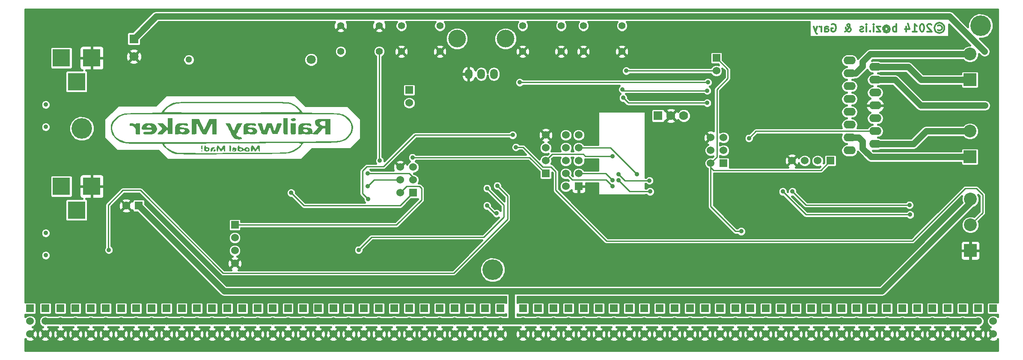
<source format=gbl>
G04 (created by PCBNEW (2013-may-18)-stable) date Tue 18 Mar 2014 20:31:26 GMT*
%MOIN*%
G04 Gerber Fmt 3.4, Leading zero omitted, Abs format*
%FSLAX34Y34*%
G01*
G70*
G90*
G04 APERTURE LIST*
%ADD10C,0.00590551*%
%ADD11C,0.011811*%
%ADD12C,0.0001*%
%ADD13C,0.07*%
%ADD14R,0.07X0.07*%
%ADD15C,0.0354*%
%ADD16C,0.055*%
%ADD17R,0.06X0.06*%
%ADD18C,0.06*%
%ADD19O,0.0944882X0.0629921*%
%ADD20R,0.0708661X0.0708661*%
%ADD21C,0.0708661*%
%ADD22R,0.0629921X0.0629921*%
%ADD23C,0.0629921*%
%ADD24R,0.1X0.1*%
%ADD25C,0.1*%
%ADD26R,0.1378X0.1378*%
%ADD27C,0.0512*%
%ADD28C,0.0709*%
%ADD29C,0.16*%
%ADD30O,0.0590551X0.0787402*%
%ADD31C,0.137795*%
%ADD32C,0.035*%
%ADD33C,0.01*%
%ADD34C,0.05*%
%ADD35C,0.015748*%
G04 APERTURE END LIST*
G54D10*
G54D11*
X122669Y-60989D02*
X122725Y-60960D01*
X122838Y-60960D01*
X122894Y-60989D01*
X122950Y-61045D01*
X122979Y-61101D01*
X122979Y-61214D01*
X122950Y-61270D01*
X122894Y-61326D01*
X122838Y-61354D01*
X122725Y-61354D01*
X122669Y-61326D01*
X122782Y-60764D02*
X122922Y-60792D01*
X123063Y-60876D01*
X123147Y-61017D01*
X123175Y-61157D01*
X123147Y-61298D01*
X123063Y-61439D01*
X122922Y-61523D01*
X122782Y-61551D01*
X122641Y-61523D01*
X122501Y-61439D01*
X122416Y-61298D01*
X122388Y-61157D01*
X122416Y-61017D01*
X122501Y-60876D01*
X122641Y-60792D01*
X122782Y-60764D01*
X122163Y-60904D02*
X122135Y-60876D01*
X122079Y-60848D01*
X121938Y-60848D01*
X121882Y-60876D01*
X121854Y-60904D01*
X121826Y-60960D01*
X121826Y-61017D01*
X121854Y-61101D01*
X122191Y-61439D01*
X121826Y-61439D01*
X121460Y-60848D02*
X121404Y-60848D01*
X121348Y-60876D01*
X121319Y-60904D01*
X121291Y-60960D01*
X121263Y-61073D01*
X121263Y-61214D01*
X121291Y-61326D01*
X121319Y-61382D01*
X121348Y-61410D01*
X121404Y-61439D01*
X121460Y-61439D01*
X121516Y-61410D01*
X121544Y-61382D01*
X121573Y-61326D01*
X121601Y-61214D01*
X121601Y-61073D01*
X121573Y-60960D01*
X121544Y-60904D01*
X121516Y-60876D01*
X121460Y-60848D01*
X120701Y-61439D02*
X121038Y-61439D01*
X120869Y-61439D02*
X120869Y-60848D01*
X120926Y-60932D01*
X120982Y-60989D01*
X121038Y-61017D01*
X120195Y-61045D02*
X120195Y-61439D01*
X120335Y-60820D02*
X120476Y-61242D01*
X120110Y-61242D01*
X119435Y-61439D02*
X119435Y-60848D01*
X119435Y-61073D02*
X119379Y-61045D01*
X119267Y-61045D01*
X119210Y-61073D01*
X119182Y-61101D01*
X119154Y-61157D01*
X119154Y-61326D01*
X119182Y-61382D01*
X119210Y-61410D01*
X119267Y-61439D01*
X119379Y-61439D01*
X119435Y-61410D01*
X118535Y-61157D02*
X118564Y-61129D01*
X118620Y-61101D01*
X118676Y-61101D01*
X118732Y-61129D01*
X118760Y-61157D01*
X118788Y-61214D01*
X118788Y-61270D01*
X118760Y-61326D01*
X118732Y-61354D01*
X118676Y-61382D01*
X118620Y-61382D01*
X118564Y-61354D01*
X118535Y-61326D01*
X118535Y-61101D02*
X118535Y-61326D01*
X118507Y-61354D01*
X118479Y-61354D01*
X118423Y-61326D01*
X118395Y-61270D01*
X118395Y-61129D01*
X118451Y-61045D01*
X118535Y-60989D01*
X118648Y-60960D01*
X118760Y-60989D01*
X118845Y-61045D01*
X118901Y-61129D01*
X118929Y-61242D01*
X118901Y-61354D01*
X118845Y-61439D01*
X118760Y-61495D01*
X118648Y-61523D01*
X118535Y-61495D01*
X118451Y-61439D01*
X118198Y-61045D02*
X117889Y-61045D01*
X118198Y-61439D01*
X117889Y-61439D01*
X117664Y-61439D02*
X117664Y-61045D01*
X117664Y-60848D02*
X117692Y-60876D01*
X117664Y-60904D01*
X117635Y-60876D01*
X117664Y-60848D01*
X117664Y-60904D01*
X117382Y-61382D02*
X117354Y-61410D01*
X117382Y-61439D01*
X117411Y-61410D01*
X117382Y-61382D01*
X117382Y-61439D01*
X117101Y-61439D02*
X117101Y-61045D01*
X117101Y-60848D02*
X117129Y-60876D01*
X117101Y-60904D01*
X117073Y-60876D01*
X117101Y-60848D01*
X117101Y-60904D01*
X116848Y-61410D02*
X116792Y-61439D01*
X116679Y-61439D01*
X116623Y-61410D01*
X116595Y-61354D01*
X116595Y-61326D01*
X116623Y-61270D01*
X116679Y-61242D01*
X116764Y-61242D01*
X116820Y-61214D01*
X116848Y-61157D01*
X116848Y-61129D01*
X116820Y-61073D01*
X116764Y-61045D01*
X116679Y-61045D01*
X116623Y-61073D01*
X115414Y-61439D02*
X115442Y-61439D01*
X115498Y-61410D01*
X115583Y-61326D01*
X115723Y-61157D01*
X115779Y-61073D01*
X115808Y-60989D01*
X115808Y-60932D01*
X115779Y-60876D01*
X115723Y-60848D01*
X115695Y-60848D01*
X115639Y-60876D01*
X115611Y-60932D01*
X115611Y-60960D01*
X115639Y-61017D01*
X115667Y-61045D01*
X115836Y-61157D01*
X115864Y-61185D01*
X115892Y-61242D01*
X115892Y-61326D01*
X115864Y-61382D01*
X115836Y-61410D01*
X115779Y-61439D01*
X115695Y-61439D01*
X115639Y-61410D01*
X115611Y-61382D01*
X115526Y-61270D01*
X115498Y-61185D01*
X115498Y-61129D01*
X114402Y-60876D02*
X114458Y-60848D01*
X114542Y-60848D01*
X114626Y-60876D01*
X114683Y-60932D01*
X114711Y-60989D01*
X114739Y-61101D01*
X114739Y-61185D01*
X114711Y-61298D01*
X114683Y-61354D01*
X114626Y-61410D01*
X114542Y-61439D01*
X114486Y-61439D01*
X114402Y-61410D01*
X114373Y-61382D01*
X114373Y-61185D01*
X114486Y-61185D01*
X113867Y-61439D02*
X113867Y-61129D01*
X113895Y-61073D01*
X113952Y-61045D01*
X114064Y-61045D01*
X114120Y-61073D01*
X113867Y-61410D02*
X113923Y-61439D01*
X114064Y-61439D01*
X114120Y-61410D01*
X114148Y-61354D01*
X114148Y-61298D01*
X114120Y-61242D01*
X114064Y-61214D01*
X113923Y-61214D01*
X113867Y-61185D01*
X113586Y-61439D02*
X113586Y-61045D01*
X113586Y-61157D02*
X113558Y-61101D01*
X113530Y-61073D01*
X113474Y-61045D01*
X113417Y-61045D01*
X113277Y-61045D02*
X113136Y-61439D01*
X112995Y-61045D02*
X113136Y-61439D01*
X113192Y-61579D01*
X113220Y-61607D01*
X113277Y-61635D01*
G54D12*
G36*
X77116Y-68934D02*
X77102Y-69122D01*
X77054Y-69287D01*
X76995Y-69393D01*
X76995Y-69050D01*
X76994Y-68911D01*
X76993Y-68906D01*
X76946Y-68657D01*
X76839Y-68436D01*
X76676Y-68245D01*
X76459Y-68088D01*
X76191Y-67967D01*
X76058Y-67926D01*
X76032Y-67920D01*
X76000Y-67914D01*
X75958Y-67909D01*
X75904Y-67905D01*
X75836Y-67900D01*
X75752Y-67896D01*
X75648Y-67893D01*
X75522Y-67889D01*
X75372Y-67886D01*
X75195Y-67884D01*
X74989Y-67881D01*
X74751Y-67879D01*
X74478Y-67878D01*
X74169Y-67876D01*
X73821Y-67875D01*
X73430Y-67874D01*
X72996Y-67873D01*
X72991Y-67872D01*
X72991Y-67692D01*
X72976Y-67645D01*
X72918Y-67572D01*
X72830Y-67481D01*
X72724Y-67386D01*
X72612Y-67297D01*
X72505Y-67225D01*
X72479Y-67210D01*
X72428Y-67182D01*
X72382Y-67157D01*
X72337Y-67135D01*
X72289Y-67115D01*
X72235Y-67097D01*
X72171Y-67082D01*
X72093Y-67069D01*
X71998Y-67057D01*
X71883Y-67048D01*
X71743Y-67040D01*
X71576Y-67033D01*
X71377Y-67028D01*
X71143Y-67024D01*
X70870Y-67021D01*
X70555Y-67019D01*
X70194Y-67017D01*
X69784Y-67016D01*
X69321Y-67016D01*
X68801Y-67016D01*
X68221Y-67016D01*
X67710Y-67016D01*
X67056Y-67016D01*
X66449Y-67017D01*
X65890Y-67018D01*
X65382Y-67020D01*
X64926Y-67022D01*
X64524Y-67025D01*
X64178Y-67028D01*
X63890Y-67032D01*
X63661Y-67036D01*
X63494Y-67040D01*
X63391Y-67045D01*
X63356Y-67049D01*
X63080Y-67138D01*
X62817Y-67276D01*
X62731Y-67334D01*
X62623Y-67424D01*
X62527Y-67520D01*
X62455Y-67610D01*
X62416Y-67681D01*
X62415Y-67715D01*
X62451Y-67719D01*
X62551Y-67723D01*
X62715Y-67727D01*
X62939Y-67730D01*
X63222Y-67732D01*
X63562Y-67735D01*
X63958Y-67737D01*
X64407Y-67738D01*
X64907Y-67740D01*
X65457Y-67740D01*
X66054Y-67741D01*
X66697Y-67741D01*
X67383Y-67740D01*
X67706Y-67740D01*
X68425Y-67739D01*
X69080Y-67738D01*
X69673Y-67737D01*
X70207Y-67735D01*
X70686Y-67734D01*
X71110Y-67732D01*
X71484Y-67730D01*
X71809Y-67727D01*
X72089Y-67725D01*
X72325Y-67722D01*
X72521Y-67718D01*
X72679Y-67715D01*
X72802Y-67711D01*
X72891Y-67706D01*
X72951Y-67701D01*
X72984Y-67696D01*
X72991Y-67692D01*
X72991Y-67872D01*
X72514Y-67872D01*
X71983Y-67871D01*
X71400Y-67871D01*
X70763Y-67870D01*
X70069Y-67870D01*
X69316Y-67870D01*
X68501Y-67870D01*
X67700Y-67870D01*
X66826Y-67870D01*
X66016Y-67870D01*
X65268Y-67870D01*
X64579Y-67870D01*
X63946Y-67871D01*
X63368Y-67871D01*
X62842Y-67872D01*
X62364Y-67873D01*
X61933Y-67874D01*
X61547Y-67875D01*
X61202Y-67876D01*
X60896Y-67878D01*
X60626Y-67880D01*
X60391Y-67882D01*
X60188Y-67884D01*
X60013Y-67887D01*
X59865Y-67890D01*
X59742Y-67893D01*
X59639Y-67897D01*
X59556Y-67901D01*
X59490Y-67905D01*
X59437Y-67910D01*
X59396Y-67915D01*
X59364Y-67921D01*
X59341Y-67926D01*
X59114Y-68000D01*
X58928Y-68095D01*
X58757Y-68226D01*
X58665Y-68313D01*
X58503Y-68514D01*
X58402Y-68730D01*
X58364Y-68954D01*
X58389Y-69180D01*
X58445Y-69334D01*
X58571Y-69551D01*
X58732Y-69723D01*
X58937Y-69860D01*
X59188Y-69967D01*
X59416Y-70046D01*
X64783Y-70048D01*
X65435Y-70048D01*
X66105Y-70048D01*
X66786Y-70047D01*
X67473Y-70045D01*
X68157Y-70044D01*
X68833Y-70041D01*
X69494Y-70039D01*
X70133Y-70036D01*
X70744Y-70033D01*
X71321Y-70030D01*
X71856Y-70026D01*
X72342Y-70023D01*
X72774Y-70019D01*
X73083Y-70016D01*
X73593Y-70010D01*
X74040Y-70004D01*
X74430Y-69999D01*
X74766Y-69995D01*
X75053Y-69990D01*
X75296Y-69985D01*
X75498Y-69981D01*
X75664Y-69976D01*
X75799Y-69970D01*
X75906Y-69964D01*
X75991Y-69958D01*
X76057Y-69950D01*
X76110Y-69941D01*
X76153Y-69932D01*
X76190Y-69921D01*
X76216Y-69912D01*
X76478Y-69788D01*
X76695Y-69617D01*
X76864Y-69400D01*
X76923Y-69289D01*
X76974Y-69163D01*
X76995Y-69050D01*
X76995Y-69393D01*
X76965Y-69447D01*
X76827Y-69618D01*
X76792Y-69655D01*
X76693Y-69754D01*
X76590Y-69837D01*
X76478Y-69907D01*
X76350Y-69965D01*
X76201Y-70011D01*
X76024Y-70047D01*
X75813Y-70074D01*
X75562Y-70094D01*
X75264Y-70106D01*
X74915Y-70114D01*
X74507Y-70117D01*
X74343Y-70117D01*
X73274Y-70117D01*
X73138Y-70297D01*
X73067Y-70376D01*
X73067Y-70213D01*
X73064Y-70185D01*
X73038Y-70163D01*
X72982Y-70147D01*
X72894Y-70134D01*
X72769Y-70126D01*
X72603Y-70121D01*
X72392Y-70119D01*
X72131Y-70119D01*
X71818Y-70121D01*
X71447Y-70125D01*
X71014Y-70130D01*
X70891Y-70131D01*
X70520Y-70134D01*
X70092Y-70138D01*
X69617Y-70142D01*
X69104Y-70146D01*
X68565Y-70150D01*
X68009Y-70154D01*
X67444Y-70158D01*
X66883Y-70162D01*
X66333Y-70165D01*
X65806Y-70168D01*
X65600Y-70170D01*
X65148Y-70172D01*
X64715Y-70175D01*
X64305Y-70178D01*
X63924Y-70181D01*
X63576Y-70185D01*
X63266Y-70188D01*
X62997Y-70191D01*
X62776Y-70194D01*
X62606Y-70197D01*
X62492Y-70200D01*
X62439Y-70203D01*
X62435Y-70203D01*
X62435Y-70247D01*
X62480Y-70319D01*
X62561Y-70410D01*
X62669Y-70509D01*
X62726Y-70555D01*
X63006Y-70728D01*
X63317Y-70845D01*
X63498Y-70884D01*
X63561Y-70888D01*
X63685Y-70892D01*
X63866Y-70896D01*
X64099Y-70898D01*
X64378Y-70900D01*
X64698Y-70902D01*
X65054Y-70903D01*
X65442Y-70904D01*
X65855Y-70904D01*
X66290Y-70904D01*
X66741Y-70903D01*
X67203Y-70902D01*
X67670Y-70900D01*
X68138Y-70898D01*
X68602Y-70896D01*
X69057Y-70893D01*
X69497Y-70890D01*
X69918Y-70887D01*
X70314Y-70883D01*
X70680Y-70879D01*
X71012Y-70875D01*
X71303Y-70871D01*
X71551Y-70866D01*
X71748Y-70861D01*
X71890Y-70857D01*
X71972Y-70852D01*
X71982Y-70850D01*
X72223Y-70791D01*
X72469Y-70691D01*
X72698Y-70562D01*
X72887Y-70414D01*
X72912Y-70388D01*
X72967Y-70334D01*
X73014Y-70286D01*
X73049Y-70246D01*
X73067Y-70213D01*
X73067Y-70376D01*
X72938Y-70522D01*
X72711Y-70697D01*
X72445Y-70829D01*
X72220Y-70902D01*
X72169Y-70913D01*
X72095Y-70922D01*
X71994Y-70931D01*
X71863Y-70939D01*
X71700Y-70946D01*
X71502Y-70953D01*
X71266Y-70959D01*
X70989Y-70965D01*
X70668Y-70970D01*
X70301Y-70975D01*
X69885Y-70980D01*
X69418Y-70984D01*
X68895Y-70988D01*
X68315Y-70992D01*
X67675Y-70996D01*
X66972Y-70999D01*
X66750Y-71000D01*
X66189Y-71003D01*
X65691Y-71005D01*
X65252Y-71006D01*
X64869Y-71006D01*
X64539Y-71006D01*
X64257Y-71005D01*
X64019Y-71003D01*
X63823Y-71000D01*
X63665Y-70996D01*
X63540Y-70992D01*
X63446Y-70986D01*
X63378Y-70980D01*
X63334Y-70972D01*
X63333Y-70972D01*
X63029Y-70870D01*
X62752Y-70717D01*
X62515Y-70520D01*
X62341Y-70309D01*
X62257Y-70184D01*
X60896Y-70184D01*
X60532Y-70183D01*
X60227Y-70182D01*
X59975Y-70179D01*
X59768Y-70173D01*
X59598Y-70165D01*
X59459Y-70152D01*
X59343Y-70135D01*
X59244Y-70112D01*
X59152Y-70083D01*
X59063Y-70046D01*
X58967Y-70003D01*
X58921Y-69981D01*
X58699Y-69843D01*
X58513Y-69664D01*
X58372Y-69457D01*
X58282Y-69232D01*
X58251Y-69002D01*
X58258Y-68865D01*
X58276Y-68732D01*
X58292Y-68667D01*
X58377Y-68484D01*
X58516Y-68302D01*
X58696Y-68134D01*
X58905Y-67990D01*
X59131Y-67881D01*
X59166Y-67869D01*
X59217Y-67853D01*
X59274Y-67840D01*
X59344Y-67829D01*
X59435Y-67820D01*
X59552Y-67812D01*
X59703Y-67806D01*
X59893Y-67800D01*
X60130Y-67795D01*
X60421Y-67790D01*
X60764Y-67784D01*
X62179Y-67763D01*
X62264Y-67648D01*
X62431Y-67455D01*
X62626Y-67279D01*
X62826Y-67142D01*
X62858Y-67124D01*
X62913Y-67094D01*
X62963Y-67066D01*
X63011Y-67042D01*
X63060Y-67020D01*
X63115Y-67001D01*
X63177Y-66985D01*
X63253Y-66970D01*
X63343Y-66957D01*
X63454Y-66947D01*
X63587Y-66938D01*
X63747Y-66931D01*
X63937Y-66925D01*
X64161Y-66921D01*
X64423Y-66917D01*
X64725Y-66915D01*
X65072Y-66913D01*
X65467Y-66912D01*
X65914Y-66912D01*
X66416Y-66912D01*
X66977Y-66912D01*
X67601Y-66912D01*
X67700Y-66912D01*
X68333Y-66912D01*
X68903Y-66912D01*
X69414Y-66912D01*
X69869Y-66912D01*
X70271Y-66913D01*
X70625Y-66915D01*
X70934Y-66917D01*
X71201Y-66920D01*
X71430Y-66924D01*
X71625Y-66930D01*
X71789Y-66937D01*
X71926Y-66945D01*
X72039Y-66955D01*
X72133Y-66967D01*
X72210Y-66982D01*
X72274Y-66998D01*
X72329Y-67016D01*
X72378Y-67037D01*
X72425Y-67061D01*
X72474Y-67087D01*
X72528Y-67117D01*
X72534Y-67120D01*
X72715Y-67237D01*
X72902Y-67393D01*
X73070Y-67567D01*
X73135Y-67649D01*
X73220Y-67763D01*
X74635Y-67784D01*
X74995Y-67789D01*
X75296Y-67794D01*
X75544Y-67800D01*
X75746Y-67808D01*
X75910Y-67818D01*
X76043Y-67831D01*
X76151Y-67849D01*
X76242Y-67872D01*
X76322Y-67900D01*
X76399Y-67936D01*
X76480Y-67979D01*
X76556Y-68022D01*
X76685Y-68105D01*
X76792Y-68200D01*
X76891Y-68325D01*
X76997Y-68494D01*
X77005Y-68507D01*
X77067Y-68624D01*
X77101Y-68723D01*
X77114Y-68833D01*
X77116Y-68934D01*
X77116Y-68934D01*
X77116Y-68934D01*
G37*
G36*
X69060Y-70594D02*
X69048Y-70703D01*
X68985Y-70772D01*
X68955Y-70778D01*
X68955Y-70664D01*
X68950Y-70600D01*
X68925Y-70562D01*
X68882Y-70531D01*
X68841Y-70548D01*
X68817Y-70571D01*
X68778Y-70617D01*
X68788Y-70649D01*
X68819Y-70673D01*
X68891Y-70713D01*
X68936Y-70699D01*
X68955Y-70664D01*
X68955Y-70778D01*
X68876Y-70796D01*
X68808Y-70791D01*
X68731Y-70755D01*
X68684Y-70708D01*
X68634Y-70637D01*
X68559Y-70707D01*
X68474Y-70758D01*
X68461Y-70759D01*
X68461Y-70653D01*
X68451Y-70591D01*
X68414Y-70549D01*
X68365Y-70524D01*
X68316Y-70553D01*
X68309Y-70560D01*
X68274Y-70611D01*
X68293Y-70658D01*
X68298Y-70665D01*
X68338Y-70708D01*
X68372Y-70711D01*
X68413Y-70697D01*
X68461Y-70653D01*
X68461Y-70759D01*
X68358Y-70773D01*
X68333Y-70773D01*
X68237Y-70764D01*
X68171Y-70745D01*
X68158Y-70735D01*
X68139Y-70672D01*
X68133Y-70573D01*
X68138Y-70465D01*
X68153Y-70372D01*
X68178Y-70321D01*
X68230Y-70301D01*
X68261Y-70341D01*
X68266Y-70389D01*
X68284Y-70434D01*
X68349Y-70450D01*
X68368Y-70450D01*
X68483Y-70482D01*
X68547Y-70534D01*
X68611Y-70597D01*
X68647Y-70611D01*
X68668Y-70576D01*
X68675Y-70552D01*
X68722Y-70493D01*
X68809Y-70460D01*
X68914Y-70459D01*
X68963Y-70471D01*
X69037Y-70524D01*
X69060Y-70594D01*
X69060Y-70594D01*
X69060Y-70594D01*
G37*
G36*
X65400Y-70734D02*
X65373Y-70778D01*
X65350Y-70784D01*
X65305Y-70757D01*
X65300Y-70734D01*
X65326Y-70689D01*
X65350Y-70684D01*
X65394Y-70710D01*
X65400Y-70734D01*
X65400Y-70734D01*
X65400Y-70734D01*
G37*
G36*
X65945Y-70589D02*
X65944Y-70685D01*
X65888Y-70746D01*
X65816Y-70763D01*
X65816Y-70617D01*
X65795Y-70545D01*
X65758Y-70523D01*
X65700Y-70539D01*
X65671Y-70597D01*
X65679Y-70669D01*
X65719Y-70711D01*
X65770Y-70705D01*
X65808Y-70659D01*
X65816Y-70617D01*
X65816Y-70763D01*
X65774Y-70774D01*
X65714Y-70775D01*
X65616Y-70766D01*
X65555Y-70744D01*
X65545Y-70733D01*
X65535Y-70671D01*
X65535Y-70577D01*
X65543Y-70473D01*
X65556Y-70381D01*
X65573Y-70322D01*
X65583Y-70312D01*
X65621Y-70335D01*
X65655Y-70384D01*
X65723Y-70450D01*
X65798Y-70468D01*
X65878Y-70476D01*
X65916Y-70499D01*
X65937Y-70555D01*
X65945Y-70589D01*
X65945Y-70589D01*
X65945Y-70589D01*
G37*
G36*
X66350Y-70488D02*
X66344Y-70521D01*
X66310Y-70540D01*
X66217Y-70600D01*
X66183Y-70688D01*
X66183Y-70700D01*
X66156Y-70760D01*
X66108Y-70777D01*
X66059Y-70777D01*
X66038Y-70744D01*
X66033Y-70662D01*
X66033Y-70659D01*
X66048Y-70542D01*
X66098Y-70475D01*
X66193Y-70451D01*
X66221Y-70450D01*
X66306Y-70461D01*
X66350Y-70488D01*
X66350Y-70488D01*
X66350Y-70488D01*
G37*
G36*
X66423Y-70681D02*
X66398Y-70735D01*
X66333Y-70781D01*
X66276Y-70771D01*
X66246Y-70711D01*
X66245Y-70700D01*
X66254Y-70637D01*
X66303Y-70617D01*
X66318Y-70617D01*
X66396Y-70635D01*
X66423Y-70681D01*
X66423Y-70681D01*
X66423Y-70681D01*
G37*
G36*
X67166Y-70550D02*
X67163Y-70677D01*
X67153Y-70749D01*
X67132Y-70780D01*
X67116Y-70784D01*
X67076Y-70754D01*
X67066Y-70685D01*
X67055Y-70597D01*
X67024Y-70571D01*
X66980Y-70609D01*
X66948Y-70666D01*
X66893Y-70753D01*
X66840Y-70776D01*
X66784Y-70734D01*
X66731Y-70647D01*
X66687Y-70570D01*
X66654Y-70529D01*
X66645Y-70527D01*
X66630Y-70571D01*
X66613Y-70660D01*
X66602Y-70759D01*
X66578Y-70783D01*
X66537Y-70770D01*
X66513Y-70738D01*
X66505Y-70680D01*
X66503Y-70582D01*
X66506Y-70513D01*
X66515Y-70409D01*
X66531Y-70355D01*
X66562Y-70336D01*
X66596Y-70334D01*
X66664Y-70354D01*
X66723Y-70425D01*
X66741Y-70459D01*
X66790Y-70536D01*
X66833Y-70580D01*
X66844Y-70583D01*
X66880Y-70555D01*
X66923Y-70484D01*
X66939Y-70450D01*
X66984Y-70362D01*
X67034Y-70323D01*
X67080Y-70317D01*
X67125Y-70320D01*
X67151Y-70339D01*
X67163Y-70389D01*
X67166Y-70484D01*
X67166Y-70550D01*
X67166Y-70550D01*
X67166Y-70550D01*
G37*
G36*
X67633Y-70518D02*
X67625Y-70665D01*
X67601Y-70755D01*
X67563Y-70784D01*
X67522Y-70761D01*
X67509Y-70717D01*
X67502Y-70629D01*
X67500Y-70521D01*
X67503Y-70415D01*
X67511Y-70336D01*
X67521Y-70306D01*
X67562Y-70297D01*
X67599Y-70341D01*
X67625Y-70425D01*
X67633Y-70518D01*
X67633Y-70518D01*
X67633Y-70518D01*
G37*
G36*
X68055Y-70599D02*
X68042Y-70698D01*
X68032Y-70718D01*
X67982Y-70766D01*
X67916Y-70778D01*
X67916Y-70584D01*
X67908Y-70555D01*
X67883Y-70550D01*
X67847Y-70566D01*
X67850Y-70584D01*
X67878Y-70615D01*
X67883Y-70617D01*
X67909Y-70594D01*
X67916Y-70584D01*
X67916Y-70778D01*
X67892Y-70782D01*
X67892Y-70668D01*
X67851Y-70654D01*
X67815Y-70662D01*
X67780Y-70695D01*
X67783Y-70717D01*
X67831Y-70749D01*
X67880Y-70721D01*
X67884Y-70715D01*
X67892Y-70668D01*
X67892Y-70782D01*
X67891Y-70783D01*
X67869Y-70784D01*
X67784Y-70778D01*
X67744Y-70752D01*
X67726Y-70688D01*
X67724Y-70675D01*
X67721Y-70554D01*
X67758Y-70484D01*
X67841Y-70461D01*
X67930Y-70471D01*
X68015Y-70517D01*
X68055Y-70599D01*
X68055Y-70599D01*
X68055Y-70599D01*
G37*
G36*
X69866Y-70550D02*
X69863Y-70677D01*
X69853Y-70749D01*
X69832Y-70780D01*
X69816Y-70784D01*
X69779Y-70758D01*
X69766Y-70676D01*
X69766Y-70669D01*
X69756Y-70572D01*
X69727Y-70538D01*
X69683Y-70569D01*
X69633Y-70649D01*
X69569Y-70746D01*
X69510Y-70778D01*
X69458Y-70746D01*
X69427Y-70682D01*
X69386Y-70609D01*
X69345Y-70600D01*
X69313Y-70654D01*
X69306Y-70694D01*
X69279Y-70761D01*
X69233Y-70784D01*
X69189Y-70757D01*
X69180Y-70738D01*
X69172Y-70680D01*
X69170Y-70582D01*
X69173Y-70513D01*
X69181Y-70409D01*
X69198Y-70354D01*
X69232Y-70330D01*
X69273Y-70323D01*
X69331Y-70325D01*
X69373Y-70356D01*
X69417Y-70432D01*
X69432Y-70466D01*
X69483Y-70562D01*
X69522Y-70595D01*
X69559Y-70565D01*
X69602Y-70476D01*
X69651Y-70378D01*
X69709Y-70330D01*
X69791Y-70317D01*
X69830Y-70322D01*
X69853Y-70345D01*
X69863Y-70401D01*
X69866Y-70506D01*
X69866Y-70550D01*
X69866Y-70550D01*
X69866Y-70550D01*
G37*
G36*
X65400Y-70467D02*
X65391Y-70573D01*
X65366Y-70616D01*
X65323Y-70596D01*
X65322Y-70595D01*
X65307Y-70550D01*
X65300Y-70466D01*
X65300Y-70445D01*
X65308Y-70354D01*
X65338Y-70318D01*
X65350Y-70317D01*
X65382Y-70336D01*
X65397Y-70403D01*
X65400Y-70467D01*
X65400Y-70467D01*
X65400Y-70467D01*
G37*
G36*
X68500Y-68598D02*
X68484Y-68630D01*
X68442Y-68708D01*
X68380Y-68817D01*
X68333Y-68900D01*
X68262Y-69024D01*
X68206Y-69126D01*
X68172Y-69193D01*
X68165Y-69211D01*
X68146Y-69251D01*
X68101Y-69315D01*
X68100Y-69317D01*
X68053Y-69392D01*
X68034Y-69453D01*
X68063Y-69528D01*
X68140Y-69596D01*
X68246Y-69643D01*
X68316Y-69656D01*
X68403Y-69668D01*
X68441Y-69695D01*
X68449Y-69749D01*
X68450Y-69750D01*
X68445Y-69797D01*
X68421Y-69822D01*
X68361Y-69835D01*
X68251Y-69840D01*
X68250Y-69840D01*
X68104Y-69836D01*
X67995Y-69809D01*
X67934Y-69779D01*
X67875Y-69742D01*
X67827Y-69704D01*
X67783Y-69656D01*
X67736Y-69585D01*
X67677Y-69481D01*
X67599Y-69335D01*
X67547Y-69234D01*
X67465Y-69076D01*
X67385Y-68926D01*
X67318Y-68801D01*
X67275Y-68725D01*
X67193Y-68584D01*
X67374Y-68584D01*
X67483Y-68588D01*
X67545Y-68604D01*
X67580Y-68640D01*
X67590Y-68659D01*
X67674Y-68843D01*
X67736Y-68985D01*
X67773Y-69076D01*
X67779Y-69092D01*
X67812Y-69144D01*
X67853Y-69132D01*
X67890Y-69075D01*
X67974Y-68891D01*
X68036Y-68749D01*
X68073Y-68658D01*
X68079Y-68642D01*
X68103Y-68608D01*
X68157Y-68590D01*
X68259Y-68584D01*
X68298Y-68584D01*
X68404Y-68586D01*
X68477Y-68591D01*
X68500Y-68598D01*
X68500Y-68598D01*
X68500Y-68598D01*
G37*
G36*
X60533Y-69450D02*
X60366Y-69450D01*
X60270Y-69446D01*
X60209Y-69434D01*
X60197Y-69425D01*
X60196Y-69379D01*
X60197Y-69292D01*
X60199Y-69243D01*
X60187Y-69052D01*
X60134Y-68913D01*
X60041Y-68825D01*
X59904Y-68786D01*
X59848Y-68784D01*
X59770Y-68778D01*
X59739Y-68749D01*
X59733Y-68684D01*
X59738Y-68620D01*
X59766Y-68591D01*
X59837Y-68584D01*
X59867Y-68584D01*
X59976Y-68596D01*
X60068Y-68628D01*
X60080Y-68635D01*
X60138Y-68667D01*
X60166Y-68660D01*
X60178Y-68635D01*
X60216Y-68601D01*
X60303Y-68585D01*
X60365Y-68584D01*
X60533Y-68584D01*
X60533Y-69017D01*
X60533Y-69450D01*
X60533Y-69450D01*
X60533Y-69450D01*
G37*
G36*
X61850Y-68952D02*
X61846Y-69075D01*
X61793Y-69205D01*
X61701Y-69323D01*
X61636Y-69375D01*
X61575Y-69410D01*
X61510Y-69432D01*
X61466Y-69438D01*
X61466Y-68883D01*
X61440Y-68845D01*
X61375Y-68795D01*
X61297Y-68749D01*
X61228Y-68720D01*
X61208Y-68717D01*
X61153Y-68740D01*
X61090Y-68794D01*
X61043Y-68854D01*
X61033Y-68884D01*
X61063Y-68901D01*
X61145Y-68913D01*
X61250Y-68917D01*
X61365Y-68912D01*
X61442Y-68899D01*
X61466Y-68883D01*
X61466Y-69438D01*
X61422Y-69444D01*
X61295Y-69449D01*
X61183Y-69450D01*
X61039Y-69448D01*
X60921Y-69443D01*
X60843Y-69434D01*
X60822Y-69428D01*
X60804Y-69380D01*
X60800Y-69332D01*
X60803Y-69296D01*
X60823Y-69275D01*
X60873Y-69264D01*
X60965Y-69261D01*
X61082Y-69263D01*
X61232Y-69262D01*
X61330Y-69253D01*
X61391Y-69233D01*
X61419Y-69212D01*
X61456Y-69162D01*
X61451Y-69126D01*
X61396Y-69102D01*
X61286Y-69089D01*
X61117Y-69084D01*
X61063Y-69084D01*
X60885Y-69081D01*
X60765Y-69071D01*
X60695Y-69047D01*
X60667Y-69005D01*
X60672Y-68939D01*
X60699Y-68856D01*
X60764Y-68729D01*
X60859Y-68643D01*
X60994Y-68593D01*
X61179Y-68573D01*
X61225Y-68572D01*
X61448Y-68592D01*
X61627Y-68656D01*
X61758Y-68761D01*
X61838Y-68907D01*
X61850Y-68952D01*
X61850Y-68952D01*
X61850Y-68952D01*
G37*
G36*
X63068Y-68184D02*
X63059Y-68809D01*
X63050Y-69434D01*
X62867Y-69434D01*
X62685Y-69434D01*
X62695Y-69279D01*
X62694Y-69167D01*
X62671Y-69111D01*
X62624Y-69112D01*
X62546Y-69169D01*
X62452Y-69263D01*
X62276Y-69450D01*
X62071Y-69450D01*
X61964Y-69446D01*
X61890Y-69435D01*
X61866Y-69422D01*
X61889Y-69387D01*
X61949Y-69320D01*
X62035Y-69233D01*
X62066Y-69203D01*
X62158Y-69113D01*
X62228Y-69040D01*
X62264Y-68996D01*
X62266Y-68990D01*
X62244Y-68958D01*
X62186Y-68892D01*
X62103Y-68804D01*
X62076Y-68776D01*
X61885Y-68583D01*
X62100Y-68583D01*
X62316Y-68584D01*
X62469Y-68750D01*
X62552Y-68834D01*
X62621Y-68894D01*
X62661Y-68917D01*
X62680Y-68890D01*
X62692Y-68808D01*
X62699Y-68666D01*
X62700Y-68550D01*
X62700Y-68184D01*
X62884Y-68184D01*
X63068Y-68184D01*
X63068Y-68184D01*
X63068Y-68184D01*
G37*
G36*
X64393Y-69179D02*
X64385Y-69257D01*
X64321Y-69344D01*
X64310Y-69357D01*
X64254Y-69408D01*
X64195Y-69436D01*
X64111Y-69448D01*
X64019Y-69449D01*
X64019Y-69154D01*
X63996Y-69096D01*
X63944Y-69068D01*
X63860Y-69052D01*
X63765Y-69050D01*
X63684Y-69060D01*
X63637Y-69083D01*
X63633Y-69094D01*
X63662Y-69173D01*
X63734Y-69242D01*
X63828Y-69280D01*
X63833Y-69280D01*
X63875Y-69274D01*
X63922Y-69263D01*
X63995Y-69220D01*
X64019Y-69154D01*
X64019Y-69449D01*
X64000Y-69450D01*
X63870Y-69444D01*
X63776Y-69427D01*
X63739Y-69409D01*
X63692Y-69385D01*
X63632Y-69409D01*
X63559Y-69435D01*
X63454Y-69449D01*
X63417Y-69450D01*
X63266Y-69450D01*
X63266Y-69147D01*
X63274Y-68938D01*
X63303Y-68786D01*
X63361Y-68682D01*
X63457Y-68618D01*
X63601Y-68586D01*
X63799Y-68576D01*
X63841Y-68576D01*
X64023Y-68582D01*
X64146Y-68597D01*
X64222Y-68625D01*
X64259Y-68669D01*
X64266Y-68715D01*
X64259Y-68767D01*
X64230Y-68791D01*
X64166Y-68788D01*
X64053Y-68762D01*
X64036Y-68757D01*
X63916Y-68729D01*
X63834Y-68723D01*
X63763Y-68739D01*
X63736Y-68749D01*
X63659Y-68797D01*
X63640Y-68847D01*
X63662Y-68878D01*
X63721Y-68897D01*
X63831Y-68908D01*
X63867Y-68910D01*
X64082Y-68937D01*
X64244Y-68999D01*
X64348Y-69092D01*
X64393Y-69179D01*
X64393Y-69179D01*
X64393Y-69179D01*
G37*
G36*
X66500Y-69450D02*
X66333Y-69450D01*
X66166Y-69450D01*
X66166Y-69031D01*
X66164Y-68862D01*
X66157Y-68732D01*
X66148Y-68649D01*
X66135Y-68622D01*
X66110Y-68655D01*
X66062Y-68736D01*
X65997Y-68855D01*
X65922Y-68999D01*
X65900Y-69044D01*
X65695Y-69454D01*
X65539Y-69444D01*
X65383Y-69434D01*
X65194Y-69050D01*
X65122Y-68902D01*
X65062Y-68774D01*
X65020Y-68678D01*
X65002Y-68628D01*
X65002Y-68625D01*
X64979Y-68586D01*
X64967Y-68584D01*
X64954Y-68615D01*
X64941Y-68703D01*
X64932Y-68837D01*
X64926Y-69006D01*
X64925Y-69009D01*
X64916Y-69434D01*
X64741Y-69444D01*
X64566Y-69454D01*
X64566Y-68852D01*
X64566Y-68250D01*
X64843Y-68250D01*
X65120Y-68250D01*
X65293Y-68610D01*
X65361Y-68753D01*
X65416Y-68877D01*
X65453Y-68967D01*
X65466Y-69010D01*
X65492Y-69047D01*
X65508Y-69050D01*
X65537Y-69022D01*
X65588Y-68944D01*
X65652Y-68827D01*
X65725Y-68684D01*
X65741Y-68650D01*
X65932Y-68250D01*
X66216Y-68250D01*
X66500Y-68250D01*
X66500Y-68850D01*
X66500Y-69450D01*
X66500Y-69450D01*
X66500Y-69450D01*
G37*
G36*
X69666Y-69200D02*
X69643Y-69316D01*
X69570Y-69395D01*
X69445Y-69439D01*
X69327Y-69447D01*
X69327Y-69144D01*
X69275Y-69088D01*
X69268Y-69085D01*
X69192Y-69060D01*
X69098Y-69050D01*
X69009Y-69055D01*
X68947Y-69073D01*
X68933Y-69094D01*
X68962Y-69174D01*
X69036Y-69242D01*
X69132Y-69280D01*
X69139Y-69281D01*
X69184Y-69272D01*
X69247Y-69251D01*
X69317Y-69203D01*
X69327Y-69144D01*
X69327Y-69447D01*
X69296Y-69450D01*
X69168Y-69444D01*
X69075Y-69427D01*
X69039Y-69409D01*
X68992Y-69385D01*
X68932Y-69409D01*
X68868Y-69432D01*
X68775Y-69447D01*
X68680Y-69451D01*
X68612Y-69444D01*
X68597Y-69436D01*
X68592Y-69399D01*
X68590Y-69310D01*
X68591Y-69184D01*
X68593Y-69071D01*
X68599Y-68914D01*
X68606Y-68809D01*
X68619Y-68743D01*
X68641Y-68700D01*
X68677Y-68667D01*
X68707Y-68645D01*
X68764Y-68610D01*
X68827Y-68588D01*
X68913Y-68577D01*
X69038Y-68573D01*
X69139Y-68573D01*
X69320Y-68579D01*
X69444Y-68595D01*
X69520Y-68624D01*
X69558Y-68669D01*
X69566Y-68721D01*
X69558Y-68761D01*
X69526Y-68779D01*
X69457Y-68776D01*
X69339Y-68753D01*
X69305Y-68745D01*
X69174Y-68729D01*
X69060Y-68739D01*
X68977Y-68773D01*
X68940Y-68825D01*
X68940Y-68847D01*
X68962Y-68878D01*
X69021Y-68897D01*
X69130Y-68907D01*
X69167Y-68909D01*
X69377Y-68934D01*
X69531Y-68989D01*
X69628Y-69072D01*
X69666Y-69184D01*
X69666Y-69200D01*
X69666Y-69200D01*
X69666Y-69200D01*
G37*
G36*
X71566Y-68671D02*
X71537Y-68742D01*
X71489Y-68846D01*
X71426Y-69002D01*
X71404Y-69059D01*
X71357Y-69177D01*
X71308Y-69293D01*
X71270Y-69378D01*
X71267Y-69384D01*
X71227Y-69415D01*
X71138Y-69431D01*
X71048Y-69434D01*
X70854Y-69434D01*
X70799Y-69284D01*
X70761Y-69181D01*
X70730Y-69098D01*
X70722Y-69075D01*
X70693Y-68994D01*
X70682Y-68963D01*
X70659Y-68928D01*
X70617Y-68950D01*
X70616Y-68950D01*
X70574Y-69001D01*
X70566Y-69026D01*
X70555Y-69073D01*
X70527Y-69162D01*
X70495Y-69255D01*
X70424Y-69450D01*
X70236Y-69450D01*
X70120Y-69445D01*
X70052Y-69427D01*
X70011Y-69389D01*
X70008Y-69384D01*
X69975Y-69317D01*
X69966Y-69282D01*
X69953Y-69233D01*
X69918Y-69149D01*
X69900Y-69109D01*
X69859Y-69020D01*
X69836Y-68956D01*
X69833Y-68942D01*
X69819Y-68897D01*
X69785Y-68817D01*
X69766Y-68776D01*
X69726Y-68687D01*
X69702Y-68624D01*
X69700Y-68611D01*
X69729Y-68595D01*
X69806Y-68585D01*
X69865Y-68584D01*
X69934Y-68583D01*
X69983Y-68587D01*
X70018Y-68608D01*
X70045Y-68654D01*
X70071Y-68736D01*
X70104Y-68865D01*
X70136Y-68994D01*
X70165Y-69085D01*
X70195Y-69120D01*
X70231Y-69097D01*
X70274Y-69015D01*
X70327Y-68869D01*
X70339Y-68834D01*
X70416Y-68600D01*
X70603Y-68590D01*
X70789Y-68580D01*
X70843Y-68724D01*
X70888Y-68852D01*
X70932Y-68986D01*
X70939Y-69009D01*
X70974Y-69107D01*
X71002Y-69144D01*
X71031Y-69123D01*
X71057Y-69075D01*
X71076Y-69031D01*
X71096Y-68974D01*
X71120Y-68892D01*
X71155Y-68768D01*
X71184Y-68659D01*
X71204Y-68615D01*
X71244Y-68592D01*
X71325Y-68584D01*
X71385Y-68584D01*
X71501Y-68591D01*
X71559Y-68617D01*
X71566Y-68671D01*
X71566Y-68671D01*
X71566Y-68671D01*
G37*
G36*
X72033Y-69450D02*
X71888Y-69450D01*
X71795Y-69445D01*
X71732Y-69434D01*
X71722Y-69428D01*
X71715Y-69389D01*
X71709Y-69294D01*
X71704Y-69155D01*
X71701Y-68982D01*
X71700Y-68795D01*
X71700Y-68184D01*
X71866Y-68184D01*
X72033Y-68184D01*
X72033Y-68817D01*
X72033Y-69450D01*
X72033Y-69450D01*
X72033Y-69450D01*
G37*
G36*
X72668Y-68584D02*
X72659Y-69009D01*
X72650Y-69434D01*
X72482Y-69443D01*
X72381Y-69445D01*
X72309Y-69437D01*
X72290Y-69429D01*
X72281Y-69389D01*
X72273Y-69295D01*
X72268Y-69162D01*
X72266Y-69004D01*
X72266Y-68995D01*
X72266Y-68584D01*
X72467Y-68584D01*
X72668Y-68584D01*
X72668Y-68584D01*
X72668Y-68584D01*
G37*
G36*
X75366Y-69450D02*
X75166Y-69450D01*
X74966Y-69450D01*
X74966Y-69217D01*
X74966Y-68984D01*
X74966Y-68784D01*
X74966Y-68600D01*
X74966Y-68417D01*
X74824Y-68417D01*
X74700Y-68433D01*
X74600Y-68475D01*
X74542Y-68535D01*
X74533Y-68570D01*
X74563Y-68651D01*
X74640Y-68723D01*
X74745Y-68771D01*
X74831Y-68784D01*
X74966Y-68784D01*
X74966Y-68984D01*
X74869Y-68984D01*
X74809Y-68995D01*
X74743Y-69035D01*
X74659Y-69113D01*
X74586Y-69192D01*
X74501Y-69290D01*
X74436Y-69369D01*
X74402Y-69418D01*
X74400Y-69425D01*
X74370Y-69441D01*
X74294Y-69449D01*
X74194Y-69450D01*
X74088Y-69444D01*
X73998Y-69431D01*
X73943Y-69413D01*
X73940Y-69410D01*
X73894Y-69387D01*
X73860Y-69410D01*
X73802Y-69433D01*
X73703Y-69446D01*
X73627Y-69448D01*
X73627Y-69144D01*
X73575Y-69088D01*
X73568Y-69085D01*
X73492Y-69060D01*
X73398Y-69050D01*
X73309Y-69055D01*
X73247Y-69073D01*
X73233Y-69094D01*
X73262Y-69174D01*
X73336Y-69242D01*
X73432Y-69280D01*
X73439Y-69281D01*
X73484Y-69272D01*
X73547Y-69251D01*
X73617Y-69203D01*
X73627Y-69144D01*
X73627Y-69448D01*
X73583Y-69450D01*
X73466Y-69443D01*
X73375Y-69427D01*
X73339Y-69409D01*
X73292Y-69385D01*
X73232Y-69409D01*
X73159Y-69435D01*
X73054Y-69449D01*
X73017Y-69450D01*
X72866Y-69450D01*
X72866Y-69152D01*
X72873Y-68942D01*
X72900Y-68789D01*
X72956Y-68685D01*
X73048Y-68620D01*
X73186Y-68587D01*
X73378Y-68576D01*
X73440Y-68576D01*
X73619Y-68581D01*
X73741Y-68595D01*
X73816Y-68623D01*
X73854Y-68668D01*
X73866Y-68734D01*
X73866Y-68741D01*
X73857Y-68800D01*
X73820Y-68806D01*
X73808Y-68801D01*
X73629Y-68747D01*
X73469Y-68728D01*
X73344Y-68746D01*
X73335Y-68749D01*
X73258Y-68797D01*
X73235Y-68848D01*
X73271Y-68890D01*
X73286Y-68897D01*
X73347Y-68908D01*
X73449Y-68915D01*
X73521Y-68917D01*
X73713Y-68937D01*
X73853Y-68995D01*
X73940Y-69092D01*
X73972Y-69225D01*
X73972Y-69254D01*
X73966Y-69388D01*
X74200Y-69148D01*
X74319Y-69022D01*
X74393Y-68936D01*
X74426Y-68882D01*
X74423Y-68856D01*
X74396Y-68850D01*
X74346Y-68832D01*
X74273Y-68789D01*
X74267Y-68784D01*
X74184Y-68687D01*
X74148Y-68562D01*
X74166Y-68435D01*
X74201Y-68369D01*
X74258Y-68320D01*
X74344Y-68286D01*
X74469Y-68265D01*
X74641Y-68254D01*
X74871Y-68250D01*
X74881Y-68250D01*
X75366Y-68250D01*
X75366Y-68850D01*
X75366Y-69450D01*
X75366Y-69450D01*
X75366Y-69450D01*
G37*
G36*
X72651Y-68254D02*
X72647Y-68329D01*
X72595Y-68384D01*
X72512Y-68414D01*
X72416Y-68412D01*
X72322Y-68374D01*
X72314Y-68369D01*
X72269Y-68311D01*
X72284Y-68257D01*
X72351Y-68214D01*
X72464Y-68191D01*
X72475Y-68190D01*
X72571Y-68188D01*
X72622Y-68204D01*
X72648Y-68245D01*
X72651Y-68254D01*
X72651Y-68254D01*
X72651Y-68254D01*
G37*
G54D13*
X102870Y-68000D03*
G54D14*
X100870Y-68000D03*
G54D13*
X101870Y-68000D03*
G54D15*
X53189Y-67134D03*
X53189Y-68866D03*
X53189Y-77134D03*
X53189Y-78866D03*
G54D16*
X93330Y-61000D03*
X93330Y-63000D03*
X90330Y-61000D03*
X90330Y-63000D03*
X80881Y-63000D03*
X80881Y-61000D03*
X83881Y-63000D03*
X83881Y-61000D03*
G54D17*
X114295Y-71500D03*
G54D18*
X113295Y-71500D03*
X112295Y-71500D03*
X111295Y-71500D03*
G54D17*
X92125Y-72500D03*
G54D18*
X92125Y-71500D03*
X92125Y-70500D03*
X92125Y-69500D03*
G54D17*
X67913Y-76500D03*
G54D18*
X67913Y-77500D03*
X67913Y-78500D03*
X67913Y-79500D03*
G54D17*
X105968Y-71700D03*
G54D18*
X104968Y-71700D03*
X105968Y-70700D03*
X104968Y-70700D03*
X105968Y-69700D03*
X104968Y-69700D03*
G54D17*
X81791Y-74000D03*
G54D18*
X80791Y-74000D03*
X81791Y-73000D03*
X80791Y-73000D03*
X81791Y-72000D03*
X80791Y-72000D03*
G54D17*
X68503Y-83000D03*
G54D18*
X68503Y-84000D03*
X68503Y-85000D03*
G54D17*
X82677Y-83000D03*
G54D18*
X82677Y-84000D03*
X82677Y-85000D03*
G54D17*
X83858Y-83000D03*
G54D18*
X83858Y-84000D03*
X83858Y-85000D03*
G54D17*
X67322Y-83000D03*
G54D18*
X67322Y-84000D03*
X67322Y-85000D03*
G54D17*
X62598Y-83000D03*
G54D18*
X62598Y-84000D03*
X62598Y-85000D03*
G54D17*
X69685Y-83000D03*
G54D18*
X69685Y-84000D03*
X69685Y-85000D03*
G54D17*
X70866Y-83000D03*
G54D18*
X70866Y-84000D03*
X70866Y-85000D03*
G54D17*
X85039Y-83000D03*
G54D18*
X85039Y-84000D03*
X85039Y-85000D03*
G54D17*
X86220Y-83000D03*
G54D18*
X86220Y-84000D03*
X86220Y-85000D03*
G54D17*
X87401Y-83000D03*
G54D18*
X87401Y-84000D03*
X87401Y-85000D03*
G54D17*
X72047Y-83000D03*
G54D18*
X72047Y-84000D03*
X72047Y-85000D03*
G54D17*
X88582Y-83000D03*
G54D18*
X88582Y-84000D03*
X88582Y-85000D03*
G54D17*
X79133Y-83000D03*
G54D18*
X79133Y-84000D03*
X79133Y-85000D03*
G54D17*
X75590Y-83000D03*
G54D18*
X75590Y-84000D03*
X75590Y-85000D03*
G54D17*
X74409Y-83000D03*
G54D18*
X74409Y-84000D03*
X74409Y-85000D03*
G54D17*
X73228Y-83000D03*
G54D18*
X73228Y-84000D03*
X73228Y-85000D03*
G54D17*
X53149Y-83000D03*
G54D18*
X53149Y-84000D03*
X53149Y-85000D03*
G54D17*
X54330Y-83000D03*
G54D18*
X54330Y-84000D03*
X54330Y-85000D03*
G54D17*
X55511Y-83000D03*
G54D18*
X55511Y-84000D03*
X55511Y-85000D03*
G54D17*
X76771Y-83000D03*
G54D18*
X76771Y-84000D03*
X76771Y-85000D03*
G54D17*
X51968Y-83000D03*
G54D18*
X51968Y-84000D03*
X51968Y-85000D03*
G54D17*
X77952Y-83000D03*
G54D18*
X77952Y-84000D03*
X77952Y-85000D03*
G54D17*
X66141Y-83000D03*
G54D18*
X66141Y-84000D03*
X66141Y-85000D03*
G54D17*
X80314Y-83000D03*
G54D18*
X80314Y-84000D03*
X80314Y-85000D03*
G54D17*
X81496Y-83000D03*
G54D18*
X81496Y-84000D03*
X81496Y-85000D03*
G54D17*
X56692Y-83000D03*
G54D18*
X56692Y-84000D03*
X56692Y-85000D03*
G54D17*
X57874Y-83000D03*
G54D18*
X57874Y-84000D03*
X57874Y-85000D03*
G54D17*
X59055Y-83000D03*
G54D18*
X59055Y-84000D03*
X59055Y-85000D03*
G54D17*
X60236Y-83000D03*
G54D18*
X60236Y-84000D03*
X60236Y-85000D03*
G54D17*
X61417Y-83000D03*
G54D18*
X61417Y-84000D03*
X61417Y-85000D03*
G54D17*
X63779Y-83000D03*
G54D18*
X63779Y-84000D03*
X63779Y-85000D03*
G54D17*
X64960Y-83000D03*
G54D18*
X64960Y-84000D03*
X64960Y-85000D03*
G54D17*
X119881Y-83000D03*
G54D18*
X119881Y-84000D03*
X119881Y-85000D03*
G54D17*
X116338Y-83000D03*
G54D18*
X116338Y-84000D03*
X116338Y-85000D03*
G54D17*
X115157Y-83000D03*
G54D18*
X115157Y-84000D03*
X115157Y-85000D03*
G54D17*
X113976Y-83000D03*
G54D18*
X113976Y-84000D03*
X113976Y-85000D03*
G54D17*
X112795Y-83000D03*
G54D18*
X112795Y-84000D03*
X112795Y-85000D03*
G54D17*
X111614Y-83000D03*
G54D18*
X111614Y-84000D03*
X111614Y-85000D03*
G54D17*
X110433Y-83000D03*
G54D18*
X110433Y-84000D03*
X110433Y-85000D03*
G54D17*
X118700Y-83000D03*
G54D18*
X118700Y-84000D03*
X118700Y-85000D03*
G54D17*
X97440Y-83000D03*
G54D18*
X97440Y-84000D03*
X97440Y-85000D03*
G54D17*
X121062Y-83000D03*
G54D18*
X121062Y-84000D03*
X121062Y-85000D03*
G54D17*
X122244Y-83000D03*
G54D18*
X122244Y-84000D03*
X122244Y-85000D03*
G54D17*
X123425Y-83000D03*
G54D18*
X123425Y-84000D03*
X123425Y-85000D03*
G54D17*
X124606Y-83000D03*
G54D18*
X124606Y-84000D03*
X124606Y-85000D03*
G54D17*
X125787Y-83000D03*
G54D18*
X125787Y-84000D03*
X125787Y-85000D03*
G54D17*
X126968Y-83000D03*
G54D18*
X126968Y-84000D03*
X126968Y-85000D03*
G54D17*
X98622Y-83000D03*
G54D18*
X98622Y-84000D03*
X98622Y-85000D03*
G54D17*
X96259Y-83000D03*
G54D18*
X96259Y-84000D03*
X96259Y-85000D03*
G54D17*
X117519Y-83000D03*
G54D18*
X117519Y-84000D03*
X117519Y-85000D03*
G54D17*
X95078Y-83000D03*
G54D18*
X95078Y-84000D03*
X95078Y-85000D03*
G54D17*
X93897Y-83000D03*
G54D18*
X93897Y-84000D03*
X93897Y-85000D03*
G54D17*
X92716Y-83000D03*
G54D18*
X92716Y-84000D03*
X92716Y-85000D03*
G54D17*
X91535Y-83000D03*
G54D18*
X91535Y-84000D03*
X91535Y-85000D03*
G54D17*
X90354Y-83000D03*
G54D18*
X90354Y-84000D03*
X90354Y-85000D03*
G54D17*
X99803Y-83000D03*
G54D18*
X99803Y-84000D03*
X99803Y-85000D03*
G54D17*
X100984Y-83000D03*
G54D18*
X100984Y-84000D03*
X100984Y-85000D03*
G54D17*
X102165Y-83000D03*
G54D18*
X102165Y-84000D03*
X102165Y-85000D03*
G54D17*
X103346Y-83000D03*
G54D18*
X103346Y-84000D03*
X103346Y-85000D03*
G54D17*
X104527Y-83000D03*
G54D18*
X104527Y-84000D03*
X104527Y-85000D03*
G54D17*
X105708Y-83000D03*
G54D18*
X105708Y-84000D03*
X105708Y-85000D03*
G54D17*
X106889Y-83000D03*
G54D18*
X106889Y-84000D03*
X106889Y-85000D03*
G54D17*
X108070Y-83000D03*
G54D18*
X108070Y-84000D03*
X108070Y-85000D03*
G54D17*
X105413Y-63500D03*
G54D18*
X105413Y-64500D03*
G54D17*
X81496Y-66000D03*
G54D18*
X81496Y-67000D03*
G54D19*
X115779Y-63700D03*
X117779Y-64200D03*
X115779Y-64700D03*
X117779Y-65200D03*
X115779Y-65700D03*
X117779Y-66200D03*
X115779Y-66700D03*
X117779Y-67200D03*
X115779Y-67700D03*
X117779Y-68200D03*
X115779Y-68700D03*
X117779Y-69200D03*
X115779Y-69700D03*
X117779Y-70200D03*
X115779Y-70700D03*
G54D20*
X60050Y-62011D03*
G54D21*
X60050Y-63388D03*
G54D22*
X60433Y-75000D03*
G54D23*
X59448Y-75000D03*
G54D24*
X125196Y-78500D03*
G54D25*
X125196Y-76500D03*
X125196Y-74500D03*
G54D26*
X56771Y-63500D03*
X54409Y-63500D03*
X55590Y-65350D03*
X56771Y-73500D03*
X54409Y-73500D03*
X55590Y-75350D03*
G54D24*
X125161Y-65200D03*
G54D25*
X125161Y-63200D03*
G54D24*
X125161Y-71200D03*
G54D25*
X125161Y-69200D03*
G54D17*
X94692Y-73500D03*
G54D18*
X93692Y-73500D03*
X94692Y-72500D03*
X93692Y-72500D03*
X94692Y-71500D03*
X93692Y-71500D03*
X94692Y-70500D03*
X93692Y-70500D03*
X94692Y-69500D03*
X93692Y-69500D03*
G54D17*
X109251Y-83000D03*
G54D18*
X109251Y-84000D03*
X109251Y-85000D03*
G54D16*
X76157Y-63000D03*
X76157Y-61000D03*
X79157Y-63000D03*
X79157Y-61000D03*
X98055Y-61000D03*
X98055Y-63000D03*
X95055Y-61000D03*
X95055Y-63000D03*
G54D27*
X64330Y-63632D03*
G54D28*
X73858Y-63632D03*
G54D29*
X56000Y-69000D03*
X126000Y-61000D03*
X88000Y-80000D03*
G54D30*
X86122Y-64755D03*
X87106Y-64755D03*
X88090Y-64755D03*
G54D31*
X85216Y-62000D03*
X88996Y-62000D03*
G54D32*
X81750Y-71250D03*
X107350Y-77000D03*
X110585Y-73900D03*
X120500Y-75700D03*
X90100Y-65400D03*
X104750Y-65400D03*
X72300Y-74000D03*
X78250Y-73500D03*
X88300Y-75600D03*
X87550Y-75000D03*
X111335Y-73900D03*
X120450Y-74950D03*
X79200Y-71500D03*
X78250Y-72500D03*
X89550Y-69500D03*
X78300Y-74500D03*
X88350Y-73450D03*
X58100Y-78450D03*
X87550Y-73650D03*
X77550Y-78450D03*
X89800Y-70450D03*
X84300Y-65800D03*
X112712Y-73574D03*
X112409Y-60826D03*
X100240Y-70250D03*
X104700Y-67000D03*
X98150Y-66600D03*
X104700Y-66050D03*
X98100Y-65950D03*
X126342Y-67200D03*
X107950Y-69750D03*
X98400Y-64500D03*
X97795Y-73027D03*
X100250Y-73900D03*
X97795Y-72555D03*
X100200Y-73050D03*
X99212Y-72555D03*
X97322Y-73027D03*
X97322Y-73500D03*
X97322Y-71137D03*
G54D33*
X81750Y-71250D02*
X90875Y-71250D01*
X90875Y-71250D02*
X92125Y-72500D01*
X67913Y-76500D02*
X80500Y-76500D01*
X81291Y-73500D02*
X80791Y-74000D01*
X82300Y-73500D02*
X81291Y-73500D01*
X82450Y-73650D02*
X82300Y-73500D01*
X82450Y-74550D02*
X82450Y-73650D01*
X80500Y-76500D02*
X82450Y-74550D01*
X104968Y-71700D02*
X105450Y-71219D01*
X105450Y-71219D02*
X105450Y-65950D01*
X105450Y-65950D02*
X106300Y-65100D01*
X106300Y-65100D02*
X106300Y-64386D01*
X106300Y-64386D02*
X105413Y-63500D01*
X104968Y-71700D02*
X104968Y-72018D01*
X104968Y-72018D02*
X105200Y-72250D01*
X105200Y-72250D02*
X113545Y-72250D01*
X113545Y-72250D02*
X114295Y-71500D01*
X107350Y-77000D02*
X106900Y-77000D01*
X106900Y-77000D02*
X104968Y-75068D01*
X104968Y-75068D02*
X104968Y-71700D01*
X112385Y-75700D02*
X120500Y-75700D01*
X110585Y-73900D02*
X112385Y-75700D01*
X104750Y-65400D02*
X90100Y-65400D01*
G54D34*
X117779Y-64200D02*
X120350Y-64200D01*
X121350Y-65200D02*
X125161Y-65200D01*
X120350Y-64200D02*
X121350Y-65200D01*
X115779Y-64700D02*
X116250Y-64700D01*
X116250Y-64700D02*
X116800Y-64150D01*
X116800Y-64150D02*
X116800Y-63800D01*
X116800Y-63800D02*
X117400Y-63200D01*
X117400Y-63200D02*
X125161Y-63200D01*
G54D33*
X80791Y-75000D02*
X81791Y-74000D01*
X73300Y-75000D02*
X80791Y-75000D01*
X72300Y-74000D02*
X73300Y-75000D01*
X78750Y-73000D02*
X80791Y-73000D01*
X78250Y-73500D02*
X78750Y-73000D01*
X88150Y-75600D02*
X88300Y-75600D01*
X87550Y-75000D02*
X88150Y-75600D01*
X112385Y-74950D02*
X120450Y-74950D01*
X111335Y-73900D02*
X112385Y-74950D01*
G54D34*
X89468Y-81650D02*
X89468Y-84000D01*
X92716Y-84000D02*
X93897Y-84000D01*
X93897Y-84000D02*
X95078Y-84000D01*
X95078Y-84000D02*
X96259Y-84000D01*
X96259Y-84000D02*
X97440Y-84000D01*
X97440Y-84000D02*
X98622Y-84000D01*
X98622Y-84000D02*
X99803Y-84000D01*
X99803Y-84000D02*
X100984Y-84000D01*
X100984Y-84000D02*
X102165Y-84000D01*
X102165Y-84000D02*
X103346Y-84000D01*
X103346Y-84000D02*
X104527Y-84000D01*
X104527Y-84000D02*
X105708Y-84000D01*
X105708Y-84000D02*
X106889Y-84000D01*
X106889Y-84000D02*
X108070Y-84000D01*
X108070Y-84000D02*
X109251Y-84000D01*
X109251Y-84000D02*
X110433Y-84000D01*
X110433Y-84000D02*
X111614Y-84000D01*
X111614Y-84000D02*
X112795Y-84000D01*
X112795Y-84000D02*
X113976Y-84000D01*
X113976Y-84000D02*
X115157Y-84000D01*
X115157Y-84000D02*
X116338Y-84000D01*
X116338Y-84000D02*
X117519Y-84000D01*
X117519Y-84000D02*
X118700Y-84000D01*
X118700Y-84000D02*
X119881Y-84000D01*
X119881Y-84000D02*
X121062Y-84000D01*
X121062Y-84000D02*
X122244Y-84000D01*
X122244Y-84000D02*
X123425Y-84000D01*
X123425Y-84000D02*
X124606Y-84000D01*
X124606Y-84000D02*
X125787Y-84000D01*
X53149Y-84000D02*
X54330Y-84000D01*
X54330Y-84000D02*
X55511Y-84000D01*
X55511Y-84000D02*
X56692Y-84000D01*
X56692Y-84000D02*
X57874Y-84000D01*
X57874Y-84000D02*
X59055Y-84000D01*
X59055Y-84000D02*
X60236Y-84000D01*
X60236Y-84000D02*
X61417Y-84000D01*
X61417Y-84000D02*
X62598Y-84000D01*
X62598Y-84000D02*
X63779Y-84000D01*
X63779Y-84000D02*
X64960Y-84000D01*
X64960Y-84000D02*
X66141Y-84000D01*
X66141Y-84000D02*
X67322Y-84000D01*
X67322Y-84000D02*
X68503Y-84000D01*
X68503Y-84000D02*
X69685Y-84000D01*
X69685Y-84000D02*
X70866Y-84000D01*
X70866Y-84000D02*
X72047Y-84000D01*
X72047Y-84000D02*
X73228Y-84000D01*
X73228Y-84000D02*
X74409Y-84000D01*
X74409Y-84000D02*
X75590Y-84000D01*
X75590Y-84000D02*
X76771Y-84000D01*
X76771Y-84000D02*
X77952Y-84000D01*
X77952Y-84000D02*
X79133Y-84000D01*
X79133Y-84000D02*
X80314Y-84000D01*
X80314Y-84000D02*
X81496Y-84000D01*
X81496Y-84000D02*
X82677Y-84000D01*
X82677Y-84000D02*
X83858Y-84000D01*
X83858Y-84000D02*
X85039Y-84000D01*
X85039Y-84000D02*
X86220Y-84000D01*
X86220Y-84000D02*
X87401Y-84000D01*
X87401Y-84000D02*
X88582Y-84000D01*
X88582Y-84000D02*
X89468Y-84000D01*
X89468Y-84000D02*
X90354Y-84000D01*
X90354Y-84000D02*
X91535Y-84000D01*
X91535Y-84000D02*
X92716Y-84000D01*
X125196Y-74500D02*
X125196Y-74753D01*
X125196Y-74753D02*
X118300Y-81650D01*
X118300Y-81650D02*
X117250Y-81650D01*
X88287Y-81650D02*
X89468Y-81650D01*
X89468Y-81650D02*
X117250Y-81650D01*
X88287Y-81650D02*
X67083Y-81650D01*
X67083Y-81650D02*
X60433Y-75000D01*
X117250Y-81650D02*
X117900Y-81650D01*
G54D33*
X79157Y-71457D02*
X79157Y-63000D01*
X79200Y-71500D02*
X79157Y-71457D01*
X81791Y-72791D02*
X81791Y-73000D01*
X81500Y-72500D02*
X81791Y-72791D01*
X78250Y-72500D02*
X81500Y-72500D01*
X81950Y-69500D02*
X89550Y-69500D01*
X79500Y-71950D02*
X81950Y-69500D01*
X78200Y-71950D02*
X79500Y-71950D01*
X77850Y-72300D02*
X78200Y-71950D01*
X77850Y-74050D02*
X77850Y-72300D01*
X78300Y-74500D02*
X77850Y-74050D01*
X89150Y-74250D02*
X88350Y-73450D01*
X89150Y-76050D02*
X89150Y-74250D01*
X84950Y-80250D02*
X89150Y-76050D01*
X67000Y-80250D02*
X84950Y-80250D01*
X60550Y-73800D02*
X67000Y-80250D01*
X59200Y-73800D02*
X60550Y-73800D01*
X58050Y-74950D02*
X59200Y-73800D01*
X58050Y-78400D02*
X58050Y-74950D01*
X58100Y-78450D02*
X58050Y-78400D01*
X88850Y-74950D02*
X87550Y-73650D01*
X88850Y-75900D02*
X88850Y-74950D01*
X87300Y-77450D02*
X88850Y-75900D01*
X78550Y-77450D02*
X87300Y-77450D01*
X77550Y-78450D02*
X78550Y-77450D01*
X126150Y-75546D02*
X125196Y-76500D01*
X126150Y-74150D02*
X126150Y-75546D01*
X125650Y-73650D02*
X126150Y-74150D01*
X124800Y-73650D02*
X125650Y-73650D01*
X120700Y-77750D02*
X124800Y-73650D01*
X96850Y-77750D02*
X120700Y-77750D01*
X92900Y-73800D02*
X96850Y-77750D01*
X92900Y-72350D02*
X92900Y-73800D01*
X92520Y-71970D02*
X92900Y-72350D01*
X91879Y-71970D02*
X92520Y-71970D01*
X90358Y-70450D02*
X91879Y-71970D01*
X89800Y-70450D02*
X90358Y-70450D01*
X98550Y-67000D02*
X104700Y-67000D01*
X98150Y-66600D02*
X98550Y-67000D01*
X98200Y-66050D02*
X104700Y-66050D01*
X98100Y-65950D02*
X98200Y-66050D01*
G54D34*
X115779Y-69700D02*
X116500Y-69700D01*
X116500Y-69700D02*
X116800Y-70000D01*
X116800Y-70000D02*
X116800Y-70550D01*
X116800Y-70550D02*
X117450Y-71200D01*
X117450Y-71200D02*
X125161Y-71200D01*
X117779Y-70200D02*
X120750Y-70200D01*
X121750Y-69200D02*
X125161Y-69200D01*
X120750Y-70200D02*
X121750Y-69200D01*
X60050Y-62011D02*
X61811Y-60250D01*
X123550Y-60250D02*
X126300Y-63000D01*
X61811Y-60250D02*
X123550Y-60250D01*
X117779Y-65200D02*
X119322Y-65200D01*
X119322Y-65200D02*
X121322Y-67200D01*
X121322Y-67200D02*
X126342Y-67200D01*
G54D33*
X108500Y-69200D02*
X117779Y-69200D01*
X107950Y-69750D02*
X108500Y-69200D01*
X98400Y-64500D02*
X105413Y-64500D01*
X98667Y-73900D02*
X100250Y-73900D01*
X98667Y-73900D02*
X97795Y-73027D01*
X97795Y-72555D02*
X98290Y-73050D01*
X98290Y-73050D02*
X100200Y-73050D01*
X99212Y-72555D02*
X97157Y-70500D01*
X97157Y-70500D02*
X94692Y-70500D01*
X94692Y-72500D02*
X96795Y-72500D01*
X96795Y-72500D02*
X97322Y-73027D01*
X93692Y-72500D02*
X94192Y-73000D01*
X96822Y-73000D02*
X94192Y-73000D01*
X96822Y-73000D02*
X97322Y-73500D01*
X97322Y-71137D02*
X95187Y-71137D01*
X92625Y-71000D02*
X92125Y-71500D01*
X95050Y-71000D02*
X92625Y-71000D01*
X95187Y-71137D02*
X95050Y-71000D01*
G54D10*
G36*
X127332Y-86273D02*
X127321Y-86273D01*
X126366Y-86273D01*
X126366Y-84886D01*
X126279Y-84673D01*
X126276Y-84670D01*
X126170Y-84647D01*
X125817Y-85000D01*
X126170Y-85352D01*
X126276Y-85329D01*
X126365Y-85116D01*
X126366Y-84886D01*
X126366Y-86273D01*
X126140Y-86273D01*
X126140Y-85382D01*
X125787Y-85030D01*
X125757Y-85060D01*
X125757Y-85000D01*
X125404Y-84647D01*
X125297Y-84670D01*
X125209Y-84883D01*
X125208Y-85113D01*
X125295Y-85326D01*
X125297Y-85329D01*
X125404Y-85352D01*
X125757Y-85000D01*
X125757Y-85060D01*
X125434Y-85382D01*
X125457Y-85489D01*
X125670Y-85578D01*
X125900Y-85579D01*
X126113Y-85491D01*
X126116Y-85489D01*
X126140Y-85382D01*
X126140Y-86273D01*
X125185Y-86273D01*
X125185Y-84886D01*
X125097Y-84673D01*
X125095Y-84670D01*
X124988Y-84647D01*
X124636Y-85000D01*
X124988Y-85352D01*
X125095Y-85329D01*
X125184Y-85116D01*
X125185Y-84886D01*
X125185Y-86273D01*
X124958Y-86273D01*
X124958Y-85382D01*
X124606Y-85030D01*
X124576Y-85060D01*
X124576Y-85000D01*
X124223Y-84647D01*
X124116Y-84670D01*
X124027Y-84883D01*
X124027Y-85113D01*
X124114Y-85326D01*
X124116Y-85329D01*
X124223Y-85352D01*
X124576Y-85000D01*
X124576Y-85060D01*
X124253Y-85382D01*
X124276Y-85489D01*
X124489Y-85578D01*
X124719Y-85579D01*
X124932Y-85491D01*
X124935Y-85489D01*
X124958Y-85382D01*
X124958Y-86273D01*
X124004Y-86273D01*
X124004Y-84886D01*
X123916Y-84673D01*
X123914Y-84670D01*
X123807Y-84647D01*
X123455Y-85000D01*
X123807Y-85352D01*
X123914Y-85329D01*
X124003Y-85116D01*
X124004Y-84886D01*
X124004Y-86273D01*
X123777Y-86273D01*
X123777Y-85382D01*
X123425Y-85030D01*
X123395Y-85060D01*
X123395Y-85000D01*
X123042Y-84647D01*
X122935Y-84670D01*
X122846Y-84883D01*
X122846Y-85113D01*
X122933Y-85326D01*
X122935Y-85329D01*
X123042Y-85352D01*
X123395Y-85000D01*
X123395Y-85060D01*
X123072Y-85382D01*
X123095Y-85489D01*
X123308Y-85578D01*
X123538Y-85579D01*
X123751Y-85491D01*
X123754Y-85489D01*
X123777Y-85382D01*
X123777Y-86273D01*
X122823Y-86273D01*
X122823Y-84886D01*
X122735Y-84673D01*
X122733Y-84670D01*
X122626Y-84647D01*
X122274Y-85000D01*
X122626Y-85352D01*
X122733Y-85329D01*
X122822Y-85116D01*
X122823Y-84886D01*
X122823Y-86273D01*
X122596Y-86273D01*
X122596Y-85382D01*
X122244Y-85030D01*
X122214Y-85060D01*
X122214Y-85000D01*
X121861Y-84647D01*
X121754Y-84670D01*
X121665Y-84883D01*
X121664Y-85113D01*
X121752Y-85326D01*
X121754Y-85329D01*
X121861Y-85352D01*
X122214Y-85000D01*
X122214Y-85060D01*
X121891Y-85382D01*
X121914Y-85489D01*
X122127Y-85578D01*
X122357Y-85579D01*
X122570Y-85491D01*
X122573Y-85489D01*
X122596Y-85382D01*
X122596Y-86273D01*
X121642Y-86273D01*
X121642Y-84886D01*
X121554Y-84673D01*
X121552Y-84670D01*
X121445Y-84647D01*
X121093Y-85000D01*
X121445Y-85352D01*
X121552Y-85329D01*
X121641Y-85116D01*
X121642Y-84886D01*
X121642Y-86273D01*
X121415Y-86273D01*
X121415Y-85382D01*
X121062Y-85030D01*
X121032Y-85060D01*
X121032Y-85000D01*
X120680Y-84647D01*
X120573Y-84670D01*
X120484Y-84883D01*
X120483Y-85113D01*
X120571Y-85326D01*
X120573Y-85329D01*
X120680Y-85352D01*
X121032Y-85000D01*
X121032Y-85060D01*
X120710Y-85382D01*
X120733Y-85489D01*
X120946Y-85578D01*
X121176Y-85579D01*
X121389Y-85491D01*
X121392Y-85489D01*
X121415Y-85382D01*
X121415Y-86273D01*
X120460Y-86273D01*
X120460Y-84886D01*
X120373Y-84673D01*
X120371Y-84670D01*
X120264Y-84647D01*
X119911Y-85000D01*
X120264Y-85352D01*
X120371Y-85329D01*
X120460Y-85116D01*
X120460Y-84886D01*
X120460Y-86273D01*
X120234Y-86273D01*
X120234Y-85382D01*
X119881Y-85030D01*
X119851Y-85060D01*
X119851Y-85000D01*
X119499Y-84647D01*
X119392Y-84670D01*
X119303Y-84883D01*
X119302Y-85113D01*
X119390Y-85326D01*
X119392Y-85329D01*
X119499Y-85352D01*
X119851Y-85000D01*
X119851Y-85060D01*
X119529Y-85382D01*
X119552Y-85489D01*
X119764Y-85578D01*
X119995Y-85579D01*
X120208Y-85491D01*
X120211Y-85489D01*
X120234Y-85382D01*
X120234Y-86273D01*
X119279Y-86273D01*
X119279Y-84886D01*
X119192Y-84673D01*
X119190Y-84670D01*
X119083Y-84647D01*
X118730Y-85000D01*
X119083Y-85352D01*
X119190Y-85329D01*
X119279Y-85116D01*
X119279Y-84886D01*
X119279Y-86273D01*
X119053Y-86273D01*
X119053Y-85382D01*
X118700Y-85030D01*
X118670Y-85060D01*
X118670Y-85000D01*
X118318Y-84647D01*
X118211Y-84670D01*
X118122Y-84883D01*
X118121Y-85113D01*
X118209Y-85326D01*
X118211Y-85329D01*
X118318Y-85352D01*
X118670Y-85000D01*
X118670Y-85060D01*
X118348Y-85382D01*
X118371Y-85489D01*
X118583Y-85578D01*
X118814Y-85579D01*
X119027Y-85491D01*
X119030Y-85489D01*
X119053Y-85382D01*
X119053Y-86273D01*
X118098Y-86273D01*
X118098Y-84886D01*
X118011Y-84673D01*
X118009Y-84670D01*
X117902Y-84647D01*
X117549Y-85000D01*
X117902Y-85352D01*
X118009Y-85329D01*
X118098Y-85116D01*
X118098Y-84886D01*
X118098Y-86273D01*
X117872Y-86273D01*
X117872Y-85382D01*
X117519Y-85030D01*
X117489Y-85060D01*
X117489Y-85000D01*
X117136Y-84647D01*
X117030Y-84670D01*
X116941Y-84883D01*
X116940Y-85113D01*
X117027Y-85326D01*
X117030Y-85329D01*
X117136Y-85352D01*
X117489Y-85000D01*
X117489Y-85060D01*
X117167Y-85382D01*
X117190Y-85489D01*
X117402Y-85578D01*
X117632Y-85579D01*
X117845Y-85491D01*
X117849Y-85489D01*
X117872Y-85382D01*
X117872Y-86273D01*
X116917Y-86273D01*
X116917Y-84886D01*
X116830Y-84673D01*
X116828Y-84670D01*
X116721Y-84647D01*
X116368Y-85000D01*
X116721Y-85352D01*
X116828Y-85329D01*
X116916Y-85116D01*
X116917Y-84886D01*
X116917Y-86273D01*
X116691Y-86273D01*
X116691Y-85382D01*
X116338Y-85030D01*
X116308Y-85060D01*
X116308Y-85000D01*
X115955Y-84647D01*
X115849Y-84670D01*
X115760Y-84883D01*
X115759Y-85113D01*
X115846Y-85326D01*
X115849Y-85329D01*
X115955Y-85352D01*
X116308Y-85000D01*
X116308Y-85060D01*
X115985Y-85382D01*
X116009Y-85489D01*
X116221Y-85578D01*
X116451Y-85579D01*
X116664Y-85491D01*
X116667Y-85489D01*
X116691Y-85382D01*
X116691Y-86273D01*
X115736Y-86273D01*
X115736Y-84886D01*
X115649Y-84673D01*
X115647Y-84670D01*
X115540Y-84647D01*
X115187Y-85000D01*
X115540Y-85352D01*
X115647Y-85329D01*
X115735Y-85116D01*
X115736Y-84886D01*
X115736Y-86273D01*
X115510Y-86273D01*
X115510Y-85382D01*
X115157Y-85030D01*
X115127Y-85060D01*
X115127Y-85000D01*
X114774Y-84647D01*
X114667Y-84670D01*
X114579Y-84883D01*
X114578Y-85113D01*
X114665Y-85326D01*
X114667Y-85329D01*
X114774Y-85352D01*
X115127Y-85000D01*
X115127Y-85060D01*
X114804Y-85382D01*
X114828Y-85489D01*
X115040Y-85578D01*
X115270Y-85579D01*
X115483Y-85491D01*
X115486Y-85489D01*
X115510Y-85382D01*
X115510Y-86273D01*
X114555Y-86273D01*
X114555Y-84886D01*
X114468Y-84673D01*
X114465Y-84670D01*
X114359Y-84647D01*
X114006Y-85000D01*
X114359Y-85352D01*
X114465Y-85329D01*
X114554Y-85116D01*
X114555Y-84886D01*
X114555Y-86273D01*
X114329Y-86273D01*
X114329Y-85382D01*
X113976Y-85030D01*
X113946Y-85060D01*
X113946Y-85000D01*
X113593Y-84647D01*
X113486Y-84670D01*
X113398Y-84883D01*
X113397Y-85113D01*
X113484Y-85326D01*
X113486Y-85329D01*
X113593Y-85352D01*
X113946Y-85000D01*
X113946Y-85060D01*
X113623Y-85382D01*
X113646Y-85489D01*
X113859Y-85578D01*
X114089Y-85579D01*
X114302Y-85491D01*
X114305Y-85489D01*
X114329Y-85382D01*
X114329Y-86273D01*
X113374Y-86273D01*
X113374Y-84886D01*
X113286Y-84673D01*
X113284Y-84670D01*
X113177Y-84647D01*
X112825Y-85000D01*
X113177Y-85352D01*
X113284Y-85329D01*
X113373Y-85116D01*
X113374Y-84886D01*
X113374Y-86273D01*
X113147Y-86273D01*
X113147Y-85382D01*
X112795Y-85030D01*
X112765Y-85060D01*
X112765Y-85000D01*
X112412Y-84647D01*
X112305Y-84670D01*
X112216Y-84883D01*
X112216Y-85113D01*
X112303Y-85326D01*
X112305Y-85329D01*
X112412Y-85352D01*
X112765Y-85000D01*
X112765Y-85060D01*
X112442Y-85382D01*
X112465Y-85489D01*
X112678Y-85578D01*
X112908Y-85579D01*
X113121Y-85491D01*
X113124Y-85489D01*
X113147Y-85382D01*
X113147Y-86273D01*
X112193Y-86273D01*
X112193Y-84886D01*
X112105Y-84673D01*
X112103Y-84670D01*
X111996Y-84647D01*
X111644Y-85000D01*
X111996Y-85352D01*
X112103Y-85329D01*
X112192Y-85116D01*
X112193Y-84886D01*
X112193Y-86273D01*
X111966Y-86273D01*
X111966Y-85382D01*
X111614Y-85030D01*
X111584Y-85060D01*
X111584Y-85000D01*
X111231Y-84647D01*
X111124Y-84670D01*
X111035Y-84883D01*
X111035Y-85113D01*
X111122Y-85326D01*
X111124Y-85329D01*
X111231Y-85352D01*
X111584Y-85000D01*
X111584Y-85060D01*
X111261Y-85382D01*
X111284Y-85489D01*
X111497Y-85578D01*
X111727Y-85579D01*
X111940Y-85491D01*
X111943Y-85489D01*
X111966Y-85382D01*
X111966Y-86273D01*
X111012Y-86273D01*
X111012Y-84886D01*
X110924Y-84673D01*
X110922Y-84670D01*
X110815Y-84647D01*
X110463Y-85000D01*
X110815Y-85352D01*
X110922Y-85329D01*
X111011Y-85116D01*
X111012Y-84886D01*
X111012Y-86273D01*
X110785Y-86273D01*
X110785Y-85382D01*
X110433Y-85030D01*
X110403Y-85060D01*
X110403Y-85000D01*
X110050Y-84647D01*
X109943Y-84670D01*
X109854Y-84883D01*
X109853Y-85113D01*
X109941Y-85326D01*
X109943Y-85329D01*
X110050Y-85352D01*
X110403Y-85000D01*
X110403Y-85060D01*
X110080Y-85382D01*
X110103Y-85489D01*
X110316Y-85578D01*
X110546Y-85579D01*
X110759Y-85491D01*
X110762Y-85489D01*
X110785Y-85382D01*
X110785Y-86273D01*
X109831Y-86273D01*
X109831Y-84886D01*
X109743Y-84673D01*
X109741Y-84670D01*
X109634Y-84647D01*
X109282Y-85000D01*
X109634Y-85352D01*
X109741Y-85329D01*
X109830Y-85116D01*
X109831Y-84886D01*
X109831Y-86273D01*
X109604Y-86273D01*
X109604Y-85382D01*
X109251Y-85030D01*
X109221Y-85060D01*
X109221Y-85000D01*
X108869Y-84647D01*
X108762Y-84670D01*
X108673Y-84883D01*
X108672Y-85113D01*
X108760Y-85326D01*
X108762Y-85329D01*
X108869Y-85352D01*
X109221Y-85000D01*
X109221Y-85060D01*
X108899Y-85382D01*
X108922Y-85489D01*
X109134Y-85578D01*
X109365Y-85579D01*
X109578Y-85491D01*
X109581Y-85489D01*
X109604Y-85382D01*
X109604Y-86273D01*
X108649Y-86273D01*
X108649Y-84886D01*
X108562Y-84673D01*
X108560Y-84670D01*
X108453Y-84647D01*
X108100Y-85000D01*
X108453Y-85352D01*
X108560Y-85329D01*
X108649Y-85116D01*
X108649Y-84886D01*
X108649Y-86273D01*
X108423Y-86273D01*
X108423Y-85382D01*
X108070Y-85030D01*
X108040Y-85060D01*
X108040Y-85000D01*
X107688Y-84647D01*
X107581Y-84670D01*
X107492Y-84883D01*
X107491Y-85113D01*
X107579Y-85326D01*
X107581Y-85329D01*
X107688Y-85352D01*
X108040Y-85000D01*
X108040Y-85060D01*
X107718Y-85382D01*
X107741Y-85489D01*
X107953Y-85578D01*
X108184Y-85579D01*
X108397Y-85491D01*
X108400Y-85489D01*
X108423Y-85382D01*
X108423Y-86273D01*
X107468Y-86273D01*
X107468Y-84886D01*
X107381Y-84673D01*
X107379Y-84670D01*
X107272Y-84647D01*
X106919Y-85000D01*
X107272Y-85352D01*
X107379Y-85329D01*
X107468Y-85116D01*
X107468Y-84886D01*
X107468Y-86273D01*
X107242Y-86273D01*
X107242Y-85382D01*
X106889Y-85030D01*
X106859Y-85060D01*
X106859Y-85000D01*
X106507Y-84647D01*
X106400Y-84670D01*
X106311Y-84883D01*
X106310Y-85113D01*
X106398Y-85326D01*
X106400Y-85329D01*
X106507Y-85352D01*
X106859Y-85000D01*
X106859Y-85060D01*
X106537Y-85382D01*
X106560Y-85489D01*
X106772Y-85578D01*
X107003Y-85579D01*
X107216Y-85491D01*
X107219Y-85489D01*
X107242Y-85382D01*
X107242Y-86273D01*
X106287Y-86273D01*
X106287Y-84886D01*
X106200Y-84673D01*
X106198Y-84670D01*
X106091Y-84647D01*
X105738Y-85000D01*
X106091Y-85352D01*
X106198Y-85329D01*
X106287Y-85116D01*
X106287Y-84886D01*
X106287Y-86273D01*
X106061Y-86273D01*
X106061Y-85382D01*
X105708Y-85030D01*
X105678Y-85060D01*
X105678Y-85000D01*
X105325Y-84647D01*
X105219Y-84670D01*
X105130Y-84883D01*
X105129Y-85113D01*
X105216Y-85326D01*
X105219Y-85329D01*
X105325Y-85352D01*
X105678Y-85000D01*
X105678Y-85060D01*
X105356Y-85382D01*
X105379Y-85489D01*
X105591Y-85578D01*
X105821Y-85579D01*
X106034Y-85491D01*
X106038Y-85489D01*
X106061Y-85382D01*
X106061Y-86273D01*
X105106Y-86273D01*
X105106Y-84886D01*
X105019Y-84673D01*
X105017Y-84670D01*
X104910Y-84647D01*
X104557Y-85000D01*
X104910Y-85352D01*
X105017Y-85329D01*
X105105Y-85116D01*
X105106Y-84886D01*
X105106Y-86273D01*
X104880Y-86273D01*
X104880Y-85382D01*
X104527Y-85030D01*
X104497Y-85060D01*
X104497Y-85000D01*
X104144Y-84647D01*
X104037Y-84670D01*
X103949Y-84883D01*
X103948Y-85113D01*
X104035Y-85326D01*
X104037Y-85329D01*
X104144Y-85352D01*
X104497Y-85000D01*
X104497Y-85060D01*
X104174Y-85382D01*
X104198Y-85489D01*
X104410Y-85578D01*
X104640Y-85579D01*
X104853Y-85491D01*
X104856Y-85489D01*
X104880Y-85382D01*
X104880Y-86273D01*
X103925Y-86273D01*
X103925Y-84886D01*
X103838Y-84673D01*
X103836Y-84670D01*
X103729Y-84647D01*
X103376Y-85000D01*
X103729Y-85352D01*
X103836Y-85329D01*
X103924Y-85116D01*
X103925Y-84886D01*
X103925Y-86273D01*
X103699Y-86273D01*
X103699Y-85382D01*
X103346Y-85030D01*
X103316Y-85060D01*
X103316Y-85000D01*
X102963Y-84647D01*
X102856Y-84670D01*
X102768Y-84883D01*
X102767Y-85113D01*
X102854Y-85326D01*
X102856Y-85329D01*
X102963Y-85352D01*
X103316Y-85000D01*
X103316Y-85060D01*
X102993Y-85382D01*
X103017Y-85489D01*
X103229Y-85578D01*
X103459Y-85579D01*
X103672Y-85491D01*
X103675Y-85489D01*
X103699Y-85382D01*
X103699Y-86273D01*
X102744Y-86273D01*
X102744Y-84886D01*
X102657Y-84673D01*
X102654Y-84670D01*
X102548Y-84647D01*
X102195Y-85000D01*
X102548Y-85352D01*
X102654Y-85329D01*
X102743Y-85116D01*
X102744Y-84886D01*
X102744Y-86273D01*
X102517Y-86273D01*
X102517Y-85382D01*
X102165Y-85030D01*
X102135Y-85060D01*
X102135Y-85000D01*
X101782Y-84647D01*
X101675Y-84670D01*
X101586Y-84883D01*
X101586Y-85113D01*
X101673Y-85326D01*
X101675Y-85329D01*
X101782Y-85352D01*
X102135Y-85000D01*
X102135Y-85060D01*
X101812Y-85382D01*
X101835Y-85489D01*
X102048Y-85578D01*
X102278Y-85579D01*
X102491Y-85491D01*
X102494Y-85489D01*
X102517Y-85382D01*
X102517Y-86273D01*
X101563Y-86273D01*
X101563Y-84886D01*
X101475Y-84673D01*
X101473Y-84670D01*
X101366Y-84647D01*
X101014Y-85000D01*
X101366Y-85352D01*
X101473Y-85329D01*
X101562Y-85116D01*
X101563Y-84886D01*
X101563Y-86273D01*
X101336Y-86273D01*
X101336Y-85382D01*
X100984Y-85030D01*
X100954Y-85060D01*
X100954Y-85000D01*
X100601Y-84647D01*
X100494Y-84670D01*
X100405Y-84883D01*
X100405Y-85113D01*
X100492Y-85326D01*
X100494Y-85329D01*
X100601Y-85352D01*
X100954Y-85000D01*
X100954Y-85060D01*
X100631Y-85382D01*
X100654Y-85489D01*
X100867Y-85578D01*
X101097Y-85579D01*
X101310Y-85491D01*
X101313Y-85489D01*
X101336Y-85382D01*
X101336Y-86273D01*
X100382Y-86273D01*
X100382Y-84886D01*
X100294Y-84673D01*
X100292Y-84670D01*
X100185Y-84647D01*
X99833Y-85000D01*
X100185Y-85352D01*
X100292Y-85329D01*
X100381Y-85116D01*
X100382Y-84886D01*
X100382Y-86273D01*
X100155Y-86273D01*
X100155Y-85382D01*
X99803Y-85030D01*
X99773Y-85060D01*
X99773Y-85000D01*
X99420Y-84647D01*
X99313Y-84670D01*
X99224Y-84883D01*
X99224Y-85113D01*
X99311Y-85326D01*
X99313Y-85329D01*
X99420Y-85352D01*
X99773Y-85000D01*
X99773Y-85060D01*
X99450Y-85382D01*
X99473Y-85489D01*
X99686Y-85578D01*
X99916Y-85579D01*
X100129Y-85491D01*
X100132Y-85489D01*
X100155Y-85382D01*
X100155Y-86273D01*
X99201Y-86273D01*
X99201Y-84886D01*
X99113Y-84673D01*
X99111Y-84670D01*
X99004Y-84647D01*
X98652Y-85000D01*
X99004Y-85352D01*
X99111Y-85329D01*
X99200Y-85116D01*
X99201Y-84886D01*
X99201Y-86273D01*
X98974Y-86273D01*
X98974Y-85382D01*
X98622Y-85030D01*
X98591Y-85060D01*
X98591Y-85000D01*
X98239Y-84647D01*
X98132Y-84670D01*
X98043Y-84883D01*
X98042Y-85113D01*
X98130Y-85326D01*
X98132Y-85329D01*
X98239Y-85352D01*
X98591Y-85000D01*
X98591Y-85060D01*
X98269Y-85382D01*
X98292Y-85489D01*
X98505Y-85578D01*
X98735Y-85579D01*
X98948Y-85491D01*
X98951Y-85489D01*
X98974Y-85382D01*
X98974Y-86273D01*
X98020Y-86273D01*
X98020Y-84886D01*
X97932Y-84673D01*
X97930Y-84670D01*
X97823Y-84647D01*
X97471Y-85000D01*
X97823Y-85352D01*
X97930Y-85329D01*
X98019Y-85116D01*
X98020Y-84886D01*
X98020Y-86273D01*
X97793Y-86273D01*
X97793Y-85382D01*
X97440Y-85030D01*
X97410Y-85060D01*
X97410Y-85000D01*
X97058Y-84647D01*
X96951Y-84670D01*
X96862Y-84883D01*
X96861Y-85113D01*
X96949Y-85326D01*
X96951Y-85329D01*
X97058Y-85352D01*
X97410Y-85000D01*
X97410Y-85060D01*
X97088Y-85382D01*
X97111Y-85489D01*
X97323Y-85578D01*
X97554Y-85579D01*
X97767Y-85491D01*
X97770Y-85489D01*
X97793Y-85382D01*
X97793Y-86273D01*
X96838Y-86273D01*
X96838Y-84886D01*
X96751Y-84673D01*
X96749Y-84670D01*
X96642Y-84647D01*
X96289Y-85000D01*
X96642Y-85352D01*
X96749Y-85329D01*
X96838Y-85116D01*
X96838Y-84886D01*
X96838Y-86273D01*
X96612Y-86273D01*
X96612Y-85382D01*
X96259Y-85030D01*
X96229Y-85060D01*
X96229Y-85000D01*
X95877Y-84647D01*
X95770Y-84670D01*
X95681Y-84883D01*
X95680Y-85113D01*
X95768Y-85326D01*
X95770Y-85329D01*
X95877Y-85352D01*
X96229Y-85000D01*
X96229Y-85060D01*
X95907Y-85382D01*
X95930Y-85489D01*
X96142Y-85578D01*
X96373Y-85579D01*
X96586Y-85491D01*
X96589Y-85489D01*
X96612Y-85382D01*
X96612Y-86273D01*
X95657Y-86273D01*
X95657Y-84886D01*
X95570Y-84673D01*
X95568Y-84670D01*
X95461Y-84647D01*
X95108Y-85000D01*
X95461Y-85352D01*
X95568Y-85329D01*
X95657Y-85116D01*
X95657Y-84886D01*
X95657Y-86273D01*
X95431Y-86273D01*
X95431Y-85382D01*
X95078Y-85030D01*
X95048Y-85060D01*
X95048Y-85000D01*
X94696Y-84647D01*
X94589Y-84670D01*
X94500Y-84883D01*
X94499Y-85113D01*
X94587Y-85326D01*
X94589Y-85329D01*
X94696Y-85352D01*
X95048Y-85000D01*
X95048Y-85060D01*
X94726Y-85382D01*
X94749Y-85489D01*
X94961Y-85578D01*
X95191Y-85579D01*
X95404Y-85491D01*
X95408Y-85489D01*
X95431Y-85382D01*
X95431Y-86273D01*
X94476Y-86273D01*
X94476Y-84886D01*
X94389Y-84673D01*
X94387Y-84670D01*
X94280Y-84647D01*
X93927Y-85000D01*
X94280Y-85352D01*
X94387Y-85329D01*
X94476Y-85116D01*
X94476Y-84886D01*
X94476Y-86273D01*
X94250Y-86273D01*
X94250Y-85382D01*
X93897Y-85030D01*
X93867Y-85060D01*
X93867Y-85000D01*
X93514Y-84647D01*
X93408Y-84670D01*
X93319Y-84883D01*
X93318Y-85113D01*
X93405Y-85326D01*
X93408Y-85329D01*
X93514Y-85352D01*
X93867Y-85000D01*
X93867Y-85060D01*
X93545Y-85382D01*
X93568Y-85489D01*
X93780Y-85578D01*
X94010Y-85579D01*
X94223Y-85491D01*
X94227Y-85489D01*
X94250Y-85382D01*
X94250Y-86273D01*
X93295Y-86273D01*
X93295Y-84886D01*
X93208Y-84673D01*
X93206Y-84670D01*
X93099Y-84647D01*
X92746Y-85000D01*
X93099Y-85352D01*
X93206Y-85329D01*
X93294Y-85116D01*
X93295Y-84886D01*
X93295Y-86273D01*
X93069Y-86273D01*
X93069Y-85382D01*
X92716Y-85030D01*
X92686Y-85060D01*
X92686Y-85000D01*
X92333Y-84647D01*
X92226Y-84670D01*
X92138Y-84883D01*
X92137Y-85113D01*
X92224Y-85326D01*
X92226Y-85329D01*
X92333Y-85352D01*
X92686Y-85000D01*
X92686Y-85060D01*
X92363Y-85382D01*
X92387Y-85489D01*
X92599Y-85578D01*
X92829Y-85579D01*
X93042Y-85491D01*
X93045Y-85489D01*
X93069Y-85382D01*
X93069Y-86273D01*
X92114Y-86273D01*
X92114Y-84886D01*
X92027Y-84673D01*
X92025Y-84670D01*
X91918Y-84647D01*
X91565Y-85000D01*
X91918Y-85352D01*
X92025Y-85329D01*
X92113Y-85116D01*
X92114Y-84886D01*
X92114Y-86273D01*
X91888Y-86273D01*
X91888Y-85382D01*
X91535Y-85030D01*
X91505Y-85060D01*
X91505Y-85000D01*
X91152Y-84647D01*
X91045Y-84670D01*
X90957Y-84883D01*
X90956Y-85113D01*
X91043Y-85326D01*
X91045Y-85329D01*
X91152Y-85352D01*
X91505Y-85000D01*
X91505Y-85060D01*
X91182Y-85382D01*
X91206Y-85489D01*
X91418Y-85578D01*
X91648Y-85579D01*
X91861Y-85491D01*
X91864Y-85489D01*
X91888Y-85382D01*
X91888Y-86273D01*
X90933Y-86273D01*
X90933Y-84886D01*
X90846Y-84673D01*
X90843Y-84670D01*
X90737Y-84647D01*
X90384Y-85000D01*
X90737Y-85352D01*
X90843Y-85329D01*
X90932Y-85116D01*
X90933Y-84886D01*
X90933Y-86273D01*
X90706Y-86273D01*
X90706Y-85382D01*
X90354Y-85030D01*
X90324Y-85060D01*
X90324Y-85000D01*
X89971Y-84647D01*
X89864Y-84670D01*
X89775Y-84883D01*
X89775Y-85113D01*
X89862Y-85326D01*
X89864Y-85329D01*
X89971Y-85352D01*
X90324Y-85000D01*
X90324Y-85060D01*
X90001Y-85382D01*
X90024Y-85489D01*
X90237Y-85578D01*
X90467Y-85579D01*
X90680Y-85491D01*
X90683Y-85489D01*
X90706Y-85382D01*
X90706Y-86273D01*
X89161Y-86273D01*
X89161Y-84886D01*
X89074Y-84673D01*
X89072Y-84670D01*
X88965Y-84647D01*
X88612Y-85000D01*
X88965Y-85352D01*
X89072Y-85329D01*
X89161Y-85116D01*
X89161Y-84886D01*
X89161Y-86273D01*
X88935Y-86273D01*
X88935Y-85382D01*
X88582Y-85030D01*
X88552Y-85060D01*
X88552Y-85000D01*
X88199Y-84647D01*
X88093Y-84670D01*
X88004Y-84883D01*
X88003Y-85113D01*
X88090Y-85326D01*
X88093Y-85329D01*
X88199Y-85352D01*
X88552Y-85000D01*
X88552Y-85060D01*
X88230Y-85382D01*
X88253Y-85489D01*
X88465Y-85578D01*
X88695Y-85579D01*
X88908Y-85491D01*
X88912Y-85489D01*
X88935Y-85382D01*
X88935Y-86273D01*
X87980Y-86273D01*
X87980Y-84886D01*
X87893Y-84673D01*
X87891Y-84670D01*
X87784Y-84647D01*
X87431Y-85000D01*
X87784Y-85352D01*
X87891Y-85329D01*
X87979Y-85116D01*
X87980Y-84886D01*
X87980Y-86273D01*
X87754Y-86273D01*
X87754Y-85382D01*
X87401Y-85030D01*
X87371Y-85060D01*
X87371Y-85000D01*
X87018Y-84647D01*
X86912Y-84670D01*
X86823Y-84883D01*
X86822Y-85113D01*
X86909Y-85326D01*
X86912Y-85329D01*
X87018Y-85352D01*
X87371Y-85000D01*
X87371Y-85060D01*
X87048Y-85382D01*
X87072Y-85489D01*
X87284Y-85578D01*
X87514Y-85579D01*
X87727Y-85491D01*
X87730Y-85489D01*
X87754Y-85382D01*
X87754Y-86273D01*
X86799Y-86273D01*
X86799Y-84886D01*
X86712Y-84673D01*
X86710Y-84670D01*
X86603Y-84647D01*
X86250Y-85000D01*
X86603Y-85352D01*
X86710Y-85329D01*
X86798Y-85116D01*
X86799Y-84886D01*
X86799Y-86273D01*
X86573Y-86273D01*
X86573Y-85382D01*
X86220Y-85030D01*
X86190Y-85060D01*
X86190Y-85000D01*
X85837Y-84647D01*
X85730Y-84670D01*
X85642Y-84883D01*
X85641Y-85113D01*
X85728Y-85326D01*
X85730Y-85329D01*
X85837Y-85352D01*
X86190Y-85000D01*
X86190Y-85060D01*
X85867Y-85382D01*
X85891Y-85489D01*
X86103Y-85578D01*
X86333Y-85579D01*
X86546Y-85491D01*
X86549Y-85489D01*
X86573Y-85382D01*
X86573Y-86273D01*
X85618Y-86273D01*
X85618Y-84886D01*
X85531Y-84673D01*
X85528Y-84670D01*
X85422Y-84647D01*
X85069Y-85000D01*
X85422Y-85352D01*
X85528Y-85329D01*
X85617Y-85116D01*
X85618Y-84886D01*
X85618Y-86273D01*
X85392Y-86273D01*
X85392Y-85382D01*
X85039Y-85030D01*
X85009Y-85060D01*
X85009Y-85000D01*
X84656Y-84647D01*
X84549Y-84670D01*
X84461Y-84883D01*
X84460Y-85113D01*
X84547Y-85326D01*
X84549Y-85329D01*
X84656Y-85352D01*
X85009Y-85000D01*
X85009Y-85060D01*
X84686Y-85382D01*
X84709Y-85489D01*
X84922Y-85578D01*
X85152Y-85579D01*
X85365Y-85491D01*
X85368Y-85489D01*
X85392Y-85382D01*
X85392Y-86273D01*
X84437Y-86273D01*
X84437Y-84886D01*
X84349Y-84673D01*
X84347Y-84670D01*
X84240Y-84647D01*
X83888Y-85000D01*
X84240Y-85352D01*
X84347Y-85329D01*
X84436Y-85116D01*
X84437Y-84886D01*
X84437Y-86273D01*
X84210Y-86273D01*
X84210Y-85382D01*
X83858Y-85030D01*
X83828Y-85060D01*
X83828Y-85000D01*
X83475Y-84647D01*
X83368Y-84670D01*
X83279Y-84883D01*
X83279Y-85113D01*
X83366Y-85326D01*
X83368Y-85329D01*
X83475Y-85352D01*
X83828Y-85000D01*
X83828Y-85060D01*
X83505Y-85382D01*
X83528Y-85489D01*
X83741Y-85578D01*
X83971Y-85579D01*
X84184Y-85491D01*
X84187Y-85489D01*
X84210Y-85382D01*
X84210Y-86273D01*
X83256Y-86273D01*
X83256Y-84886D01*
X83168Y-84673D01*
X83166Y-84670D01*
X83059Y-84647D01*
X82707Y-85000D01*
X83059Y-85352D01*
X83166Y-85329D01*
X83255Y-85116D01*
X83256Y-84886D01*
X83256Y-86273D01*
X83029Y-86273D01*
X83029Y-85382D01*
X82677Y-85030D01*
X82647Y-85060D01*
X82647Y-85000D01*
X82294Y-84647D01*
X82187Y-84670D01*
X82098Y-84883D01*
X82098Y-85113D01*
X82185Y-85326D01*
X82187Y-85329D01*
X82294Y-85352D01*
X82647Y-85000D01*
X82647Y-85060D01*
X82324Y-85382D01*
X82347Y-85489D01*
X82560Y-85578D01*
X82790Y-85579D01*
X83003Y-85491D01*
X83006Y-85489D01*
X83029Y-85382D01*
X83029Y-86273D01*
X82075Y-86273D01*
X82075Y-84886D01*
X81987Y-84673D01*
X81985Y-84670D01*
X81878Y-84647D01*
X81526Y-85000D01*
X81878Y-85352D01*
X81985Y-85329D01*
X82074Y-85116D01*
X82075Y-84886D01*
X82075Y-86273D01*
X81848Y-86273D01*
X81848Y-85382D01*
X81496Y-85030D01*
X81465Y-85060D01*
X81465Y-85000D01*
X81113Y-84647D01*
X81006Y-84670D01*
X80917Y-84883D01*
X80916Y-85113D01*
X81004Y-85326D01*
X81006Y-85329D01*
X81113Y-85352D01*
X81465Y-85000D01*
X81465Y-85060D01*
X81143Y-85382D01*
X81166Y-85489D01*
X81379Y-85578D01*
X81609Y-85579D01*
X81822Y-85491D01*
X81825Y-85489D01*
X81848Y-85382D01*
X81848Y-86273D01*
X80894Y-86273D01*
X80894Y-84886D01*
X80806Y-84673D01*
X80804Y-84670D01*
X80697Y-84647D01*
X80345Y-85000D01*
X80697Y-85352D01*
X80804Y-85329D01*
X80893Y-85116D01*
X80894Y-84886D01*
X80894Y-86273D01*
X80667Y-86273D01*
X80667Y-85382D01*
X80314Y-85030D01*
X80284Y-85060D01*
X80284Y-85000D01*
X79932Y-84647D01*
X79825Y-84670D01*
X79736Y-84883D01*
X79735Y-85113D01*
X79823Y-85326D01*
X79825Y-85329D01*
X79932Y-85352D01*
X80284Y-85000D01*
X80284Y-85060D01*
X79962Y-85382D01*
X79985Y-85489D01*
X80197Y-85578D01*
X80428Y-85579D01*
X80641Y-85491D01*
X80644Y-85489D01*
X80667Y-85382D01*
X80667Y-86273D01*
X79712Y-86273D01*
X79712Y-84886D01*
X79625Y-84673D01*
X79623Y-84670D01*
X79516Y-84647D01*
X79163Y-85000D01*
X79516Y-85352D01*
X79623Y-85329D01*
X79712Y-85116D01*
X79712Y-84886D01*
X79712Y-86273D01*
X79486Y-86273D01*
X79486Y-85382D01*
X79133Y-85030D01*
X79103Y-85060D01*
X79103Y-85000D01*
X78751Y-84647D01*
X78644Y-84670D01*
X78555Y-84883D01*
X78554Y-85113D01*
X78642Y-85326D01*
X78644Y-85329D01*
X78751Y-85352D01*
X79103Y-85000D01*
X79103Y-85060D01*
X78781Y-85382D01*
X78804Y-85489D01*
X79016Y-85578D01*
X79247Y-85579D01*
X79460Y-85491D01*
X79463Y-85489D01*
X79486Y-85382D01*
X79486Y-86273D01*
X78531Y-86273D01*
X78531Y-84886D01*
X78444Y-84673D01*
X78442Y-84670D01*
X78335Y-84647D01*
X77982Y-85000D01*
X78335Y-85352D01*
X78442Y-85329D01*
X78531Y-85116D01*
X78531Y-84886D01*
X78531Y-86273D01*
X78305Y-86273D01*
X78305Y-85382D01*
X77952Y-85030D01*
X77922Y-85060D01*
X77922Y-85000D01*
X77570Y-84647D01*
X77463Y-84670D01*
X77374Y-84883D01*
X77373Y-85113D01*
X77461Y-85326D01*
X77463Y-85329D01*
X77570Y-85352D01*
X77922Y-85000D01*
X77922Y-85060D01*
X77600Y-85382D01*
X77623Y-85489D01*
X77835Y-85578D01*
X78066Y-85579D01*
X78278Y-85491D01*
X78282Y-85489D01*
X78305Y-85382D01*
X78305Y-86273D01*
X77350Y-86273D01*
X77350Y-84886D01*
X77263Y-84673D01*
X77261Y-84670D01*
X77154Y-84647D01*
X76801Y-85000D01*
X77154Y-85352D01*
X77261Y-85329D01*
X77350Y-85116D01*
X77350Y-84886D01*
X77350Y-86273D01*
X77124Y-86273D01*
X77124Y-85382D01*
X76771Y-85030D01*
X76741Y-85060D01*
X76741Y-85000D01*
X76388Y-84647D01*
X76282Y-84670D01*
X76193Y-84883D01*
X76192Y-85113D01*
X76279Y-85326D01*
X76282Y-85329D01*
X76388Y-85352D01*
X76741Y-85000D01*
X76741Y-85060D01*
X76419Y-85382D01*
X76442Y-85489D01*
X76654Y-85578D01*
X76884Y-85579D01*
X77097Y-85491D01*
X77101Y-85489D01*
X77124Y-85382D01*
X77124Y-86273D01*
X76169Y-86273D01*
X76169Y-84886D01*
X76082Y-84673D01*
X76080Y-84670D01*
X75973Y-84647D01*
X75620Y-85000D01*
X75973Y-85352D01*
X76080Y-85329D01*
X76168Y-85116D01*
X76169Y-84886D01*
X76169Y-86273D01*
X75943Y-86273D01*
X75943Y-85382D01*
X75590Y-85030D01*
X75560Y-85060D01*
X75560Y-85000D01*
X75207Y-84647D01*
X75100Y-84670D01*
X75012Y-84883D01*
X75011Y-85113D01*
X75098Y-85326D01*
X75100Y-85329D01*
X75207Y-85352D01*
X75560Y-85000D01*
X75560Y-85060D01*
X75237Y-85382D01*
X75261Y-85489D01*
X75473Y-85578D01*
X75703Y-85579D01*
X75916Y-85491D01*
X75919Y-85489D01*
X75943Y-85382D01*
X75943Y-86273D01*
X74988Y-86273D01*
X74988Y-84886D01*
X74901Y-84673D01*
X74899Y-84670D01*
X74792Y-84647D01*
X74439Y-85000D01*
X74792Y-85352D01*
X74899Y-85329D01*
X74987Y-85116D01*
X74988Y-84886D01*
X74988Y-86273D01*
X74762Y-86273D01*
X74762Y-85382D01*
X74409Y-85030D01*
X74379Y-85060D01*
X74379Y-85000D01*
X74026Y-84647D01*
X73919Y-84670D01*
X73831Y-84883D01*
X73830Y-85113D01*
X73917Y-85326D01*
X73919Y-85329D01*
X74026Y-85352D01*
X74379Y-85000D01*
X74379Y-85060D01*
X74056Y-85382D01*
X74080Y-85489D01*
X74292Y-85578D01*
X74522Y-85579D01*
X74735Y-85491D01*
X74738Y-85489D01*
X74762Y-85382D01*
X74762Y-86273D01*
X73807Y-86273D01*
X73807Y-84886D01*
X73720Y-84673D01*
X73717Y-84670D01*
X73611Y-84647D01*
X73258Y-85000D01*
X73611Y-85352D01*
X73717Y-85329D01*
X73806Y-85116D01*
X73807Y-84886D01*
X73807Y-86273D01*
X73580Y-86273D01*
X73580Y-85382D01*
X73228Y-85030D01*
X73198Y-85060D01*
X73198Y-85000D01*
X72845Y-84647D01*
X72738Y-84670D01*
X72649Y-84883D01*
X72649Y-85113D01*
X72736Y-85326D01*
X72738Y-85329D01*
X72845Y-85352D01*
X73198Y-85000D01*
X73198Y-85060D01*
X72875Y-85382D01*
X72898Y-85489D01*
X73111Y-85578D01*
X73341Y-85579D01*
X73554Y-85491D01*
X73557Y-85489D01*
X73580Y-85382D01*
X73580Y-86273D01*
X72626Y-86273D01*
X72626Y-84886D01*
X72538Y-84673D01*
X72536Y-84670D01*
X72429Y-84647D01*
X72077Y-85000D01*
X72429Y-85352D01*
X72536Y-85329D01*
X72625Y-85116D01*
X72626Y-84886D01*
X72626Y-86273D01*
X72399Y-86273D01*
X72399Y-85382D01*
X72047Y-85030D01*
X72017Y-85060D01*
X72017Y-85000D01*
X71664Y-84647D01*
X71557Y-84670D01*
X71468Y-84883D01*
X71468Y-85113D01*
X71555Y-85326D01*
X71557Y-85329D01*
X71664Y-85352D01*
X72017Y-85000D01*
X72017Y-85060D01*
X71694Y-85382D01*
X71717Y-85489D01*
X71930Y-85578D01*
X72160Y-85579D01*
X72373Y-85491D01*
X72376Y-85489D01*
X72399Y-85382D01*
X72399Y-86273D01*
X71445Y-86273D01*
X71445Y-84886D01*
X71357Y-84673D01*
X71355Y-84670D01*
X71248Y-84647D01*
X70896Y-85000D01*
X71248Y-85352D01*
X71355Y-85329D01*
X71444Y-85116D01*
X71445Y-84886D01*
X71445Y-86273D01*
X71218Y-86273D01*
X71218Y-85382D01*
X70866Y-85030D01*
X70836Y-85060D01*
X70836Y-85000D01*
X70483Y-84647D01*
X70376Y-84670D01*
X70287Y-84883D01*
X70287Y-85113D01*
X70374Y-85326D01*
X70376Y-85329D01*
X70483Y-85352D01*
X70836Y-85000D01*
X70836Y-85060D01*
X70513Y-85382D01*
X70536Y-85489D01*
X70749Y-85578D01*
X70979Y-85579D01*
X71192Y-85491D01*
X71195Y-85489D01*
X71218Y-85382D01*
X71218Y-86273D01*
X70264Y-86273D01*
X70264Y-84886D01*
X70176Y-84673D01*
X70174Y-84670D01*
X70067Y-84647D01*
X69715Y-85000D01*
X70067Y-85352D01*
X70174Y-85329D01*
X70263Y-85116D01*
X70264Y-84886D01*
X70264Y-86273D01*
X70037Y-86273D01*
X70037Y-85382D01*
X69685Y-85030D01*
X69654Y-85060D01*
X69654Y-85000D01*
X69302Y-84647D01*
X69195Y-84670D01*
X69106Y-84883D01*
X69105Y-85113D01*
X69193Y-85326D01*
X69195Y-85329D01*
X69302Y-85352D01*
X69654Y-85000D01*
X69654Y-85060D01*
X69332Y-85382D01*
X69355Y-85489D01*
X69568Y-85578D01*
X69798Y-85579D01*
X70011Y-85491D01*
X70014Y-85489D01*
X70037Y-85382D01*
X70037Y-86273D01*
X69083Y-86273D01*
X69083Y-84886D01*
X68995Y-84673D01*
X68993Y-84670D01*
X68886Y-84647D01*
X68534Y-85000D01*
X68886Y-85352D01*
X68993Y-85329D01*
X69082Y-85116D01*
X69083Y-84886D01*
X69083Y-86273D01*
X68856Y-86273D01*
X68856Y-85382D01*
X68503Y-85030D01*
X68473Y-85060D01*
X68473Y-85000D01*
X68121Y-84647D01*
X68014Y-84670D01*
X67925Y-84883D01*
X67924Y-85113D01*
X68012Y-85326D01*
X68014Y-85329D01*
X68121Y-85352D01*
X68473Y-85000D01*
X68473Y-85060D01*
X68151Y-85382D01*
X68174Y-85489D01*
X68386Y-85578D01*
X68617Y-85579D01*
X68830Y-85491D01*
X68833Y-85489D01*
X68856Y-85382D01*
X68856Y-86273D01*
X67901Y-86273D01*
X67901Y-84886D01*
X67814Y-84673D01*
X67812Y-84670D01*
X67705Y-84647D01*
X67352Y-85000D01*
X67705Y-85352D01*
X67812Y-85329D01*
X67901Y-85116D01*
X67901Y-84886D01*
X67901Y-86273D01*
X67675Y-86273D01*
X67675Y-85382D01*
X67322Y-85030D01*
X67292Y-85060D01*
X67292Y-85000D01*
X66940Y-84647D01*
X66833Y-84670D01*
X66744Y-84883D01*
X66743Y-85113D01*
X66831Y-85326D01*
X66833Y-85329D01*
X66940Y-85352D01*
X67292Y-85000D01*
X67292Y-85060D01*
X66970Y-85382D01*
X66993Y-85489D01*
X67205Y-85578D01*
X67436Y-85579D01*
X67649Y-85491D01*
X67652Y-85489D01*
X67675Y-85382D01*
X67675Y-86273D01*
X66720Y-86273D01*
X66720Y-84886D01*
X66633Y-84673D01*
X66631Y-84670D01*
X66524Y-84647D01*
X66171Y-85000D01*
X66524Y-85352D01*
X66631Y-85329D01*
X66720Y-85116D01*
X66720Y-84886D01*
X66720Y-86273D01*
X66494Y-86273D01*
X66494Y-85382D01*
X66141Y-85030D01*
X66111Y-85060D01*
X66111Y-85000D01*
X65759Y-84647D01*
X65652Y-84670D01*
X65563Y-84883D01*
X65562Y-85113D01*
X65650Y-85326D01*
X65652Y-85329D01*
X65759Y-85352D01*
X66111Y-85000D01*
X66111Y-85060D01*
X65789Y-85382D01*
X65812Y-85489D01*
X66024Y-85578D01*
X66254Y-85579D01*
X66467Y-85491D01*
X66471Y-85489D01*
X66494Y-85382D01*
X66494Y-86273D01*
X65539Y-86273D01*
X65539Y-84886D01*
X65452Y-84673D01*
X65450Y-84670D01*
X65343Y-84647D01*
X64990Y-85000D01*
X65343Y-85352D01*
X65450Y-85329D01*
X65538Y-85116D01*
X65539Y-84886D01*
X65539Y-86273D01*
X65313Y-86273D01*
X65313Y-85382D01*
X64960Y-85030D01*
X64930Y-85060D01*
X64930Y-85000D01*
X64577Y-84647D01*
X64471Y-84670D01*
X64382Y-84883D01*
X64381Y-85113D01*
X64468Y-85326D01*
X64471Y-85329D01*
X64577Y-85352D01*
X64930Y-85000D01*
X64930Y-85060D01*
X64607Y-85382D01*
X64631Y-85489D01*
X64843Y-85578D01*
X65073Y-85579D01*
X65286Y-85491D01*
X65290Y-85489D01*
X65313Y-85382D01*
X65313Y-86273D01*
X64358Y-86273D01*
X64358Y-84886D01*
X64271Y-84673D01*
X64269Y-84670D01*
X64162Y-84647D01*
X63809Y-85000D01*
X64162Y-85352D01*
X64269Y-85329D01*
X64357Y-85116D01*
X64358Y-84886D01*
X64358Y-86273D01*
X64132Y-86273D01*
X64132Y-85382D01*
X63779Y-85030D01*
X63749Y-85060D01*
X63749Y-85000D01*
X63396Y-84647D01*
X63289Y-84670D01*
X63201Y-84883D01*
X63200Y-85113D01*
X63287Y-85326D01*
X63289Y-85329D01*
X63396Y-85352D01*
X63749Y-85000D01*
X63749Y-85060D01*
X63426Y-85382D01*
X63450Y-85489D01*
X63662Y-85578D01*
X63892Y-85579D01*
X64105Y-85491D01*
X64108Y-85489D01*
X64132Y-85382D01*
X64132Y-86273D01*
X63177Y-86273D01*
X63177Y-84886D01*
X63090Y-84673D01*
X63087Y-84670D01*
X62981Y-84647D01*
X62628Y-85000D01*
X62981Y-85352D01*
X63087Y-85329D01*
X63176Y-85116D01*
X63177Y-84886D01*
X63177Y-86273D01*
X62951Y-86273D01*
X62951Y-85382D01*
X62598Y-85030D01*
X62568Y-85060D01*
X62568Y-85000D01*
X62215Y-84647D01*
X62108Y-84670D01*
X62020Y-84883D01*
X62019Y-85113D01*
X62106Y-85326D01*
X62108Y-85329D01*
X62215Y-85352D01*
X62568Y-85000D01*
X62568Y-85060D01*
X62245Y-85382D01*
X62269Y-85489D01*
X62481Y-85578D01*
X62711Y-85579D01*
X62924Y-85491D01*
X62927Y-85489D01*
X62951Y-85382D01*
X62951Y-86273D01*
X61996Y-86273D01*
X61996Y-84886D01*
X61909Y-84673D01*
X61906Y-84670D01*
X61800Y-84647D01*
X61447Y-85000D01*
X61800Y-85352D01*
X61906Y-85329D01*
X61995Y-85116D01*
X61996Y-84886D01*
X61996Y-86273D01*
X61769Y-86273D01*
X61769Y-85382D01*
X61417Y-85030D01*
X61387Y-85060D01*
X61387Y-85000D01*
X61034Y-84647D01*
X60927Y-84670D01*
X60838Y-84883D01*
X60838Y-85113D01*
X60925Y-85326D01*
X60927Y-85329D01*
X61034Y-85352D01*
X61387Y-85000D01*
X61387Y-85060D01*
X61064Y-85382D01*
X61087Y-85489D01*
X61300Y-85578D01*
X61530Y-85579D01*
X61743Y-85491D01*
X61746Y-85489D01*
X61769Y-85382D01*
X61769Y-86273D01*
X60815Y-86273D01*
X60815Y-84886D01*
X60727Y-84673D01*
X60725Y-84670D01*
X60618Y-84647D01*
X60266Y-85000D01*
X60618Y-85352D01*
X60725Y-85329D01*
X60814Y-85116D01*
X60815Y-84886D01*
X60815Y-86273D01*
X60588Y-86273D01*
X60588Y-85382D01*
X60236Y-85030D01*
X60206Y-85060D01*
X60206Y-85000D01*
X59853Y-84647D01*
X59746Y-84670D01*
X59657Y-84883D01*
X59657Y-85113D01*
X59744Y-85326D01*
X59746Y-85329D01*
X59853Y-85352D01*
X60206Y-85000D01*
X60206Y-85060D01*
X59883Y-85382D01*
X59906Y-85489D01*
X60119Y-85578D01*
X60349Y-85579D01*
X60562Y-85491D01*
X60565Y-85489D01*
X60588Y-85382D01*
X60588Y-86273D01*
X59634Y-86273D01*
X59634Y-84886D01*
X59546Y-84673D01*
X59544Y-84670D01*
X59437Y-84647D01*
X59085Y-85000D01*
X59437Y-85352D01*
X59544Y-85329D01*
X59633Y-85116D01*
X59634Y-84886D01*
X59634Y-86273D01*
X59407Y-86273D01*
X59407Y-85382D01*
X59055Y-85030D01*
X59025Y-85060D01*
X59025Y-85000D01*
X58672Y-84647D01*
X58565Y-84670D01*
X58476Y-84883D01*
X58476Y-85113D01*
X58563Y-85326D01*
X58565Y-85329D01*
X58672Y-85352D01*
X59025Y-85000D01*
X59025Y-85060D01*
X58702Y-85382D01*
X58725Y-85489D01*
X58938Y-85578D01*
X59168Y-85579D01*
X59381Y-85491D01*
X59384Y-85489D01*
X59407Y-85382D01*
X59407Y-86273D01*
X58453Y-86273D01*
X58453Y-84886D01*
X58365Y-84673D01*
X58363Y-84670D01*
X58256Y-84647D01*
X57904Y-85000D01*
X58256Y-85352D01*
X58363Y-85329D01*
X58452Y-85116D01*
X58453Y-84886D01*
X58453Y-86273D01*
X58226Y-86273D01*
X58226Y-85382D01*
X57874Y-85030D01*
X57843Y-85060D01*
X57843Y-85000D01*
X57491Y-84647D01*
X57384Y-84670D01*
X57295Y-84883D01*
X57294Y-85113D01*
X57382Y-85326D01*
X57384Y-85329D01*
X57491Y-85352D01*
X57843Y-85000D01*
X57843Y-85060D01*
X57521Y-85382D01*
X57544Y-85489D01*
X57757Y-85578D01*
X57987Y-85579D01*
X58200Y-85491D01*
X58203Y-85489D01*
X58226Y-85382D01*
X58226Y-86273D01*
X57272Y-86273D01*
X57272Y-84886D01*
X57184Y-84673D01*
X57182Y-84670D01*
X57075Y-84647D01*
X56722Y-85000D01*
X57075Y-85352D01*
X57182Y-85329D01*
X57271Y-85116D01*
X57272Y-84886D01*
X57272Y-86273D01*
X57045Y-86273D01*
X57045Y-85382D01*
X56692Y-85030D01*
X56662Y-85060D01*
X56662Y-85000D01*
X56310Y-84647D01*
X56203Y-84670D01*
X56114Y-84883D01*
X56113Y-85113D01*
X56201Y-85326D01*
X56203Y-85329D01*
X56310Y-85352D01*
X56662Y-85000D01*
X56662Y-85060D01*
X56340Y-85382D01*
X56363Y-85489D01*
X56575Y-85578D01*
X56806Y-85579D01*
X57019Y-85491D01*
X57022Y-85489D01*
X57045Y-85382D01*
X57045Y-86273D01*
X56090Y-86273D01*
X56090Y-84886D01*
X56003Y-84673D01*
X56001Y-84670D01*
X55894Y-84647D01*
X55541Y-85000D01*
X55894Y-85352D01*
X56001Y-85329D01*
X56090Y-85116D01*
X56090Y-84886D01*
X56090Y-86273D01*
X55864Y-86273D01*
X55864Y-85382D01*
X55511Y-85030D01*
X55481Y-85060D01*
X55481Y-85000D01*
X55129Y-84647D01*
X55022Y-84670D01*
X54933Y-84883D01*
X54932Y-85113D01*
X55020Y-85326D01*
X55022Y-85329D01*
X55129Y-85352D01*
X55481Y-85000D01*
X55481Y-85060D01*
X55159Y-85382D01*
X55182Y-85489D01*
X55394Y-85578D01*
X55625Y-85579D01*
X55838Y-85491D01*
X55841Y-85489D01*
X55864Y-85382D01*
X55864Y-86273D01*
X54909Y-86273D01*
X54909Y-84886D01*
X54822Y-84673D01*
X54820Y-84670D01*
X54713Y-84647D01*
X54360Y-85000D01*
X54713Y-85352D01*
X54820Y-85329D01*
X54909Y-85116D01*
X54909Y-84886D01*
X54909Y-86273D01*
X54683Y-86273D01*
X54683Y-85382D01*
X54330Y-85030D01*
X54300Y-85060D01*
X54300Y-85000D01*
X53948Y-84647D01*
X53841Y-84670D01*
X53752Y-84883D01*
X53751Y-85113D01*
X53839Y-85326D01*
X53841Y-85329D01*
X53948Y-85352D01*
X54300Y-85000D01*
X54300Y-85060D01*
X53978Y-85382D01*
X54001Y-85489D01*
X54213Y-85578D01*
X54443Y-85579D01*
X54656Y-85491D01*
X54660Y-85489D01*
X54683Y-85382D01*
X54683Y-86273D01*
X53728Y-86273D01*
X53728Y-84886D01*
X53641Y-84673D01*
X53639Y-84670D01*
X53532Y-84647D01*
X53179Y-85000D01*
X53532Y-85352D01*
X53639Y-85329D01*
X53727Y-85116D01*
X53728Y-84886D01*
X53728Y-86273D01*
X53502Y-86273D01*
X53502Y-85382D01*
X53149Y-85030D01*
X53119Y-85060D01*
X53119Y-85000D01*
X52766Y-84647D01*
X52660Y-84670D01*
X52571Y-84883D01*
X52570Y-85113D01*
X52657Y-85326D01*
X52660Y-85329D01*
X52766Y-85352D01*
X53119Y-85000D01*
X53119Y-85060D01*
X52796Y-85382D01*
X52820Y-85489D01*
X53032Y-85578D01*
X53262Y-85579D01*
X53475Y-85491D01*
X53479Y-85489D01*
X53502Y-85382D01*
X53502Y-86273D01*
X52547Y-86273D01*
X52547Y-84886D01*
X52460Y-84673D01*
X52458Y-84670D01*
X52351Y-84647D01*
X51998Y-85000D01*
X52351Y-85352D01*
X52458Y-85329D01*
X52546Y-85116D01*
X52547Y-84886D01*
X52547Y-86273D01*
X52321Y-86273D01*
X51604Y-86273D01*
X51604Y-85394D01*
X51615Y-85382D01*
X51639Y-85489D01*
X51851Y-85578D01*
X52081Y-85579D01*
X52294Y-85491D01*
X52297Y-85489D01*
X52321Y-85382D01*
X51968Y-85030D01*
X51962Y-85035D01*
X51932Y-85005D01*
X51938Y-85000D01*
X51932Y-84994D01*
X51962Y-84964D01*
X51968Y-84969D01*
X52321Y-84617D01*
X52297Y-84510D01*
X52166Y-84455D01*
X52249Y-84421D01*
X52389Y-84281D01*
X52465Y-84099D01*
X52465Y-83901D01*
X52389Y-83718D01*
X52250Y-83579D01*
X52067Y-83503D01*
X51870Y-83503D01*
X51687Y-83578D01*
X51604Y-83661D01*
X51604Y-83486D01*
X51629Y-83496D01*
X51707Y-83496D01*
X52307Y-83496D01*
X52379Y-83466D01*
X52435Y-83411D01*
X52465Y-83339D01*
X52465Y-83261D01*
X52465Y-82661D01*
X52435Y-82588D01*
X52380Y-82533D01*
X52307Y-82503D01*
X52229Y-82503D01*
X51629Y-82503D01*
X51604Y-82513D01*
X51604Y-59726D01*
X127332Y-59726D01*
X127332Y-82513D01*
X127307Y-82503D01*
X127229Y-82503D01*
X126997Y-82503D01*
X126997Y-60802D01*
X126845Y-60436D01*
X126565Y-60155D01*
X126199Y-60003D01*
X125802Y-60002D01*
X125436Y-60154D01*
X125155Y-60434D01*
X125003Y-60800D01*
X125003Y-61071D01*
X123865Y-59934D01*
X123721Y-59837D01*
X123550Y-59803D01*
X61811Y-59803D01*
X61640Y-59837D01*
X61495Y-59934D01*
X59969Y-61459D01*
X59656Y-61459D01*
X59584Y-61489D01*
X59528Y-61545D01*
X59498Y-61617D01*
X59498Y-61695D01*
X59498Y-62404D01*
X59528Y-62476D01*
X59584Y-62532D01*
X59656Y-62562D01*
X59734Y-62562D01*
X60443Y-62562D01*
X60515Y-62532D01*
X60571Y-62477D01*
X60601Y-62404D01*
X60601Y-62326D01*
X60601Y-62091D01*
X61996Y-60696D01*
X75683Y-60696D01*
X75603Y-60888D01*
X75603Y-61109D01*
X75687Y-61312D01*
X75688Y-61314D01*
X75792Y-61334D01*
X76127Y-61000D01*
X76121Y-60994D01*
X76151Y-60964D01*
X76157Y-60969D01*
X76163Y-60964D01*
X76193Y-60994D01*
X76187Y-61000D01*
X76522Y-61334D01*
X76626Y-61314D01*
X76711Y-61111D01*
X76711Y-60890D01*
X76631Y-60696D01*
X78683Y-60696D01*
X78603Y-60888D01*
X78603Y-61109D01*
X78687Y-61312D01*
X78688Y-61314D01*
X78792Y-61334D01*
X79127Y-61000D01*
X79121Y-60994D01*
X79151Y-60964D01*
X79157Y-60969D01*
X79163Y-60964D01*
X79193Y-60994D01*
X79187Y-61000D01*
X79522Y-61334D01*
X79626Y-61314D01*
X79711Y-61111D01*
X79711Y-60890D01*
X79631Y-60696D01*
X80517Y-60696D01*
X80482Y-60732D01*
X80410Y-60905D01*
X80409Y-61093D01*
X80481Y-61266D01*
X80614Y-61399D01*
X80787Y-61471D01*
X80975Y-61471D01*
X81148Y-61400D01*
X81281Y-61267D01*
X81353Y-61094D01*
X81353Y-60906D01*
X81282Y-60733D01*
X81245Y-60696D01*
X83517Y-60696D01*
X83482Y-60732D01*
X83410Y-60905D01*
X83409Y-61093D01*
X83481Y-61266D01*
X83614Y-61399D01*
X83787Y-61471D01*
X83975Y-61471D01*
X84148Y-61400D01*
X84281Y-61267D01*
X84353Y-61094D01*
X84353Y-60906D01*
X84282Y-60733D01*
X84245Y-60696D01*
X89966Y-60696D01*
X89930Y-60732D01*
X89858Y-60905D01*
X89858Y-61093D01*
X89930Y-61266D01*
X90063Y-61399D01*
X90236Y-61471D01*
X90424Y-61471D01*
X90597Y-61400D01*
X90730Y-61267D01*
X90802Y-61094D01*
X90802Y-60906D01*
X90730Y-60733D01*
X90694Y-60696D01*
X92966Y-60696D01*
X92930Y-60732D01*
X92858Y-60905D01*
X92858Y-61093D01*
X92930Y-61266D01*
X93063Y-61399D01*
X93236Y-61471D01*
X93424Y-61471D01*
X93597Y-61400D01*
X93730Y-61267D01*
X93802Y-61094D01*
X93802Y-60906D01*
X93730Y-60733D01*
X93694Y-60696D01*
X94690Y-60696D01*
X94655Y-60732D01*
X94583Y-60905D01*
X94583Y-61093D01*
X94654Y-61266D01*
X94787Y-61399D01*
X94960Y-61471D01*
X95148Y-61471D01*
X95322Y-61400D01*
X95454Y-61267D01*
X95526Y-61094D01*
X95527Y-60906D01*
X95455Y-60733D01*
X95419Y-60696D01*
X97690Y-60696D01*
X97655Y-60732D01*
X97583Y-60905D01*
X97583Y-61093D01*
X97654Y-61266D01*
X97787Y-61399D01*
X97960Y-61471D01*
X98148Y-61471D01*
X98322Y-61400D01*
X98454Y-61267D01*
X98526Y-61094D01*
X98527Y-60906D01*
X98455Y-60733D01*
X98419Y-60696D01*
X112655Y-60696D01*
X112655Y-61869D01*
X123544Y-61869D01*
X123544Y-60876D01*
X125172Y-62503D01*
X125023Y-62503D01*
X124767Y-62609D01*
X124622Y-62753D01*
X117400Y-62753D01*
X117229Y-62787D01*
X117084Y-62884D01*
X116484Y-63484D01*
X116433Y-63560D01*
X116422Y-63504D01*
X116312Y-63338D01*
X116145Y-63227D01*
X115950Y-63188D01*
X115608Y-63188D01*
X115413Y-63227D01*
X115247Y-63338D01*
X115136Y-63504D01*
X115097Y-63700D01*
X115136Y-63896D01*
X115247Y-64062D01*
X115413Y-64173D01*
X115549Y-64200D01*
X115413Y-64227D01*
X115247Y-64338D01*
X115136Y-64504D01*
X115097Y-64700D01*
X115136Y-64896D01*
X115247Y-65062D01*
X115413Y-65173D01*
X115549Y-65200D01*
X115413Y-65227D01*
X115247Y-65338D01*
X115136Y-65504D01*
X115097Y-65700D01*
X115136Y-65896D01*
X115247Y-66062D01*
X115413Y-66173D01*
X115549Y-66200D01*
X115413Y-66227D01*
X115247Y-66338D01*
X115136Y-66504D01*
X115097Y-66700D01*
X115136Y-66896D01*
X115247Y-67062D01*
X115413Y-67173D01*
X115549Y-67200D01*
X115413Y-67227D01*
X115247Y-67338D01*
X115136Y-67504D01*
X115097Y-67700D01*
X115136Y-67896D01*
X115247Y-68062D01*
X115413Y-68173D01*
X115549Y-68200D01*
X115413Y-68227D01*
X115247Y-68338D01*
X115136Y-68504D01*
X115097Y-68700D01*
X115136Y-68896D01*
X115174Y-68953D01*
X108500Y-68953D01*
X108405Y-68972D01*
X108325Y-69026D01*
X107973Y-69378D01*
X107876Y-69378D01*
X107740Y-69435D01*
X107635Y-69539D01*
X107578Y-69676D01*
X107578Y-69824D01*
X107634Y-69961D01*
X107739Y-70065D01*
X107876Y-70122D01*
X108024Y-70122D01*
X108160Y-70066D01*
X108265Y-69961D01*
X108322Y-69825D01*
X108322Y-69728D01*
X108602Y-69447D01*
X115174Y-69447D01*
X115136Y-69504D01*
X115097Y-69700D01*
X115136Y-69896D01*
X115247Y-70062D01*
X115413Y-70173D01*
X115549Y-70200D01*
X115413Y-70227D01*
X115247Y-70338D01*
X115136Y-70504D01*
X115097Y-70700D01*
X115136Y-70896D01*
X115247Y-71062D01*
X115413Y-71173D01*
X115608Y-71212D01*
X115950Y-71212D01*
X116145Y-71173D01*
X116312Y-71062D01*
X116422Y-70896D01*
X116441Y-70802D01*
X116484Y-70866D01*
X117134Y-71516D01*
X117134Y-71516D01*
X117279Y-71613D01*
X117450Y-71647D01*
X124464Y-71647D01*
X124464Y-71739D01*
X124494Y-71812D01*
X124549Y-71867D01*
X124622Y-71897D01*
X124700Y-71897D01*
X125700Y-71897D01*
X125772Y-71867D01*
X125828Y-71812D01*
X125858Y-71740D01*
X125858Y-71661D01*
X125858Y-70661D01*
X125828Y-70589D01*
X125773Y-70534D01*
X125700Y-70503D01*
X125622Y-70503D01*
X124622Y-70503D01*
X124550Y-70533D01*
X124494Y-70589D01*
X124464Y-70661D01*
X124464Y-70739D01*
X124464Y-70753D01*
X117635Y-70753D01*
X117590Y-70708D01*
X117608Y-70712D01*
X117950Y-70712D01*
X118145Y-70673D01*
X118184Y-70647D01*
X120750Y-70647D01*
X120921Y-70613D01*
X120921Y-70613D01*
X121066Y-70516D01*
X121935Y-69647D01*
X124622Y-69647D01*
X124766Y-69791D01*
X125022Y-69897D01*
X125299Y-69897D01*
X125555Y-69791D01*
X125751Y-69596D01*
X125858Y-69340D01*
X125858Y-69062D01*
X125752Y-68806D01*
X125556Y-68610D01*
X125300Y-68504D01*
X125023Y-68503D01*
X124767Y-68609D01*
X124622Y-68753D01*
X121750Y-68753D01*
X121579Y-68787D01*
X121434Y-68884D01*
X120565Y-69753D01*
X118184Y-69753D01*
X118145Y-69727D01*
X118009Y-69700D01*
X118145Y-69673D01*
X118312Y-69562D01*
X118422Y-69396D01*
X118461Y-69200D01*
X118422Y-69004D01*
X118312Y-68838D01*
X118145Y-68727D01*
X118009Y-68700D01*
X118145Y-68673D01*
X118312Y-68562D01*
X118422Y-68396D01*
X118461Y-68200D01*
X118422Y-68004D01*
X118312Y-67838D01*
X118170Y-67744D01*
X118183Y-67741D01*
X118371Y-67605D01*
X118493Y-67408D01*
X118519Y-67314D01*
X118460Y-67222D01*
X117800Y-67222D01*
X117800Y-67229D01*
X117758Y-67229D01*
X117758Y-67222D01*
X117098Y-67222D01*
X117039Y-67314D01*
X117065Y-67408D01*
X117187Y-67605D01*
X117375Y-67741D01*
X117388Y-67744D01*
X117247Y-67838D01*
X117136Y-68004D01*
X117097Y-68200D01*
X117136Y-68396D01*
X117247Y-68562D01*
X117413Y-68673D01*
X117549Y-68700D01*
X117413Y-68727D01*
X117247Y-68838D01*
X117170Y-68953D01*
X116384Y-68953D01*
X116422Y-68896D01*
X116461Y-68700D01*
X116422Y-68504D01*
X116312Y-68338D01*
X116145Y-68227D01*
X116009Y-68200D01*
X116145Y-68173D01*
X116312Y-68062D01*
X116422Y-67896D01*
X116461Y-67700D01*
X116422Y-67504D01*
X116312Y-67338D01*
X116145Y-67227D01*
X116009Y-67200D01*
X116145Y-67173D01*
X116312Y-67062D01*
X116422Y-66896D01*
X116461Y-66700D01*
X116422Y-66504D01*
X116312Y-66338D01*
X116145Y-66227D01*
X116009Y-66200D01*
X116145Y-66173D01*
X116312Y-66062D01*
X116422Y-65896D01*
X116461Y-65700D01*
X116422Y-65504D01*
X116312Y-65338D01*
X116145Y-65227D01*
X116009Y-65200D01*
X116145Y-65173D01*
X116184Y-65147D01*
X116250Y-65147D01*
X116421Y-65113D01*
X116421Y-65113D01*
X116566Y-65016D01*
X117116Y-64466D01*
X117149Y-64416D01*
X117247Y-64562D01*
X117413Y-64673D01*
X117549Y-64700D01*
X117413Y-64727D01*
X117247Y-64838D01*
X117136Y-65004D01*
X117097Y-65200D01*
X117136Y-65396D01*
X117247Y-65562D01*
X117413Y-65673D01*
X117549Y-65700D01*
X117413Y-65727D01*
X117247Y-65838D01*
X117136Y-66004D01*
X117097Y-66200D01*
X117136Y-66396D01*
X117247Y-66562D01*
X117388Y-66657D01*
X117375Y-66660D01*
X117187Y-66796D01*
X117065Y-66993D01*
X117039Y-67086D01*
X117098Y-67179D01*
X117758Y-67179D01*
X117758Y-67171D01*
X117800Y-67171D01*
X117800Y-67179D01*
X118460Y-67179D01*
X118519Y-67086D01*
X118493Y-66993D01*
X118371Y-66796D01*
X118183Y-66660D01*
X118170Y-66657D01*
X118312Y-66562D01*
X118422Y-66396D01*
X118461Y-66200D01*
X118422Y-66004D01*
X118312Y-65838D01*
X118145Y-65727D01*
X118009Y-65700D01*
X118145Y-65673D01*
X118184Y-65647D01*
X119137Y-65647D01*
X121006Y-67516D01*
X121006Y-67516D01*
X121151Y-67613D01*
X121322Y-67647D01*
X121322Y-67647D01*
X126342Y-67647D01*
X126513Y-67613D01*
X126658Y-67516D01*
X126755Y-67371D01*
X126789Y-67200D01*
X126755Y-67029D01*
X126658Y-66884D01*
X126513Y-66787D01*
X126342Y-66753D01*
X121507Y-66753D01*
X119638Y-64884D01*
X119493Y-64787D01*
X119322Y-64753D01*
X118184Y-64753D01*
X118145Y-64727D01*
X118009Y-64700D01*
X118145Y-64673D01*
X118184Y-64647D01*
X120165Y-64647D01*
X121034Y-65516D01*
X121034Y-65516D01*
X121179Y-65613D01*
X121350Y-65647D01*
X124464Y-65647D01*
X124464Y-65739D01*
X124494Y-65812D01*
X124549Y-65867D01*
X124622Y-65897D01*
X124700Y-65897D01*
X125700Y-65897D01*
X125772Y-65867D01*
X125828Y-65812D01*
X125858Y-65740D01*
X125858Y-65661D01*
X125858Y-64661D01*
X125828Y-64589D01*
X125773Y-64534D01*
X125700Y-64503D01*
X125622Y-64503D01*
X124622Y-64503D01*
X124550Y-64533D01*
X124494Y-64589D01*
X124464Y-64661D01*
X124464Y-64739D01*
X124464Y-64753D01*
X121535Y-64753D01*
X120666Y-63884D01*
X120521Y-63787D01*
X120350Y-63753D01*
X118184Y-63753D01*
X118145Y-63727D01*
X117950Y-63688D01*
X117608Y-63688D01*
X117528Y-63705D01*
X117585Y-63647D01*
X124622Y-63647D01*
X124766Y-63791D01*
X125022Y-63897D01*
X125299Y-63897D01*
X125555Y-63791D01*
X125751Y-63596D01*
X125858Y-63340D01*
X125858Y-63190D01*
X125984Y-63315D01*
X126128Y-63412D01*
X126299Y-63446D01*
X126471Y-63412D01*
X126615Y-63315D01*
X126712Y-63171D01*
X126746Y-62999D01*
X126712Y-62828D01*
X126615Y-62684D01*
X125928Y-61996D01*
X126197Y-61997D01*
X126563Y-61845D01*
X126844Y-61565D01*
X126996Y-61199D01*
X126997Y-60802D01*
X126997Y-82503D01*
X126629Y-82503D01*
X126557Y-82533D01*
X126501Y-82588D01*
X126471Y-82660D01*
X126471Y-82738D01*
X126471Y-83338D01*
X126501Y-83411D01*
X126556Y-83466D01*
X126629Y-83496D01*
X126707Y-83496D01*
X127307Y-83496D01*
X127332Y-83486D01*
X127332Y-83661D01*
X127250Y-83579D01*
X127067Y-83503D01*
X126870Y-83503D01*
X126687Y-83578D01*
X126547Y-83718D01*
X126471Y-83900D01*
X126471Y-84098D01*
X126547Y-84281D01*
X126686Y-84420D01*
X126770Y-84455D01*
X126642Y-84508D01*
X126639Y-84510D01*
X126615Y-84617D01*
X126968Y-84969D01*
X126974Y-84964D01*
X127004Y-84994D01*
X126998Y-85000D01*
X127004Y-85005D01*
X126974Y-85035D01*
X126968Y-85030D01*
X126938Y-85060D01*
X126938Y-85000D01*
X126585Y-84647D01*
X126478Y-84670D01*
X126396Y-84866D01*
X126396Y-75546D01*
X126396Y-74150D01*
X126378Y-74055D01*
X126378Y-74055D01*
X126324Y-73975D01*
X125824Y-73475D01*
X125744Y-73421D01*
X125650Y-73403D01*
X124800Y-73403D01*
X124705Y-73421D01*
X124625Y-73475D01*
X120871Y-77228D01*
X120871Y-75626D01*
X120815Y-75489D01*
X120710Y-75384D01*
X120574Y-75328D01*
X120426Y-75328D01*
X120289Y-75384D01*
X120220Y-75453D01*
X112488Y-75453D01*
X111306Y-74271D01*
X111358Y-74271D01*
X112211Y-75124D01*
X112291Y-75178D01*
X112291Y-75178D01*
X112385Y-75196D01*
X120171Y-75196D01*
X120239Y-75265D01*
X120375Y-75321D01*
X120523Y-75321D01*
X120660Y-75265D01*
X120765Y-75160D01*
X120821Y-75024D01*
X120821Y-74876D01*
X120765Y-74739D01*
X120660Y-74634D01*
X120524Y-74578D01*
X120376Y-74578D01*
X120239Y-74634D01*
X120170Y-74703D01*
X114792Y-74703D01*
X114792Y-71761D01*
X114792Y-71161D01*
X114762Y-71088D01*
X114706Y-71033D01*
X114634Y-71003D01*
X114556Y-71003D01*
X113956Y-71003D01*
X113883Y-71033D01*
X113828Y-71088D01*
X113798Y-71160D01*
X113798Y-71238D01*
X113798Y-71647D01*
X113753Y-71693D01*
X113792Y-71599D01*
X113792Y-71401D01*
X113716Y-71218D01*
X113577Y-71079D01*
X113394Y-71003D01*
X113196Y-71003D01*
X113014Y-71078D01*
X112874Y-71218D01*
X112798Y-71400D01*
X112798Y-71598D01*
X112873Y-71781D01*
X113013Y-71920D01*
X113196Y-71996D01*
X113393Y-71996D01*
X113488Y-71957D01*
X113443Y-72003D01*
X112792Y-72003D01*
X112792Y-71401D01*
X112716Y-71218D01*
X112577Y-71079D01*
X112394Y-71003D01*
X112196Y-71003D01*
X112014Y-71078D01*
X111874Y-71218D01*
X111839Y-71301D01*
X111786Y-71173D01*
X111784Y-71170D01*
X111677Y-71147D01*
X111647Y-71177D01*
X111647Y-71117D01*
X111624Y-71010D01*
X111412Y-70921D01*
X111182Y-70920D01*
X110969Y-71008D01*
X110965Y-71010D01*
X110942Y-71117D01*
X111295Y-71469D01*
X111647Y-71117D01*
X111647Y-71177D01*
X111325Y-71500D01*
X111677Y-71852D01*
X111784Y-71829D01*
X111839Y-71698D01*
X111873Y-71781D01*
X112013Y-71920D01*
X112196Y-71996D01*
X112393Y-71996D01*
X112576Y-71921D01*
X112716Y-71781D01*
X112792Y-71599D01*
X112792Y-71401D01*
X112792Y-72003D01*
X111593Y-72003D01*
X111621Y-71991D01*
X111624Y-71989D01*
X111647Y-71882D01*
X111295Y-71530D01*
X111265Y-71560D01*
X111265Y-71500D01*
X110912Y-71147D01*
X110805Y-71170D01*
X110716Y-71383D01*
X110716Y-71613D01*
X110803Y-71826D01*
X110805Y-71829D01*
X110912Y-71852D01*
X111265Y-71500D01*
X111265Y-71560D01*
X110942Y-71882D01*
X110965Y-71989D01*
X110998Y-72003D01*
X106465Y-72003D01*
X106465Y-71961D01*
X106465Y-71361D01*
X106435Y-71289D01*
X106380Y-71234D01*
X106307Y-71203D01*
X106229Y-71203D01*
X105696Y-71203D01*
X105696Y-71125D01*
X105869Y-71197D01*
X106066Y-71197D01*
X106249Y-71122D01*
X106389Y-70982D01*
X106465Y-70800D01*
X106465Y-70602D01*
X106389Y-70419D01*
X106250Y-70279D01*
X106067Y-70204D01*
X105870Y-70203D01*
X105696Y-70275D01*
X105696Y-70125D01*
X105869Y-70197D01*
X106066Y-70197D01*
X106249Y-70122D01*
X106389Y-69982D01*
X106465Y-69800D01*
X106465Y-69602D01*
X106389Y-69419D01*
X106250Y-69279D01*
X106067Y-69204D01*
X105870Y-69203D01*
X105696Y-69275D01*
X105696Y-66052D01*
X106474Y-65274D01*
X106528Y-65194D01*
X106528Y-65194D01*
X106546Y-65100D01*
X106546Y-64386D01*
X106546Y-64386D01*
X106528Y-64292D01*
X106474Y-64212D01*
X106474Y-64212D01*
X105910Y-63647D01*
X105910Y-63161D01*
X105880Y-63088D01*
X105825Y-63033D01*
X105752Y-63003D01*
X105674Y-63003D01*
X105074Y-63003D01*
X105002Y-63033D01*
X104946Y-63088D01*
X104916Y-63160D01*
X104916Y-63238D01*
X104916Y-63838D01*
X104946Y-63911D01*
X105001Y-63966D01*
X105074Y-63996D01*
X105152Y-63996D01*
X105561Y-63996D01*
X105606Y-64042D01*
X105512Y-64003D01*
X105314Y-64003D01*
X105132Y-64078D01*
X104992Y-64218D01*
X104977Y-64253D01*
X98678Y-64253D01*
X98610Y-64184D01*
X98609Y-64184D01*
X98609Y-62890D01*
X98525Y-62687D01*
X98524Y-62685D01*
X98419Y-62665D01*
X98389Y-62695D01*
X98389Y-62635D01*
X98369Y-62531D01*
X98166Y-62446D01*
X97945Y-62446D01*
X97742Y-62530D01*
X97740Y-62531D01*
X97720Y-62635D01*
X98055Y-62969D01*
X98389Y-62635D01*
X98389Y-62695D01*
X98085Y-63000D01*
X98419Y-63334D01*
X98524Y-63314D01*
X98608Y-63111D01*
X98609Y-62890D01*
X98609Y-64184D01*
X98474Y-64128D01*
X98389Y-64128D01*
X98389Y-63364D01*
X98055Y-63030D01*
X98025Y-63060D01*
X98025Y-63000D01*
X97690Y-62665D01*
X97586Y-62685D01*
X97501Y-62888D01*
X97501Y-63109D01*
X97585Y-63312D01*
X97586Y-63314D01*
X97690Y-63334D01*
X98025Y-63000D01*
X98025Y-63060D01*
X97720Y-63364D01*
X97740Y-63468D01*
X97944Y-63553D01*
X98164Y-63553D01*
X98368Y-63469D01*
X98369Y-63468D01*
X98389Y-63364D01*
X98389Y-64128D01*
X98326Y-64128D01*
X98189Y-64184D01*
X98084Y-64289D01*
X98028Y-64425D01*
X98028Y-64573D01*
X98084Y-64710D01*
X98189Y-64815D01*
X98325Y-64871D01*
X98473Y-64871D01*
X98610Y-64815D01*
X98679Y-64746D01*
X104977Y-64746D01*
X104991Y-64781D01*
X105131Y-64920D01*
X105314Y-64996D01*
X105511Y-64996D01*
X105694Y-64921D01*
X105834Y-64781D01*
X105910Y-64599D01*
X105910Y-64401D01*
X105871Y-64306D01*
X106053Y-64488D01*
X106053Y-64997D01*
X105275Y-65775D01*
X105221Y-65855D01*
X105203Y-65950D01*
X105203Y-69171D01*
X105121Y-69137D01*
X105121Y-65326D01*
X105065Y-65189D01*
X104960Y-65084D01*
X104824Y-65028D01*
X104676Y-65028D01*
X104539Y-65084D01*
X104470Y-65153D01*
X95609Y-65153D01*
X95609Y-62890D01*
X95525Y-62687D01*
X95524Y-62685D01*
X95419Y-62665D01*
X95389Y-62695D01*
X95389Y-62635D01*
X95369Y-62531D01*
X95166Y-62446D01*
X94945Y-62446D01*
X94742Y-62530D01*
X94740Y-62531D01*
X94720Y-62635D01*
X95055Y-62969D01*
X95389Y-62635D01*
X95389Y-62695D01*
X95085Y-63000D01*
X95419Y-63334D01*
X95524Y-63314D01*
X95608Y-63111D01*
X95609Y-62890D01*
X95609Y-65153D01*
X95389Y-65153D01*
X95389Y-63364D01*
X95055Y-63030D01*
X95025Y-63060D01*
X95025Y-63000D01*
X94690Y-62665D01*
X94586Y-62685D01*
X94501Y-62888D01*
X94501Y-63109D01*
X94585Y-63312D01*
X94586Y-63314D01*
X94690Y-63334D01*
X95025Y-63000D01*
X95025Y-63060D01*
X94720Y-63364D01*
X94740Y-63468D01*
X94944Y-63553D01*
X95164Y-63553D01*
X95368Y-63469D01*
X95369Y-63468D01*
X95389Y-63364D01*
X95389Y-65153D01*
X93884Y-65153D01*
X93884Y-62890D01*
X93800Y-62687D01*
X93799Y-62685D01*
X93695Y-62665D01*
X93665Y-62695D01*
X93665Y-62635D01*
X93645Y-62531D01*
X93441Y-62446D01*
X93221Y-62446D01*
X93017Y-62530D01*
X93016Y-62531D01*
X92996Y-62635D01*
X93330Y-62969D01*
X93665Y-62635D01*
X93665Y-62695D01*
X93360Y-63000D01*
X93695Y-63334D01*
X93799Y-63314D01*
X93884Y-63111D01*
X93884Y-62890D01*
X93884Y-65153D01*
X93665Y-65153D01*
X93665Y-63364D01*
X93330Y-63030D01*
X93300Y-63060D01*
X93300Y-63000D01*
X92966Y-62665D01*
X92861Y-62685D01*
X92777Y-62888D01*
X92776Y-63109D01*
X92860Y-63312D01*
X92861Y-63314D01*
X92966Y-63334D01*
X93300Y-63000D01*
X93300Y-63060D01*
X92996Y-63364D01*
X93016Y-63468D01*
X93219Y-63553D01*
X93439Y-63553D01*
X93643Y-63469D01*
X93645Y-63468D01*
X93665Y-63364D01*
X93665Y-65153D01*
X90884Y-65153D01*
X90884Y-62890D01*
X90800Y-62687D01*
X90799Y-62685D01*
X90695Y-62665D01*
X90665Y-62695D01*
X90665Y-62635D01*
X90645Y-62531D01*
X90441Y-62446D01*
X90221Y-62446D01*
X90017Y-62530D01*
X90016Y-62531D01*
X89996Y-62635D01*
X90330Y-62969D01*
X90665Y-62635D01*
X90665Y-62695D01*
X90360Y-63000D01*
X90695Y-63334D01*
X90799Y-63314D01*
X90884Y-63111D01*
X90884Y-62890D01*
X90884Y-65153D01*
X90665Y-65153D01*
X90665Y-63364D01*
X90330Y-63030D01*
X90300Y-63060D01*
X90300Y-63000D01*
X89966Y-62665D01*
X89882Y-62681D01*
X89882Y-61824D01*
X89747Y-61498D01*
X89498Y-61249D01*
X89173Y-61114D01*
X88820Y-61114D01*
X88494Y-61248D01*
X88245Y-61497D01*
X88110Y-61823D01*
X88110Y-62175D01*
X88244Y-62501D01*
X88493Y-62750D01*
X88819Y-62885D01*
X89171Y-62885D01*
X89497Y-62751D01*
X89746Y-62502D01*
X89881Y-62176D01*
X89882Y-61824D01*
X89882Y-62681D01*
X89861Y-62685D01*
X89777Y-62888D01*
X89776Y-63109D01*
X89860Y-63312D01*
X89861Y-63314D01*
X89966Y-63334D01*
X90300Y-63000D01*
X90300Y-63060D01*
X89996Y-63364D01*
X90016Y-63468D01*
X90219Y-63553D01*
X90439Y-63553D01*
X90643Y-63469D01*
X90645Y-63468D01*
X90665Y-63364D01*
X90665Y-65153D01*
X90378Y-65153D01*
X90310Y-65084D01*
X90174Y-65028D01*
X90026Y-65028D01*
X89889Y-65084D01*
X89784Y-65189D01*
X89728Y-65325D01*
X89728Y-65473D01*
X89784Y-65610D01*
X89889Y-65715D01*
X90025Y-65771D01*
X90173Y-65771D01*
X90310Y-65715D01*
X90379Y-65646D01*
X97877Y-65646D01*
X97784Y-65739D01*
X97728Y-65875D01*
X97728Y-66023D01*
X97784Y-66160D01*
X97889Y-66265D01*
X97938Y-66285D01*
X97834Y-66389D01*
X97778Y-66525D01*
X97778Y-66673D01*
X97834Y-66810D01*
X97939Y-66915D01*
X98075Y-66971D01*
X98172Y-66971D01*
X98375Y-67174D01*
X98375Y-67174D01*
X98455Y-67228D01*
X98549Y-67246D01*
X98550Y-67246D01*
X104421Y-67246D01*
X104489Y-67315D01*
X104625Y-67371D01*
X104773Y-67371D01*
X104910Y-67315D01*
X105015Y-67210D01*
X105071Y-67074D01*
X105071Y-66926D01*
X105015Y-66789D01*
X104910Y-66684D01*
X104774Y-66628D01*
X104626Y-66628D01*
X104489Y-66684D01*
X104420Y-66753D01*
X98652Y-66753D01*
X98521Y-66622D01*
X98521Y-66526D01*
X98465Y-66389D01*
X98372Y-66296D01*
X104421Y-66296D01*
X104489Y-66365D01*
X104625Y-66421D01*
X104773Y-66421D01*
X104910Y-66365D01*
X105015Y-66260D01*
X105071Y-66124D01*
X105071Y-65976D01*
X105015Y-65839D01*
X104911Y-65735D01*
X104960Y-65715D01*
X105065Y-65610D01*
X105121Y-65474D01*
X105121Y-65326D01*
X105121Y-69137D01*
X105085Y-69122D01*
X104855Y-69121D01*
X104642Y-69209D01*
X104639Y-69211D01*
X104615Y-69318D01*
X104968Y-69670D01*
X104974Y-69665D01*
X105004Y-69695D01*
X104998Y-69700D01*
X105004Y-69706D01*
X104974Y-69736D01*
X104968Y-69730D01*
X104938Y-69760D01*
X104938Y-69700D01*
X104585Y-69348D01*
X104478Y-69371D01*
X104390Y-69583D01*
X104389Y-69814D01*
X104476Y-70027D01*
X104478Y-70030D01*
X104585Y-70053D01*
X104938Y-69700D01*
X104938Y-69760D01*
X104615Y-70083D01*
X104639Y-70190D01*
X104770Y-70245D01*
X104687Y-70279D01*
X104547Y-70418D01*
X104471Y-70601D01*
X104471Y-70799D01*
X104547Y-70981D01*
X104686Y-71121D01*
X104869Y-71197D01*
X105066Y-71197D01*
X105161Y-71158D01*
X105101Y-71218D01*
X105067Y-71204D01*
X104870Y-71203D01*
X104687Y-71279D01*
X104547Y-71418D01*
X104471Y-71601D01*
X104471Y-71799D01*
X104547Y-71981D01*
X104686Y-72121D01*
X104721Y-72136D01*
X104721Y-75068D01*
X104740Y-75162D01*
X104793Y-75243D01*
X106725Y-77174D01*
X106725Y-77174D01*
X106805Y-77228D01*
X106805Y-77228D01*
X106852Y-77237D01*
X106899Y-77246D01*
X106899Y-77246D01*
X106900Y-77246D01*
X107071Y-77246D01*
X107139Y-77315D01*
X107275Y-77371D01*
X107423Y-77371D01*
X107560Y-77315D01*
X107665Y-77210D01*
X107721Y-77074D01*
X107721Y-76926D01*
X107665Y-76789D01*
X107560Y-76684D01*
X107424Y-76628D01*
X107276Y-76628D01*
X107139Y-76684D01*
X107070Y-76753D01*
X107002Y-76753D01*
X105215Y-74966D01*
X105215Y-72496D01*
X113545Y-72496D01*
X113639Y-72478D01*
X113639Y-72478D01*
X113719Y-72424D01*
X114147Y-71996D01*
X114634Y-71996D01*
X114706Y-71966D01*
X114762Y-71911D01*
X114792Y-71839D01*
X114792Y-71761D01*
X114792Y-74703D01*
X112488Y-74703D01*
X111707Y-73922D01*
X111707Y-73826D01*
X111651Y-73689D01*
X111546Y-73584D01*
X111410Y-73528D01*
X111262Y-73528D01*
X111125Y-73584D01*
X111020Y-73689D01*
X110964Y-73825D01*
X110963Y-73929D01*
X110957Y-73922D01*
X110957Y-73826D01*
X110901Y-73689D01*
X110796Y-73584D01*
X110660Y-73528D01*
X110512Y-73528D01*
X110375Y-73584D01*
X110270Y-73689D01*
X110214Y-73825D01*
X110213Y-73973D01*
X110270Y-74110D01*
X110374Y-74215D01*
X110511Y-74271D01*
X110608Y-74271D01*
X112211Y-75874D01*
X112291Y-75928D01*
X112291Y-75928D01*
X112385Y-75946D01*
X120221Y-75946D01*
X120289Y-76015D01*
X120425Y-76071D01*
X120573Y-76071D01*
X120710Y-76015D01*
X120815Y-75910D01*
X120871Y-75774D01*
X120871Y-75626D01*
X120871Y-77228D01*
X120597Y-77503D01*
X103417Y-77503D01*
X103417Y-67891D01*
X103333Y-67690D01*
X103180Y-67536D01*
X102979Y-67453D01*
X102761Y-67453D01*
X102560Y-67536D01*
X102418Y-67678D01*
X102405Y-67647D01*
X102400Y-67640D01*
X102288Y-67611D01*
X102258Y-67641D01*
X102258Y-67581D01*
X102229Y-67469D01*
X101998Y-67372D01*
X101748Y-67370D01*
X101517Y-67464D01*
X101510Y-67469D01*
X101481Y-67581D01*
X101870Y-67969D01*
X102258Y-67581D01*
X102258Y-67641D01*
X101900Y-68000D01*
X102288Y-68388D01*
X102400Y-68359D01*
X102417Y-68320D01*
X102559Y-68463D01*
X102760Y-68546D01*
X102978Y-68546D01*
X103179Y-68463D01*
X103333Y-68310D01*
X103416Y-68109D01*
X103417Y-67891D01*
X103417Y-77503D01*
X102258Y-77503D01*
X102258Y-68418D01*
X101870Y-68030D01*
X101840Y-68060D01*
X101840Y-68000D01*
X101451Y-67611D01*
X101416Y-67620D01*
X101416Y-67611D01*
X101387Y-67538D01*
X101331Y-67483D01*
X101259Y-67453D01*
X101181Y-67453D01*
X100481Y-67453D01*
X100408Y-67483D01*
X100353Y-67538D01*
X100323Y-67610D01*
X100323Y-67688D01*
X100323Y-68388D01*
X100353Y-68461D01*
X100408Y-68516D01*
X100480Y-68546D01*
X100559Y-68546D01*
X101259Y-68546D01*
X101331Y-68516D01*
X101386Y-68461D01*
X101416Y-68389D01*
X101416Y-68379D01*
X101451Y-68388D01*
X101840Y-68000D01*
X101840Y-68060D01*
X101481Y-68418D01*
X101510Y-68530D01*
X101741Y-68627D01*
X101991Y-68629D01*
X102222Y-68535D01*
X102229Y-68530D01*
X102258Y-68418D01*
X102258Y-77503D01*
X96952Y-77503D01*
X95271Y-75822D01*
X95271Y-73855D01*
X95271Y-73590D01*
X95201Y-73521D01*
X94714Y-73521D01*
X94714Y-74009D01*
X94783Y-74078D01*
X94937Y-74078D01*
X95048Y-74078D01*
X95151Y-74036D01*
X95229Y-73957D01*
X95271Y-73855D01*
X95271Y-75822D01*
X93146Y-73697D01*
X93146Y-72350D01*
X93128Y-72255D01*
X93128Y-72255D01*
X93074Y-72175D01*
X92695Y-71796D01*
X92615Y-71742D01*
X92567Y-71733D01*
X92622Y-71599D01*
X92622Y-71401D01*
X92608Y-71366D01*
X92728Y-71246D01*
X93260Y-71246D01*
X93196Y-71400D01*
X93195Y-71598D01*
X93271Y-71781D01*
X93411Y-71920D01*
X93593Y-71996D01*
X93791Y-71996D01*
X93973Y-71921D01*
X94113Y-71781D01*
X94189Y-71599D01*
X94189Y-71401D01*
X94125Y-71246D01*
X94260Y-71246D01*
X94196Y-71400D01*
X94195Y-71598D01*
X94271Y-71781D01*
X94411Y-71920D01*
X94593Y-71996D01*
X94791Y-71996D01*
X94973Y-71921D01*
X95113Y-71781D01*
X95189Y-71599D01*
X95189Y-71401D01*
X95182Y-71383D01*
X95187Y-71384D01*
X95187Y-71384D01*
X95187Y-71384D01*
X96181Y-71384D01*
X96181Y-72253D01*
X95128Y-72253D01*
X95114Y-72218D01*
X94974Y-72079D01*
X94792Y-72003D01*
X94594Y-72003D01*
X94411Y-72078D01*
X94271Y-72218D01*
X94196Y-72400D01*
X94195Y-72598D01*
X94235Y-72693D01*
X94175Y-72633D01*
X94189Y-72599D01*
X94189Y-72401D01*
X94114Y-72218D01*
X93974Y-72079D01*
X93792Y-72003D01*
X93594Y-72003D01*
X93411Y-72078D01*
X93271Y-72218D01*
X93196Y-72400D01*
X93195Y-72598D01*
X93271Y-72781D01*
X93411Y-72920D01*
X93593Y-72996D01*
X93791Y-72996D01*
X93826Y-72982D01*
X93886Y-73042D01*
X93792Y-73003D01*
X93594Y-73003D01*
X93411Y-73078D01*
X93271Y-73218D01*
X93196Y-73400D01*
X93195Y-73598D01*
X93271Y-73781D01*
X93411Y-73920D01*
X93593Y-73996D01*
X93791Y-73996D01*
X93973Y-73921D01*
X94113Y-73781D01*
X94114Y-73781D01*
X94114Y-73855D01*
X94156Y-73957D01*
X94234Y-74036D01*
X94337Y-74078D01*
X94448Y-74078D01*
X94601Y-74078D01*
X94671Y-74009D01*
X94671Y-73521D01*
X94663Y-73521D01*
X94663Y-73478D01*
X94671Y-73478D01*
X94671Y-73470D01*
X94714Y-73470D01*
X94714Y-73478D01*
X95201Y-73478D01*
X95271Y-73409D01*
X95271Y-73246D01*
X96181Y-73246D01*
X96181Y-74173D01*
X99881Y-74173D01*
X99881Y-74146D01*
X99971Y-74146D01*
X100039Y-74215D01*
X100175Y-74271D01*
X100323Y-74271D01*
X100460Y-74215D01*
X100565Y-74110D01*
X100621Y-73974D01*
X100621Y-73826D01*
X100565Y-73689D01*
X100460Y-73584D01*
X100324Y-73528D01*
X100176Y-73528D01*
X100039Y-73584D01*
X99970Y-73653D01*
X99881Y-73653D01*
X99881Y-73296D01*
X99921Y-73296D01*
X99989Y-73365D01*
X100125Y-73421D01*
X100273Y-73421D01*
X100410Y-73365D01*
X100515Y-73260D01*
X100571Y-73124D01*
X100571Y-72976D01*
X100515Y-72839D01*
X100410Y-72734D01*
X100274Y-72678D01*
X100126Y-72678D01*
X99989Y-72734D01*
X99920Y-72803D01*
X99881Y-72803D01*
X99881Y-67637D01*
X96181Y-67637D01*
X96181Y-70253D01*
X95189Y-70253D01*
X95189Y-69401D01*
X95114Y-69218D01*
X94974Y-69079D01*
X94792Y-69003D01*
X94594Y-69003D01*
X94411Y-69078D01*
X94271Y-69218D01*
X94196Y-69400D01*
X94195Y-69598D01*
X94271Y-69781D01*
X94411Y-69920D01*
X94593Y-69996D01*
X94791Y-69996D01*
X94973Y-69921D01*
X95113Y-69781D01*
X95189Y-69599D01*
X95189Y-69401D01*
X95189Y-70253D01*
X95128Y-70253D01*
X95114Y-70218D01*
X94974Y-70079D01*
X94792Y-70003D01*
X94594Y-70003D01*
X94411Y-70078D01*
X94271Y-70218D01*
X94196Y-70400D01*
X94195Y-70598D01*
X94259Y-70753D01*
X94125Y-70753D01*
X94189Y-70599D01*
X94189Y-70401D01*
X94189Y-69401D01*
X94114Y-69218D01*
X93974Y-69079D01*
X93792Y-69003D01*
X93594Y-69003D01*
X93411Y-69078D01*
X93271Y-69218D01*
X93196Y-69400D01*
X93195Y-69598D01*
X93271Y-69781D01*
X93411Y-69920D01*
X93593Y-69996D01*
X93791Y-69996D01*
X93973Y-69921D01*
X94113Y-69781D01*
X94189Y-69599D01*
X94189Y-69401D01*
X94189Y-70401D01*
X94114Y-70218D01*
X93974Y-70079D01*
X93792Y-70003D01*
X93594Y-70003D01*
X93411Y-70078D01*
X93271Y-70218D01*
X93196Y-70400D01*
X93195Y-70598D01*
X93259Y-70753D01*
X92705Y-70753D01*
X92705Y-69386D01*
X92617Y-69173D01*
X92615Y-69170D01*
X92508Y-69147D01*
X92478Y-69177D01*
X92478Y-69117D01*
X92455Y-69010D01*
X92242Y-68921D01*
X92012Y-68920D01*
X91799Y-69008D01*
X91796Y-69010D01*
X91773Y-69117D01*
X92125Y-69469D01*
X92478Y-69117D01*
X92478Y-69177D01*
X92156Y-69500D01*
X92508Y-69852D01*
X92615Y-69829D01*
X92704Y-69616D01*
X92705Y-69386D01*
X92705Y-70753D01*
X92625Y-70753D01*
X92552Y-70767D01*
X92622Y-70599D01*
X92622Y-70401D01*
X92547Y-70218D01*
X92407Y-70079D01*
X92324Y-70044D01*
X92452Y-69991D01*
X92455Y-69989D01*
X92478Y-69882D01*
X92125Y-69530D01*
X92095Y-69560D01*
X92095Y-69500D01*
X91743Y-69147D01*
X91636Y-69170D01*
X91547Y-69383D01*
X91546Y-69613D01*
X91634Y-69826D01*
X91636Y-69829D01*
X91743Y-69852D01*
X92095Y-69500D01*
X92095Y-69560D01*
X91773Y-69882D01*
X91796Y-69989D01*
X91927Y-70044D01*
X91844Y-70078D01*
X91705Y-70218D01*
X91629Y-70400D01*
X91629Y-70598D01*
X91704Y-70781D01*
X91844Y-70920D01*
X92026Y-70996D01*
X92224Y-70996D01*
X92319Y-70957D01*
X92259Y-71017D01*
X92225Y-71003D01*
X92027Y-71003D01*
X91844Y-71078D01*
X91705Y-71218D01*
X91637Y-71379D01*
X90533Y-70275D01*
X90453Y-70221D01*
X90358Y-70203D01*
X90078Y-70203D01*
X90010Y-70134D01*
X89874Y-70078D01*
X89726Y-70078D01*
X89589Y-70134D01*
X89484Y-70239D01*
X89428Y-70375D01*
X89428Y-70523D01*
X89484Y-70660D01*
X89589Y-70765D01*
X89725Y-70821D01*
X89873Y-70821D01*
X90010Y-70765D01*
X90079Y-70696D01*
X90256Y-70696D01*
X90562Y-71003D01*
X82028Y-71003D01*
X81960Y-70934D01*
X81824Y-70878D01*
X81676Y-70878D01*
X81539Y-70934D01*
X81434Y-71039D01*
X81378Y-71175D01*
X81378Y-71323D01*
X81434Y-71460D01*
X81539Y-71565D01*
X81540Y-71565D01*
X81510Y-71578D01*
X81370Y-71718D01*
X81335Y-71801D01*
X81283Y-71673D01*
X81280Y-71670D01*
X81174Y-71647D01*
X81143Y-71677D01*
X81143Y-71617D01*
X81120Y-71510D01*
X80908Y-71421D01*
X80678Y-71420D01*
X80465Y-71508D01*
X80461Y-71510D01*
X80438Y-71617D01*
X80791Y-71969D01*
X81143Y-71617D01*
X81143Y-71677D01*
X80821Y-72000D01*
X80826Y-72005D01*
X80796Y-72035D01*
X80791Y-72030D01*
X80785Y-72035D01*
X80755Y-72005D01*
X80761Y-72000D01*
X80408Y-71647D01*
X80301Y-71670D01*
X80212Y-71883D01*
X80212Y-72113D01*
X80269Y-72253D01*
X78528Y-72253D01*
X78472Y-72196D01*
X79500Y-72196D01*
X79594Y-72178D01*
X79594Y-72178D01*
X79674Y-72124D01*
X82052Y-69746D01*
X89271Y-69746D01*
X89339Y-69815D01*
X89475Y-69871D01*
X89623Y-69871D01*
X89760Y-69815D01*
X89865Y-69710D01*
X89921Y-69574D01*
X89921Y-69426D01*
X89865Y-69289D01*
X89760Y-69184D01*
X89624Y-69128D01*
X89476Y-69128D01*
X89339Y-69184D01*
X89270Y-69253D01*
X88582Y-69253D01*
X88582Y-64865D01*
X88582Y-64645D01*
X88545Y-64457D01*
X88438Y-64297D01*
X88278Y-64191D01*
X88090Y-64153D01*
X87902Y-64191D01*
X87742Y-64297D01*
X87635Y-64457D01*
X87598Y-64645D01*
X87560Y-64457D01*
X87454Y-64297D01*
X87294Y-64191D01*
X87106Y-64153D01*
X86917Y-64191D01*
X86758Y-64297D01*
X86653Y-64455D01*
X86644Y-64418D01*
X86512Y-64236D01*
X86322Y-64119D01*
X86232Y-64094D01*
X86143Y-64153D01*
X86143Y-64734D01*
X86151Y-64734D01*
X86151Y-64777D01*
X86143Y-64777D01*
X86143Y-65358D01*
X86232Y-65417D01*
X86322Y-65392D01*
X86512Y-65275D01*
X86644Y-65093D01*
X86653Y-65056D01*
X86758Y-65213D01*
X86917Y-65320D01*
X87106Y-65358D01*
X87294Y-65320D01*
X87454Y-65213D01*
X87560Y-65054D01*
X87598Y-64865D01*
X87635Y-65054D01*
X87742Y-65213D01*
X87902Y-65320D01*
X88090Y-65358D01*
X88278Y-65320D01*
X88438Y-65213D01*
X88545Y-65054D01*
X88582Y-64865D01*
X88582Y-69253D01*
X86102Y-69253D01*
X86102Y-61824D01*
X85967Y-61498D01*
X85718Y-61249D01*
X85393Y-61114D01*
X85041Y-61114D01*
X84715Y-61248D01*
X84466Y-61497D01*
X84330Y-61823D01*
X84330Y-62175D01*
X84465Y-62501D01*
X84714Y-62750D01*
X85039Y-62885D01*
X85391Y-62885D01*
X85717Y-62751D01*
X85967Y-62502D01*
X86102Y-62176D01*
X86102Y-61824D01*
X86102Y-69253D01*
X86100Y-69253D01*
X86100Y-65358D01*
X86100Y-64777D01*
X86100Y-64734D01*
X86100Y-64153D01*
X86011Y-64094D01*
X85922Y-64119D01*
X85731Y-64236D01*
X85599Y-64418D01*
X85548Y-64636D01*
X85548Y-64734D01*
X86100Y-64734D01*
X86100Y-64777D01*
X85548Y-64777D01*
X85548Y-64875D01*
X85599Y-65093D01*
X85731Y-65275D01*
X85922Y-65392D01*
X86011Y-65417D01*
X86100Y-65358D01*
X86100Y-69253D01*
X84435Y-69253D01*
X84435Y-62890D01*
X84351Y-62687D01*
X84350Y-62685D01*
X84246Y-62665D01*
X84216Y-62695D01*
X84216Y-62635D01*
X84196Y-62531D01*
X83992Y-62446D01*
X83772Y-62446D01*
X83568Y-62530D01*
X83567Y-62531D01*
X83547Y-62635D01*
X83881Y-62969D01*
X84216Y-62635D01*
X84216Y-62695D01*
X83911Y-63000D01*
X84246Y-63334D01*
X84350Y-63314D01*
X84435Y-63111D01*
X84435Y-62890D01*
X84435Y-69253D01*
X84216Y-69253D01*
X84216Y-63364D01*
X83881Y-63030D01*
X83851Y-63060D01*
X83851Y-63000D01*
X83517Y-62665D01*
X83412Y-62685D01*
X83328Y-62888D01*
X83327Y-63109D01*
X83411Y-63312D01*
X83412Y-63314D01*
X83517Y-63334D01*
X83851Y-63000D01*
X83851Y-63060D01*
X83547Y-63364D01*
X83567Y-63468D01*
X83770Y-63553D01*
X83991Y-63553D01*
X84194Y-63469D01*
X84196Y-63468D01*
X84216Y-63364D01*
X84216Y-69253D01*
X81992Y-69253D01*
X81992Y-66901D01*
X81992Y-66901D01*
X81992Y-66261D01*
X81992Y-65661D01*
X81963Y-65588D01*
X81907Y-65533D01*
X81835Y-65503D01*
X81757Y-65503D01*
X81435Y-65503D01*
X81435Y-62890D01*
X81351Y-62687D01*
X81350Y-62685D01*
X81246Y-62665D01*
X81216Y-62695D01*
X81216Y-62635D01*
X81196Y-62531D01*
X80992Y-62446D01*
X80772Y-62446D01*
X80568Y-62530D01*
X80567Y-62531D01*
X80547Y-62635D01*
X80881Y-62969D01*
X81216Y-62635D01*
X81216Y-62695D01*
X80911Y-63000D01*
X81246Y-63334D01*
X81350Y-63314D01*
X81435Y-63111D01*
X81435Y-62890D01*
X81435Y-65503D01*
X81216Y-65503D01*
X81216Y-63364D01*
X80881Y-63030D01*
X80851Y-63060D01*
X80851Y-63000D01*
X80517Y-62665D01*
X80412Y-62685D01*
X80328Y-62888D01*
X80327Y-63109D01*
X80411Y-63312D01*
X80412Y-63314D01*
X80517Y-63334D01*
X80851Y-63000D01*
X80851Y-63060D01*
X80547Y-63364D01*
X80567Y-63468D01*
X80770Y-63553D01*
X80991Y-63553D01*
X81194Y-63469D01*
X81196Y-63468D01*
X81216Y-63364D01*
X81216Y-65503D01*
X81157Y-65503D01*
X81084Y-65533D01*
X81029Y-65588D01*
X80999Y-65660D01*
X80999Y-65738D01*
X80999Y-66338D01*
X81029Y-66411D01*
X81084Y-66466D01*
X81156Y-66496D01*
X81235Y-66496D01*
X81835Y-66496D01*
X81907Y-66466D01*
X81962Y-66411D01*
X81992Y-66339D01*
X81992Y-66261D01*
X81992Y-66901D01*
X81917Y-66718D01*
X81777Y-66579D01*
X81595Y-66503D01*
X81397Y-66503D01*
X81214Y-66578D01*
X81075Y-66718D01*
X80999Y-66900D01*
X80999Y-67098D01*
X81074Y-67281D01*
X81214Y-67420D01*
X81396Y-67496D01*
X81594Y-67496D01*
X81777Y-67421D01*
X81917Y-67281D01*
X81992Y-67099D01*
X81992Y-66901D01*
X81992Y-69253D01*
X81950Y-69253D01*
X81855Y-69271D01*
X81775Y-69325D01*
X81775Y-69325D01*
X81775Y-69325D01*
X79571Y-71529D01*
X79571Y-71426D01*
X79515Y-71289D01*
X79410Y-71184D01*
X79404Y-71182D01*
X79404Y-63408D01*
X79424Y-63400D01*
X79557Y-63267D01*
X79629Y-63094D01*
X79629Y-62906D01*
X79557Y-62733D01*
X79492Y-62667D01*
X79492Y-61364D01*
X79157Y-61030D01*
X78822Y-61364D01*
X78843Y-61468D01*
X79046Y-61553D01*
X79266Y-61553D01*
X79470Y-61469D01*
X79471Y-61468D01*
X79492Y-61364D01*
X79492Y-62667D01*
X79425Y-62600D01*
X79251Y-62528D01*
X79064Y-62528D01*
X78890Y-62599D01*
X78757Y-62732D01*
X78685Y-62905D01*
X78685Y-63093D01*
X78757Y-63266D01*
X78889Y-63399D01*
X78910Y-63408D01*
X78910Y-71263D01*
X78884Y-71289D01*
X78828Y-71425D01*
X78828Y-71573D01*
X78881Y-71703D01*
X78200Y-71703D01*
X78105Y-71721D01*
X78025Y-71775D01*
X78025Y-71775D01*
X78025Y-71775D01*
X77728Y-72072D01*
X77728Y-69782D01*
X77728Y-68267D01*
X76682Y-67221D01*
X76629Y-67221D01*
X76629Y-62906D01*
X76557Y-62733D01*
X76492Y-62667D01*
X76492Y-61364D01*
X76157Y-61030D01*
X75822Y-61364D01*
X75843Y-61468D01*
X76046Y-61553D01*
X76266Y-61553D01*
X76470Y-61469D01*
X76471Y-61468D01*
X76492Y-61364D01*
X76492Y-62667D01*
X76425Y-62600D01*
X76251Y-62528D01*
X76064Y-62528D01*
X75890Y-62599D01*
X75757Y-62732D01*
X75685Y-62905D01*
X75685Y-63093D01*
X75757Y-63266D01*
X75889Y-63399D01*
X76063Y-63471D01*
X76250Y-63471D01*
X76424Y-63400D01*
X76557Y-63267D01*
X76629Y-63094D01*
X76629Y-62906D01*
X76629Y-67221D01*
X74409Y-67221D01*
X74409Y-63522D01*
X74326Y-63320D01*
X74171Y-63164D01*
X73968Y-63080D01*
X73749Y-63080D01*
X73546Y-63164D01*
X73391Y-63319D01*
X73307Y-63521D01*
X73307Y-63741D01*
X73390Y-63943D01*
X73545Y-64099D01*
X73748Y-64183D01*
X73967Y-64183D01*
X74170Y-64099D01*
X74325Y-63944D01*
X74409Y-63742D01*
X74409Y-63522D01*
X74409Y-67221D01*
X73432Y-67221D01*
X73305Y-67094D01*
X72582Y-66371D01*
X67600Y-66371D01*
X64783Y-66371D01*
X64783Y-63542D01*
X64714Y-63375D01*
X64587Y-63248D01*
X64420Y-63179D01*
X64240Y-63179D01*
X64074Y-63247D01*
X63946Y-63375D01*
X63877Y-63541D01*
X63877Y-63721D01*
X63946Y-63888D01*
X64073Y-64015D01*
X64240Y-64084D01*
X64420Y-64084D01*
X64586Y-64016D01*
X64714Y-63888D01*
X64783Y-63722D01*
X64783Y-63542D01*
X64783Y-66371D01*
X63150Y-66371D01*
X62567Y-66371D01*
X61767Y-67171D01*
X60683Y-67171D01*
X60683Y-63267D01*
X60588Y-63033D01*
X60584Y-63026D01*
X60471Y-62997D01*
X60441Y-63027D01*
X60441Y-62967D01*
X60411Y-62854D01*
X60179Y-62756D01*
X59928Y-62755D01*
X59694Y-62850D01*
X59688Y-62854D01*
X59658Y-62967D01*
X60050Y-63358D01*
X60441Y-62967D01*
X60441Y-63027D01*
X60080Y-63388D01*
X60471Y-63780D01*
X60584Y-63750D01*
X60682Y-63518D01*
X60683Y-63267D01*
X60683Y-67171D01*
X60441Y-67171D01*
X60441Y-63810D01*
X60050Y-63419D01*
X60019Y-63449D01*
X60019Y-63388D01*
X59628Y-62997D01*
X59515Y-63026D01*
X59417Y-63259D01*
X59416Y-63510D01*
X59511Y-63744D01*
X59515Y-63750D01*
X59628Y-63780D01*
X60019Y-63388D01*
X60019Y-63449D01*
X59658Y-63810D01*
X59688Y-63923D01*
X59920Y-64021D01*
X60171Y-64022D01*
X60405Y-63927D01*
X60411Y-63923D01*
X60441Y-63810D01*
X60441Y-67171D01*
X58817Y-67171D01*
X57739Y-68249D01*
X57739Y-64133D01*
X57739Y-62866D01*
X57739Y-62755D01*
X57696Y-62652D01*
X57618Y-62574D01*
X57515Y-62532D01*
X56862Y-62532D01*
X56792Y-62601D01*
X56792Y-63478D01*
X57669Y-63478D01*
X57739Y-63409D01*
X57739Y-62866D01*
X57739Y-64133D01*
X57739Y-63590D01*
X57669Y-63521D01*
X56792Y-63521D01*
X56792Y-64398D01*
X56862Y-64467D01*
X57515Y-64467D01*
X57618Y-64425D01*
X57696Y-64347D01*
X57739Y-64244D01*
X57739Y-64133D01*
X57739Y-68249D01*
X57721Y-68267D01*
X57721Y-69732D01*
X58717Y-70728D01*
X61967Y-70728D01*
X62667Y-71428D01*
X73082Y-71428D01*
X73932Y-70578D01*
X76932Y-70578D01*
X77728Y-69782D01*
X77728Y-72072D01*
X77675Y-72125D01*
X77621Y-72205D01*
X77603Y-72300D01*
X77603Y-74050D01*
X77621Y-74144D01*
X77675Y-74224D01*
X77928Y-74477D01*
X77928Y-74573D01*
X77984Y-74710D01*
X78027Y-74753D01*
X73402Y-74753D01*
X72671Y-74022D01*
X72671Y-73926D01*
X72615Y-73789D01*
X72510Y-73684D01*
X72374Y-73628D01*
X72226Y-73628D01*
X72089Y-73684D01*
X71984Y-73789D01*
X71928Y-73925D01*
X71928Y-74073D01*
X71984Y-74210D01*
X72089Y-74315D01*
X72225Y-74371D01*
X72322Y-74371D01*
X73125Y-75174D01*
X73205Y-75228D01*
X73205Y-75228D01*
X73300Y-75246D01*
X80791Y-75246D01*
X80885Y-75228D01*
X80885Y-75228D01*
X80965Y-75174D01*
X81643Y-74496D01*
X82130Y-74496D01*
X82170Y-74480D01*
X80397Y-76253D01*
X68410Y-76253D01*
X68410Y-76161D01*
X68380Y-76088D01*
X68325Y-76033D01*
X68252Y-76003D01*
X68174Y-76003D01*
X67574Y-76003D01*
X67502Y-76033D01*
X67446Y-76088D01*
X67416Y-76160D01*
X67416Y-76238D01*
X67416Y-76838D01*
X67446Y-76911D01*
X67501Y-76966D01*
X67574Y-76996D01*
X67652Y-76996D01*
X68252Y-76996D01*
X68324Y-76966D01*
X68380Y-76911D01*
X68410Y-76839D01*
X68410Y-76761D01*
X68410Y-76746D01*
X80500Y-76746D01*
X80594Y-76728D01*
X80594Y-76728D01*
X80674Y-76674D01*
X82624Y-74724D01*
X82624Y-74724D01*
X82624Y-74724D01*
X82678Y-74644D01*
X82678Y-74644D01*
X82687Y-74597D01*
X82696Y-74550D01*
X82696Y-74550D01*
X82696Y-74550D01*
X82696Y-73650D01*
X82678Y-73555D01*
X82678Y-73555D01*
X82624Y-73475D01*
X82474Y-73325D01*
X82394Y-73271D01*
X82300Y-73253D01*
X82224Y-73253D01*
X82288Y-73099D01*
X82288Y-72901D01*
X82212Y-72718D01*
X82073Y-72579D01*
X81890Y-72503D01*
X81852Y-72503D01*
X81845Y-72496D01*
X81889Y-72496D01*
X82072Y-72421D01*
X82212Y-72281D01*
X82288Y-72099D01*
X82288Y-71901D01*
X82212Y-71718D01*
X82073Y-71579D01*
X81983Y-71541D01*
X82029Y-71496D01*
X90773Y-71496D01*
X91629Y-72352D01*
X91629Y-72838D01*
X91659Y-72911D01*
X91714Y-72966D01*
X91786Y-72996D01*
X91864Y-72996D01*
X92464Y-72996D01*
X92537Y-72966D01*
X92592Y-72911D01*
X92622Y-72839D01*
X92622Y-72761D01*
X92622Y-72421D01*
X92653Y-72452D01*
X92653Y-73800D01*
X92671Y-73894D01*
X92725Y-73974D01*
X96675Y-77924D01*
X96675Y-77924D01*
X96755Y-77978D01*
X96755Y-77978D01*
X96850Y-77996D01*
X120700Y-77996D01*
X120794Y-77978D01*
X120794Y-77978D01*
X120874Y-77924D01*
X124544Y-74255D01*
X124500Y-74360D01*
X124499Y-74638D01*
X124552Y-74765D01*
X118114Y-81203D01*
X117900Y-81203D01*
X117250Y-81203D01*
X89468Y-81203D01*
X89396Y-81203D01*
X89396Y-76050D01*
X89396Y-74250D01*
X89396Y-74249D01*
X89378Y-74155D01*
X89324Y-74075D01*
X89324Y-74075D01*
X88721Y-73472D01*
X88721Y-73376D01*
X88665Y-73239D01*
X88560Y-73134D01*
X88424Y-73078D01*
X88276Y-73078D01*
X88139Y-73134D01*
X88034Y-73239D01*
X87978Y-73375D01*
X87978Y-73523D01*
X88034Y-73660D01*
X88139Y-73765D01*
X88275Y-73821D01*
X88372Y-73821D01*
X88903Y-74352D01*
X88903Y-74654D01*
X87921Y-73672D01*
X87921Y-73576D01*
X87865Y-73439D01*
X87760Y-73334D01*
X87624Y-73278D01*
X87476Y-73278D01*
X87339Y-73334D01*
X87234Y-73439D01*
X87178Y-73575D01*
X87178Y-73723D01*
X87234Y-73860D01*
X87339Y-73965D01*
X87475Y-74021D01*
X87572Y-74021D01*
X88603Y-75052D01*
X88603Y-75377D01*
X88510Y-75284D01*
X88374Y-75228D01*
X88226Y-75228D01*
X88156Y-75257D01*
X87921Y-75022D01*
X87921Y-74926D01*
X87865Y-74789D01*
X87760Y-74684D01*
X87624Y-74628D01*
X87476Y-74628D01*
X87339Y-74684D01*
X87234Y-74789D01*
X87178Y-74925D01*
X87178Y-75073D01*
X87234Y-75210D01*
X87339Y-75315D01*
X87475Y-75371D01*
X87572Y-75371D01*
X87965Y-75764D01*
X87984Y-75810D01*
X88089Y-75915D01*
X88225Y-75971D01*
X88373Y-75971D01*
X88467Y-75932D01*
X87197Y-77203D01*
X78550Y-77203D01*
X78455Y-77221D01*
X78375Y-77275D01*
X77572Y-78078D01*
X77476Y-78078D01*
X77339Y-78134D01*
X77234Y-78239D01*
X77178Y-78375D01*
X77178Y-78523D01*
X77234Y-78660D01*
X77339Y-78765D01*
X77475Y-78821D01*
X77623Y-78821D01*
X77760Y-78765D01*
X77865Y-78660D01*
X77921Y-78524D01*
X77921Y-78427D01*
X78652Y-77696D01*
X87154Y-77696D01*
X84847Y-80003D01*
X68492Y-80003D01*
X68492Y-79386D01*
X68410Y-79186D01*
X68410Y-78401D01*
X68410Y-77401D01*
X68334Y-77218D01*
X68195Y-77079D01*
X68012Y-77003D01*
X67814Y-77003D01*
X67632Y-77078D01*
X67492Y-77218D01*
X67416Y-77400D01*
X67416Y-77598D01*
X67491Y-77781D01*
X67631Y-77920D01*
X67814Y-77996D01*
X68011Y-77996D01*
X68194Y-77921D01*
X68334Y-77781D01*
X68410Y-77599D01*
X68410Y-77401D01*
X68410Y-78401D01*
X68334Y-78218D01*
X68195Y-78079D01*
X68012Y-78003D01*
X67814Y-78003D01*
X67632Y-78078D01*
X67492Y-78218D01*
X67416Y-78400D01*
X67416Y-78598D01*
X67491Y-78781D01*
X67631Y-78920D01*
X67715Y-78955D01*
X67587Y-79008D01*
X67583Y-79010D01*
X67560Y-79117D01*
X67913Y-79469D01*
X68266Y-79117D01*
X68242Y-79010D01*
X68111Y-78955D01*
X68194Y-78921D01*
X68334Y-78781D01*
X68410Y-78599D01*
X68410Y-78401D01*
X68410Y-79186D01*
X68405Y-79173D01*
X68402Y-79170D01*
X68296Y-79147D01*
X67943Y-79500D01*
X68296Y-79852D01*
X68402Y-79829D01*
X68491Y-79616D01*
X68492Y-79386D01*
X68492Y-80003D01*
X68211Y-80003D01*
X68239Y-79991D01*
X68242Y-79989D01*
X68266Y-79882D01*
X67913Y-79530D01*
X67883Y-79560D01*
X67883Y-79500D01*
X67530Y-79147D01*
X67423Y-79170D01*
X67335Y-79383D01*
X67334Y-79613D01*
X67421Y-79826D01*
X67423Y-79829D01*
X67530Y-79852D01*
X67883Y-79500D01*
X67883Y-79560D01*
X67560Y-79882D01*
X67583Y-79989D01*
X67616Y-80003D01*
X67102Y-80003D01*
X60724Y-73625D01*
X60644Y-73571D01*
X60550Y-73553D01*
X59200Y-73553D01*
X59105Y-73571D01*
X59025Y-73625D01*
X59025Y-73625D01*
X59025Y-73625D01*
X57875Y-74775D01*
X57821Y-74855D01*
X57803Y-74950D01*
X57803Y-78220D01*
X57784Y-78239D01*
X57739Y-78348D01*
X57739Y-74133D01*
X57739Y-72866D01*
X57739Y-72755D01*
X57696Y-72652D01*
X57618Y-72574D01*
X57515Y-72532D01*
X56997Y-72532D01*
X56997Y-68802D01*
X56845Y-68436D01*
X56750Y-68340D01*
X56750Y-64398D01*
X56750Y-63521D01*
X56750Y-63478D01*
X56750Y-62601D01*
X56680Y-62532D01*
X56027Y-62532D01*
X55925Y-62574D01*
X55846Y-62652D01*
X55804Y-62755D01*
X55803Y-62866D01*
X55803Y-63409D01*
X55873Y-63478D01*
X56750Y-63478D01*
X56750Y-63521D01*
X55873Y-63521D01*
X55803Y-63590D01*
X55803Y-64133D01*
X55804Y-64244D01*
X55846Y-64347D01*
X55925Y-64425D01*
X56018Y-64464D01*
X55295Y-64464D01*
X55295Y-64150D01*
X55295Y-62772D01*
X55265Y-62699D01*
X55210Y-62644D01*
X55138Y-62614D01*
X55059Y-62614D01*
X53681Y-62614D01*
X53609Y-62644D01*
X53553Y-62699D01*
X53523Y-62771D01*
X53523Y-62849D01*
X53523Y-64227D01*
X53553Y-64300D01*
X53609Y-64355D01*
X53681Y-64385D01*
X53759Y-64385D01*
X55137Y-64385D01*
X55210Y-64355D01*
X55265Y-64300D01*
X55295Y-64228D01*
X55295Y-64150D01*
X55295Y-64464D01*
X54862Y-64464D01*
X54790Y-64494D01*
X54734Y-64549D01*
X54704Y-64621D01*
X54704Y-64699D01*
X54704Y-66077D01*
X54734Y-66150D01*
X54790Y-66205D01*
X54862Y-66235D01*
X54940Y-66235D01*
X56318Y-66235D01*
X56391Y-66205D01*
X56446Y-66150D01*
X56476Y-66078D01*
X56476Y-66000D01*
X56476Y-64622D01*
X56446Y-64549D01*
X56391Y-64494D01*
X56327Y-64467D01*
X56680Y-64467D01*
X56750Y-64398D01*
X56750Y-68340D01*
X56565Y-68155D01*
X56199Y-68003D01*
X55802Y-68002D01*
X55436Y-68154D01*
X55155Y-68434D01*
X55003Y-68800D01*
X55002Y-69197D01*
X55154Y-69563D01*
X55434Y-69844D01*
X55800Y-69996D01*
X56197Y-69997D01*
X56563Y-69845D01*
X56844Y-69565D01*
X56996Y-69199D01*
X56997Y-68802D01*
X56997Y-72532D01*
X56862Y-72532D01*
X56792Y-72601D01*
X56792Y-73478D01*
X57669Y-73478D01*
X57739Y-73409D01*
X57739Y-72866D01*
X57739Y-74133D01*
X57739Y-73590D01*
X57669Y-73521D01*
X56792Y-73521D01*
X56792Y-74398D01*
X56862Y-74467D01*
X57515Y-74467D01*
X57618Y-74425D01*
X57696Y-74347D01*
X57739Y-74244D01*
X57739Y-74133D01*
X57739Y-78348D01*
X57728Y-78375D01*
X57728Y-78523D01*
X57784Y-78660D01*
X57889Y-78765D01*
X58025Y-78821D01*
X58173Y-78821D01*
X58310Y-78765D01*
X58415Y-78660D01*
X58471Y-78524D01*
X58471Y-78376D01*
X58415Y-78239D01*
X58310Y-78134D01*
X58296Y-78129D01*
X58296Y-75052D01*
X59302Y-74046D01*
X60447Y-74046D01*
X66825Y-80424D01*
X66825Y-80424D01*
X66905Y-80478D01*
X66905Y-80478D01*
X66952Y-80487D01*
X66999Y-80496D01*
X66999Y-80496D01*
X67000Y-80496D01*
X84950Y-80496D01*
X85044Y-80478D01*
X85044Y-80478D01*
X85124Y-80424D01*
X89324Y-76224D01*
X89378Y-76144D01*
X89378Y-76144D01*
X89396Y-76050D01*
X89396Y-81203D01*
X88997Y-81203D01*
X88997Y-79802D01*
X88845Y-79436D01*
X88565Y-79155D01*
X88199Y-79003D01*
X87802Y-79002D01*
X87436Y-79154D01*
X87155Y-79434D01*
X87003Y-79800D01*
X87002Y-80197D01*
X87154Y-80563D01*
X87434Y-80844D01*
X87800Y-80996D01*
X88197Y-80997D01*
X88563Y-80845D01*
X88844Y-80565D01*
X88996Y-80199D01*
X88997Y-79802D01*
X88997Y-81203D01*
X88287Y-81203D01*
X67268Y-81203D01*
X60944Y-74879D01*
X60944Y-74646D01*
X60915Y-74573D01*
X60859Y-74518D01*
X60787Y-74488D01*
X60709Y-74488D01*
X60079Y-74488D01*
X60006Y-74518D01*
X59951Y-74573D01*
X59921Y-74645D01*
X59921Y-74654D01*
X59842Y-74636D01*
X59812Y-74666D01*
X59812Y-74606D01*
X59787Y-74498D01*
X59569Y-74406D01*
X59333Y-74405D01*
X59114Y-74495D01*
X59110Y-74498D01*
X59085Y-74606D01*
X59448Y-74969D01*
X59812Y-74606D01*
X59812Y-74666D01*
X59478Y-75000D01*
X59842Y-75363D01*
X59921Y-75345D01*
X59921Y-75353D01*
X59951Y-75426D01*
X60006Y-75481D01*
X60078Y-75511D01*
X60157Y-75511D01*
X60312Y-75511D01*
X66767Y-81965D01*
X66912Y-82062D01*
X66912Y-82062D01*
X67083Y-82096D01*
X88287Y-82096D01*
X89021Y-82096D01*
X89021Y-82560D01*
X88994Y-82533D01*
X88922Y-82503D01*
X88843Y-82503D01*
X88243Y-82503D01*
X88171Y-82533D01*
X88115Y-82588D01*
X88085Y-82660D01*
X88085Y-82738D01*
X88085Y-83338D01*
X88115Y-83411D01*
X88171Y-83466D01*
X88243Y-83496D01*
X88321Y-83496D01*
X88921Y-83496D01*
X88994Y-83466D01*
X89021Y-83439D01*
X89021Y-83553D01*
X88802Y-83553D01*
X88681Y-83503D01*
X88484Y-83503D01*
X88363Y-83553D01*
X87898Y-83553D01*
X87898Y-83261D01*
X87898Y-82661D01*
X87868Y-82588D01*
X87813Y-82533D01*
X87740Y-82503D01*
X87662Y-82503D01*
X87062Y-82503D01*
X86990Y-82533D01*
X86934Y-82588D01*
X86904Y-82660D01*
X86904Y-82738D01*
X86904Y-83338D01*
X86934Y-83411D01*
X86989Y-83466D01*
X87062Y-83496D01*
X87140Y-83496D01*
X87740Y-83496D01*
X87812Y-83466D01*
X87868Y-83411D01*
X87898Y-83339D01*
X87898Y-83261D01*
X87898Y-83553D01*
X87621Y-83553D01*
X87500Y-83503D01*
X87303Y-83503D01*
X87181Y-83553D01*
X86717Y-83553D01*
X86717Y-83261D01*
X86717Y-82661D01*
X86687Y-82588D01*
X86632Y-82533D01*
X86559Y-82503D01*
X86481Y-82503D01*
X85881Y-82503D01*
X85809Y-82533D01*
X85753Y-82588D01*
X85723Y-82660D01*
X85723Y-82738D01*
X85723Y-83338D01*
X85753Y-83411D01*
X85808Y-83466D01*
X85881Y-83496D01*
X85959Y-83496D01*
X86559Y-83496D01*
X86631Y-83466D01*
X86687Y-83411D01*
X86717Y-83339D01*
X86717Y-83261D01*
X86717Y-83553D01*
X86439Y-83553D01*
X86319Y-83503D01*
X86122Y-83503D01*
X86000Y-83553D01*
X85536Y-83553D01*
X85536Y-83261D01*
X85536Y-82661D01*
X85506Y-82588D01*
X85451Y-82533D01*
X85378Y-82503D01*
X85300Y-82503D01*
X84700Y-82503D01*
X84628Y-82533D01*
X84572Y-82588D01*
X84542Y-82660D01*
X84542Y-82738D01*
X84542Y-83338D01*
X84572Y-83411D01*
X84627Y-83466D01*
X84700Y-83496D01*
X84778Y-83496D01*
X85378Y-83496D01*
X85450Y-83466D01*
X85506Y-83411D01*
X85536Y-83339D01*
X85536Y-83261D01*
X85536Y-83553D01*
X85258Y-83553D01*
X85138Y-83503D01*
X84940Y-83503D01*
X84819Y-83553D01*
X84355Y-83553D01*
X84355Y-83261D01*
X84355Y-82661D01*
X84325Y-82588D01*
X84269Y-82533D01*
X84197Y-82503D01*
X84119Y-82503D01*
X83519Y-82503D01*
X83446Y-82533D01*
X83391Y-82588D01*
X83361Y-82660D01*
X83361Y-82738D01*
X83361Y-83338D01*
X83391Y-83411D01*
X83446Y-83466D01*
X83518Y-83496D01*
X83597Y-83496D01*
X84197Y-83496D01*
X84269Y-83466D01*
X84325Y-83411D01*
X84355Y-83339D01*
X84355Y-83261D01*
X84355Y-83553D01*
X84077Y-83553D01*
X83957Y-83503D01*
X83759Y-83503D01*
X83638Y-83553D01*
X83174Y-83553D01*
X83174Y-83261D01*
X83174Y-82661D01*
X83144Y-82588D01*
X83088Y-82533D01*
X83016Y-82503D01*
X82938Y-82503D01*
X82338Y-82503D01*
X82265Y-82533D01*
X82210Y-82588D01*
X82180Y-82660D01*
X82180Y-82738D01*
X82180Y-83338D01*
X82210Y-83411D01*
X82265Y-83466D01*
X82337Y-83496D01*
X82416Y-83496D01*
X83016Y-83496D01*
X83088Y-83466D01*
X83143Y-83411D01*
X83173Y-83339D01*
X83174Y-83261D01*
X83174Y-83553D01*
X82896Y-83553D01*
X82776Y-83503D01*
X82578Y-83503D01*
X82457Y-83553D01*
X81992Y-83553D01*
X81992Y-83261D01*
X81992Y-82661D01*
X81963Y-82588D01*
X81907Y-82533D01*
X81835Y-82503D01*
X81757Y-82503D01*
X81157Y-82503D01*
X81084Y-82533D01*
X81029Y-82588D01*
X80999Y-82660D01*
X80999Y-82738D01*
X80999Y-83338D01*
X81029Y-83411D01*
X81084Y-83466D01*
X81156Y-83496D01*
X81235Y-83496D01*
X81835Y-83496D01*
X81907Y-83466D01*
X81962Y-83411D01*
X81992Y-83339D01*
X81992Y-83261D01*
X81992Y-83553D01*
X81715Y-83553D01*
X81595Y-83503D01*
X81397Y-83503D01*
X81276Y-83553D01*
X80811Y-83553D01*
X80811Y-83261D01*
X80811Y-82661D01*
X80781Y-82588D01*
X80726Y-82533D01*
X80654Y-82503D01*
X80575Y-82503D01*
X79975Y-82503D01*
X79903Y-82533D01*
X79848Y-82588D01*
X79818Y-82660D01*
X79818Y-82738D01*
X79818Y-83338D01*
X79847Y-83411D01*
X79903Y-83466D01*
X79975Y-83496D01*
X80053Y-83496D01*
X80653Y-83496D01*
X80726Y-83466D01*
X80781Y-83411D01*
X80811Y-83339D01*
X80811Y-83261D01*
X80811Y-83553D01*
X80534Y-83553D01*
X80414Y-83503D01*
X80216Y-83503D01*
X80095Y-83553D01*
X79630Y-83553D01*
X79630Y-83261D01*
X79630Y-82661D01*
X79600Y-82588D01*
X79545Y-82533D01*
X79473Y-82503D01*
X79394Y-82503D01*
X78794Y-82503D01*
X78722Y-82533D01*
X78667Y-82588D01*
X78637Y-82660D01*
X78636Y-82738D01*
X78636Y-83338D01*
X78666Y-83411D01*
X78722Y-83466D01*
X78794Y-83496D01*
X78872Y-83496D01*
X79472Y-83496D01*
X79545Y-83466D01*
X79600Y-83411D01*
X79630Y-83339D01*
X79630Y-83261D01*
X79630Y-83553D01*
X79353Y-83553D01*
X79233Y-83503D01*
X79035Y-83503D01*
X78914Y-83553D01*
X78449Y-83553D01*
X78449Y-83261D01*
X78449Y-82661D01*
X78419Y-82588D01*
X78364Y-82533D01*
X78292Y-82503D01*
X78213Y-82503D01*
X77613Y-82503D01*
X77541Y-82533D01*
X77485Y-82588D01*
X77455Y-82660D01*
X77455Y-82738D01*
X77455Y-83338D01*
X77485Y-83411D01*
X77541Y-83466D01*
X77613Y-83496D01*
X77691Y-83496D01*
X78291Y-83496D01*
X78364Y-83466D01*
X78419Y-83411D01*
X78449Y-83339D01*
X78449Y-83261D01*
X78449Y-83553D01*
X78172Y-83553D01*
X78052Y-83503D01*
X77854Y-83503D01*
X77733Y-83553D01*
X77268Y-83553D01*
X77268Y-83261D01*
X77268Y-82661D01*
X77238Y-82588D01*
X77183Y-82533D01*
X77110Y-82503D01*
X77032Y-82503D01*
X76432Y-82503D01*
X76360Y-82533D01*
X76304Y-82588D01*
X76274Y-82660D01*
X76274Y-82738D01*
X76274Y-83338D01*
X76304Y-83411D01*
X76360Y-83466D01*
X76432Y-83496D01*
X76510Y-83496D01*
X77110Y-83496D01*
X77183Y-83466D01*
X77238Y-83411D01*
X77268Y-83339D01*
X77268Y-83261D01*
X77268Y-83553D01*
X76991Y-83553D01*
X76870Y-83503D01*
X76673Y-83503D01*
X76552Y-83553D01*
X76087Y-83553D01*
X76087Y-83261D01*
X76087Y-82661D01*
X76057Y-82588D01*
X76002Y-82533D01*
X75929Y-82503D01*
X75851Y-82503D01*
X75251Y-82503D01*
X75179Y-82533D01*
X75123Y-82588D01*
X75093Y-82660D01*
X75093Y-82738D01*
X75093Y-83338D01*
X75123Y-83411D01*
X75178Y-83466D01*
X75251Y-83496D01*
X75329Y-83496D01*
X75929Y-83496D01*
X76001Y-83466D01*
X76057Y-83411D01*
X76087Y-83339D01*
X76087Y-83261D01*
X76087Y-83553D01*
X75810Y-83553D01*
X75689Y-83503D01*
X75492Y-83503D01*
X75370Y-83553D01*
X74906Y-83553D01*
X74906Y-83261D01*
X74906Y-82661D01*
X74876Y-82588D01*
X74821Y-82533D01*
X74748Y-82503D01*
X74670Y-82503D01*
X74070Y-82503D01*
X73998Y-82533D01*
X73942Y-82588D01*
X73912Y-82660D01*
X73912Y-82738D01*
X73912Y-83338D01*
X73942Y-83411D01*
X73997Y-83466D01*
X74070Y-83496D01*
X74148Y-83496D01*
X74748Y-83496D01*
X74820Y-83466D01*
X74876Y-83411D01*
X74906Y-83339D01*
X74906Y-83261D01*
X74906Y-83553D01*
X74628Y-83553D01*
X74508Y-83503D01*
X74311Y-83503D01*
X74189Y-83553D01*
X73725Y-83553D01*
X73725Y-83261D01*
X73725Y-82661D01*
X73695Y-82588D01*
X73639Y-82533D01*
X73567Y-82503D01*
X73489Y-82503D01*
X72889Y-82503D01*
X72816Y-82533D01*
X72761Y-82588D01*
X72731Y-82660D01*
X72731Y-82738D01*
X72731Y-83338D01*
X72761Y-83411D01*
X72816Y-83466D01*
X72889Y-83496D01*
X72967Y-83496D01*
X73567Y-83496D01*
X73639Y-83466D01*
X73695Y-83411D01*
X73725Y-83339D01*
X73725Y-83261D01*
X73725Y-83553D01*
X73447Y-83553D01*
X73327Y-83503D01*
X73129Y-83503D01*
X73008Y-83553D01*
X72544Y-83553D01*
X72544Y-83261D01*
X72544Y-82661D01*
X72514Y-82588D01*
X72458Y-82533D01*
X72386Y-82503D01*
X72308Y-82503D01*
X71708Y-82503D01*
X71635Y-82533D01*
X71580Y-82588D01*
X71550Y-82660D01*
X71550Y-82738D01*
X71550Y-83338D01*
X71580Y-83411D01*
X71635Y-83466D01*
X71707Y-83496D01*
X71786Y-83496D01*
X72386Y-83496D01*
X72458Y-83466D01*
X72514Y-83411D01*
X72544Y-83339D01*
X72544Y-83261D01*
X72544Y-83553D01*
X72266Y-83553D01*
X72146Y-83503D01*
X71948Y-83503D01*
X71827Y-83553D01*
X71363Y-83553D01*
X71363Y-83261D01*
X71363Y-82661D01*
X71333Y-82588D01*
X71277Y-82533D01*
X71205Y-82503D01*
X71127Y-82503D01*
X70527Y-82503D01*
X70454Y-82533D01*
X70399Y-82588D01*
X70369Y-82660D01*
X70369Y-82738D01*
X70369Y-83338D01*
X70399Y-83411D01*
X70454Y-83466D01*
X70526Y-83496D01*
X70605Y-83496D01*
X71205Y-83496D01*
X71277Y-83466D01*
X71332Y-83411D01*
X71362Y-83339D01*
X71363Y-83261D01*
X71363Y-83553D01*
X71085Y-83553D01*
X70965Y-83503D01*
X70767Y-83503D01*
X70646Y-83553D01*
X70181Y-83553D01*
X70181Y-83261D01*
X70181Y-82661D01*
X70152Y-82588D01*
X70096Y-82533D01*
X70024Y-82503D01*
X69946Y-82503D01*
X69346Y-82503D01*
X69273Y-82533D01*
X69218Y-82588D01*
X69188Y-82660D01*
X69188Y-82738D01*
X69188Y-83338D01*
X69218Y-83411D01*
X69273Y-83466D01*
X69345Y-83496D01*
X69424Y-83496D01*
X70024Y-83496D01*
X70096Y-83466D01*
X70151Y-83411D01*
X70181Y-83339D01*
X70181Y-83261D01*
X70181Y-83553D01*
X69904Y-83553D01*
X69784Y-83503D01*
X69586Y-83503D01*
X69465Y-83553D01*
X69000Y-83553D01*
X69000Y-83261D01*
X69000Y-82661D01*
X68970Y-82588D01*
X68915Y-82533D01*
X68843Y-82503D01*
X68764Y-82503D01*
X68164Y-82503D01*
X68092Y-82533D01*
X68037Y-82588D01*
X68007Y-82660D01*
X68007Y-82738D01*
X68007Y-83338D01*
X68036Y-83411D01*
X68092Y-83466D01*
X68164Y-83496D01*
X68242Y-83496D01*
X68842Y-83496D01*
X68915Y-83466D01*
X68970Y-83411D01*
X69000Y-83339D01*
X69000Y-83261D01*
X69000Y-83553D01*
X68723Y-83553D01*
X68603Y-83503D01*
X68405Y-83503D01*
X68284Y-83553D01*
X67819Y-83553D01*
X67819Y-83261D01*
X67819Y-82661D01*
X67789Y-82588D01*
X67734Y-82533D01*
X67662Y-82503D01*
X67583Y-82503D01*
X66983Y-82503D01*
X66911Y-82533D01*
X66856Y-82588D01*
X66826Y-82660D01*
X66825Y-82738D01*
X66825Y-83338D01*
X66855Y-83411D01*
X66911Y-83466D01*
X66983Y-83496D01*
X67061Y-83496D01*
X67661Y-83496D01*
X67734Y-83466D01*
X67789Y-83411D01*
X67819Y-83339D01*
X67819Y-83261D01*
X67819Y-83553D01*
X67542Y-83553D01*
X67422Y-83503D01*
X67224Y-83503D01*
X67103Y-83553D01*
X66638Y-83553D01*
X66638Y-83261D01*
X66638Y-82661D01*
X66608Y-82588D01*
X66553Y-82533D01*
X66481Y-82503D01*
X66402Y-82503D01*
X65802Y-82503D01*
X65730Y-82533D01*
X65674Y-82588D01*
X65644Y-82660D01*
X65644Y-82738D01*
X65644Y-83338D01*
X65674Y-83411D01*
X65730Y-83466D01*
X65802Y-83496D01*
X65880Y-83496D01*
X66480Y-83496D01*
X66553Y-83466D01*
X66608Y-83411D01*
X66638Y-83339D01*
X66638Y-83261D01*
X66638Y-83553D01*
X66361Y-83553D01*
X66240Y-83503D01*
X66043Y-83503D01*
X65922Y-83553D01*
X65457Y-83553D01*
X65457Y-83261D01*
X65457Y-82661D01*
X65427Y-82588D01*
X65372Y-82533D01*
X65299Y-82503D01*
X65221Y-82503D01*
X64621Y-82503D01*
X64549Y-82533D01*
X64493Y-82588D01*
X64463Y-82660D01*
X64463Y-82738D01*
X64463Y-83338D01*
X64493Y-83411D01*
X64548Y-83466D01*
X64621Y-83496D01*
X64699Y-83496D01*
X65299Y-83496D01*
X65371Y-83466D01*
X65427Y-83411D01*
X65457Y-83339D01*
X65457Y-83261D01*
X65457Y-83553D01*
X65180Y-83553D01*
X65059Y-83503D01*
X64862Y-83503D01*
X64741Y-83553D01*
X64276Y-83553D01*
X64276Y-83261D01*
X64276Y-82661D01*
X64246Y-82588D01*
X64191Y-82533D01*
X64118Y-82503D01*
X64040Y-82503D01*
X63440Y-82503D01*
X63368Y-82533D01*
X63312Y-82588D01*
X63282Y-82660D01*
X63282Y-82738D01*
X63282Y-83338D01*
X63312Y-83411D01*
X63367Y-83466D01*
X63440Y-83496D01*
X63518Y-83496D01*
X64118Y-83496D01*
X64190Y-83466D01*
X64246Y-83411D01*
X64276Y-83339D01*
X64276Y-83261D01*
X64276Y-83553D01*
X63998Y-83553D01*
X63878Y-83503D01*
X63681Y-83503D01*
X63559Y-83553D01*
X63095Y-83553D01*
X63095Y-83261D01*
X63095Y-82661D01*
X63065Y-82588D01*
X63010Y-82533D01*
X62937Y-82503D01*
X62859Y-82503D01*
X62259Y-82503D01*
X62187Y-82533D01*
X62131Y-82588D01*
X62101Y-82660D01*
X62101Y-82738D01*
X62101Y-83338D01*
X62131Y-83411D01*
X62186Y-83466D01*
X62259Y-83496D01*
X62337Y-83496D01*
X62937Y-83496D01*
X63009Y-83466D01*
X63065Y-83411D01*
X63095Y-83339D01*
X63095Y-83261D01*
X63095Y-83553D01*
X62817Y-83553D01*
X62697Y-83503D01*
X62500Y-83503D01*
X62378Y-83553D01*
X61914Y-83553D01*
X61914Y-83261D01*
X61914Y-82661D01*
X61884Y-82588D01*
X61828Y-82533D01*
X61756Y-82503D01*
X61678Y-82503D01*
X61078Y-82503D01*
X61005Y-82533D01*
X60950Y-82588D01*
X60920Y-82660D01*
X60920Y-82738D01*
X60920Y-83338D01*
X60950Y-83411D01*
X61005Y-83466D01*
X61077Y-83496D01*
X61156Y-83496D01*
X61756Y-83496D01*
X61828Y-83466D01*
X61884Y-83411D01*
X61914Y-83339D01*
X61914Y-83261D01*
X61914Y-83553D01*
X61636Y-83553D01*
X61516Y-83503D01*
X61318Y-83503D01*
X61197Y-83553D01*
X60733Y-83553D01*
X60733Y-83261D01*
X60733Y-82661D01*
X60703Y-82588D01*
X60647Y-82533D01*
X60575Y-82503D01*
X60497Y-82503D01*
X59897Y-82503D01*
X59824Y-82533D01*
X59812Y-82545D01*
X59812Y-75393D01*
X59448Y-75030D01*
X59418Y-75060D01*
X59418Y-75000D01*
X59055Y-74636D01*
X58946Y-74661D01*
X58855Y-74879D01*
X58854Y-75115D01*
X58944Y-75334D01*
X58946Y-75338D01*
X59055Y-75363D01*
X59418Y-75000D01*
X59418Y-75060D01*
X59085Y-75393D01*
X59110Y-75501D01*
X59328Y-75593D01*
X59564Y-75594D01*
X59783Y-75504D01*
X59787Y-75501D01*
X59812Y-75393D01*
X59812Y-82545D01*
X59769Y-82588D01*
X59739Y-82660D01*
X59739Y-82738D01*
X59739Y-83338D01*
X59769Y-83411D01*
X59824Y-83466D01*
X59896Y-83496D01*
X59975Y-83496D01*
X60575Y-83496D01*
X60647Y-83466D01*
X60703Y-83411D01*
X60733Y-83339D01*
X60733Y-83261D01*
X60733Y-83553D01*
X60455Y-83553D01*
X60335Y-83503D01*
X60137Y-83503D01*
X60016Y-83553D01*
X59552Y-83553D01*
X59552Y-83261D01*
X59552Y-82661D01*
X59522Y-82588D01*
X59466Y-82533D01*
X59394Y-82503D01*
X59316Y-82503D01*
X58716Y-82503D01*
X58643Y-82533D01*
X58588Y-82588D01*
X58558Y-82660D01*
X58558Y-82738D01*
X58558Y-83338D01*
X58588Y-83411D01*
X58643Y-83466D01*
X58715Y-83496D01*
X58794Y-83496D01*
X59394Y-83496D01*
X59466Y-83466D01*
X59521Y-83411D01*
X59551Y-83339D01*
X59552Y-83261D01*
X59552Y-83553D01*
X59274Y-83553D01*
X59154Y-83503D01*
X58956Y-83503D01*
X58835Y-83553D01*
X58370Y-83553D01*
X58370Y-83261D01*
X58370Y-82661D01*
X58340Y-82588D01*
X58285Y-82533D01*
X58213Y-82503D01*
X58135Y-82503D01*
X57535Y-82503D01*
X57462Y-82533D01*
X57407Y-82588D01*
X57377Y-82660D01*
X57377Y-82738D01*
X57377Y-83338D01*
X57407Y-83411D01*
X57462Y-83466D01*
X57534Y-83496D01*
X57613Y-83496D01*
X58213Y-83496D01*
X58285Y-83466D01*
X58340Y-83411D01*
X58370Y-83339D01*
X58370Y-83261D01*
X58370Y-83553D01*
X58093Y-83553D01*
X57973Y-83503D01*
X57775Y-83503D01*
X57654Y-83553D01*
X57189Y-83553D01*
X57189Y-83261D01*
X57189Y-82661D01*
X57159Y-82588D01*
X57104Y-82533D01*
X57032Y-82503D01*
X56953Y-82503D01*
X56750Y-82503D01*
X56750Y-74398D01*
X56750Y-73521D01*
X56750Y-73478D01*
X56750Y-72601D01*
X56680Y-72532D01*
X56027Y-72532D01*
X55925Y-72574D01*
X55846Y-72652D01*
X55804Y-72755D01*
X55803Y-72866D01*
X55803Y-73409D01*
X55873Y-73478D01*
X56750Y-73478D01*
X56750Y-73521D01*
X55873Y-73521D01*
X55803Y-73590D01*
X55803Y-74133D01*
X55804Y-74244D01*
X55846Y-74347D01*
X55925Y-74425D01*
X56018Y-74464D01*
X55295Y-74464D01*
X55295Y-74150D01*
X55295Y-72772D01*
X55265Y-72699D01*
X55210Y-72644D01*
X55138Y-72614D01*
X55059Y-72614D01*
X53681Y-72614D01*
X53609Y-72644D01*
X53563Y-72690D01*
X53563Y-68791D01*
X53563Y-67059D01*
X53506Y-66922D01*
X53401Y-66817D01*
X53264Y-66760D01*
X53115Y-66760D01*
X52977Y-66816D01*
X52872Y-66921D01*
X52815Y-67059D01*
X52815Y-67208D01*
X52872Y-67345D01*
X52977Y-67450D01*
X53114Y-67507D01*
X53263Y-67507D01*
X53400Y-67451D01*
X53506Y-67346D01*
X53563Y-67208D01*
X53563Y-67059D01*
X53563Y-68791D01*
X53506Y-68654D01*
X53401Y-68549D01*
X53264Y-68492D01*
X53115Y-68492D01*
X52977Y-68548D01*
X52872Y-68653D01*
X52815Y-68791D01*
X52815Y-68940D01*
X52872Y-69077D01*
X52977Y-69182D01*
X53114Y-69239D01*
X53263Y-69239D01*
X53400Y-69183D01*
X53506Y-69078D01*
X53563Y-68940D01*
X53563Y-68791D01*
X53563Y-72690D01*
X53553Y-72699D01*
X53523Y-72771D01*
X53523Y-72849D01*
X53523Y-74227D01*
X53553Y-74300D01*
X53609Y-74355D01*
X53681Y-74385D01*
X53759Y-74385D01*
X55137Y-74385D01*
X55210Y-74355D01*
X55265Y-74300D01*
X55295Y-74228D01*
X55295Y-74150D01*
X55295Y-74464D01*
X54862Y-74464D01*
X54790Y-74494D01*
X54734Y-74549D01*
X54704Y-74621D01*
X54704Y-74699D01*
X54704Y-76077D01*
X54734Y-76150D01*
X54790Y-76205D01*
X54862Y-76235D01*
X54940Y-76235D01*
X56318Y-76235D01*
X56391Y-76205D01*
X56446Y-76150D01*
X56476Y-76078D01*
X56476Y-76000D01*
X56476Y-74622D01*
X56446Y-74549D01*
X56391Y-74494D01*
X56327Y-74467D01*
X56680Y-74467D01*
X56750Y-74398D01*
X56750Y-82503D01*
X56353Y-82503D01*
X56281Y-82533D01*
X56226Y-82588D01*
X56196Y-82660D01*
X56196Y-82738D01*
X56196Y-83338D01*
X56225Y-83411D01*
X56281Y-83466D01*
X56353Y-83496D01*
X56431Y-83496D01*
X57031Y-83496D01*
X57104Y-83466D01*
X57159Y-83411D01*
X57189Y-83339D01*
X57189Y-83261D01*
X57189Y-83553D01*
X56912Y-83553D01*
X56792Y-83503D01*
X56594Y-83503D01*
X56473Y-83553D01*
X56008Y-83553D01*
X56008Y-83261D01*
X56008Y-82661D01*
X55978Y-82588D01*
X55923Y-82533D01*
X55851Y-82503D01*
X55772Y-82503D01*
X55172Y-82503D01*
X55100Y-82533D01*
X55045Y-82588D01*
X55014Y-82660D01*
X55014Y-82738D01*
X55014Y-83338D01*
X55044Y-83411D01*
X55100Y-83466D01*
X55172Y-83496D01*
X55250Y-83496D01*
X55850Y-83496D01*
X55923Y-83466D01*
X55978Y-83411D01*
X56008Y-83339D01*
X56008Y-83261D01*
X56008Y-83553D01*
X55731Y-83553D01*
X55611Y-83503D01*
X55413Y-83503D01*
X55292Y-83553D01*
X54827Y-83553D01*
X54827Y-83261D01*
X54827Y-82661D01*
X54797Y-82588D01*
X54742Y-82533D01*
X54670Y-82503D01*
X54591Y-82503D01*
X53991Y-82503D01*
X53919Y-82533D01*
X53863Y-82588D01*
X53833Y-82660D01*
X53833Y-82738D01*
X53833Y-83338D01*
X53863Y-83411D01*
X53919Y-83466D01*
X53991Y-83496D01*
X54069Y-83496D01*
X54669Y-83496D01*
X54742Y-83466D01*
X54797Y-83411D01*
X54827Y-83339D01*
X54827Y-83261D01*
X54827Y-83553D01*
X54550Y-83553D01*
X54429Y-83503D01*
X54232Y-83503D01*
X54111Y-83553D01*
X53646Y-83553D01*
X53646Y-83261D01*
X53646Y-82661D01*
X53616Y-82588D01*
X53563Y-82535D01*
X53563Y-78791D01*
X53563Y-77059D01*
X53506Y-76922D01*
X53401Y-76817D01*
X53264Y-76760D01*
X53115Y-76760D01*
X52977Y-76816D01*
X52872Y-76921D01*
X52815Y-77059D01*
X52815Y-77208D01*
X52872Y-77345D01*
X52977Y-77450D01*
X53114Y-77507D01*
X53263Y-77507D01*
X53400Y-77451D01*
X53506Y-77346D01*
X53563Y-77208D01*
X53563Y-77059D01*
X53563Y-78791D01*
X53506Y-78654D01*
X53401Y-78549D01*
X53264Y-78492D01*
X53115Y-78492D01*
X52977Y-78548D01*
X52872Y-78653D01*
X52815Y-78791D01*
X52815Y-78940D01*
X52872Y-79077D01*
X52977Y-79182D01*
X53114Y-79239D01*
X53263Y-79239D01*
X53400Y-79183D01*
X53506Y-79078D01*
X53563Y-78940D01*
X53563Y-78791D01*
X53563Y-82535D01*
X53561Y-82533D01*
X53488Y-82503D01*
X53410Y-82503D01*
X52810Y-82503D01*
X52738Y-82533D01*
X52682Y-82588D01*
X52652Y-82660D01*
X52652Y-82738D01*
X52652Y-83338D01*
X52682Y-83411D01*
X52737Y-83466D01*
X52810Y-83496D01*
X52888Y-83496D01*
X53488Y-83496D01*
X53560Y-83466D01*
X53616Y-83411D01*
X53646Y-83339D01*
X53646Y-83261D01*
X53646Y-83553D01*
X53369Y-83553D01*
X53248Y-83503D01*
X53051Y-83503D01*
X52868Y-83578D01*
X52728Y-83718D01*
X52652Y-83900D01*
X52652Y-84098D01*
X52728Y-84281D01*
X52867Y-84420D01*
X52951Y-84455D01*
X52823Y-84508D01*
X52820Y-84510D01*
X52796Y-84617D01*
X53149Y-84969D01*
X53502Y-84617D01*
X53479Y-84510D01*
X53347Y-84455D01*
X53369Y-84446D01*
X54111Y-84446D01*
X54132Y-84455D01*
X54004Y-84508D01*
X54001Y-84510D01*
X53978Y-84617D01*
X54330Y-84969D01*
X54683Y-84617D01*
X54660Y-84510D01*
X54529Y-84455D01*
X54550Y-84446D01*
X55292Y-84446D01*
X55313Y-84455D01*
X55185Y-84508D01*
X55182Y-84510D01*
X55159Y-84617D01*
X55511Y-84969D01*
X55864Y-84617D01*
X55841Y-84510D01*
X55710Y-84455D01*
X55731Y-84446D01*
X56473Y-84446D01*
X56494Y-84455D01*
X56366Y-84508D01*
X56363Y-84510D01*
X56340Y-84617D01*
X56692Y-84969D01*
X57045Y-84617D01*
X57022Y-84510D01*
X56891Y-84455D01*
X56912Y-84446D01*
X57654Y-84446D01*
X57675Y-84455D01*
X57547Y-84508D01*
X57544Y-84510D01*
X57521Y-84617D01*
X57874Y-84969D01*
X58226Y-84617D01*
X58203Y-84510D01*
X58072Y-84455D01*
X58093Y-84446D01*
X58835Y-84446D01*
X58857Y-84455D01*
X58728Y-84508D01*
X58725Y-84510D01*
X58702Y-84617D01*
X59055Y-84969D01*
X59407Y-84617D01*
X59384Y-84510D01*
X59253Y-84455D01*
X59274Y-84446D01*
X60016Y-84446D01*
X60038Y-84455D01*
X59909Y-84508D01*
X59906Y-84510D01*
X59883Y-84617D01*
X60236Y-84969D01*
X60588Y-84617D01*
X60565Y-84510D01*
X60434Y-84455D01*
X60455Y-84446D01*
X61197Y-84446D01*
X61219Y-84455D01*
X61091Y-84508D01*
X61087Y-84510D01*
X61064Y-84617D01*
X61417Y-84969D01*
X61769Y-84617D01*
X61746Y-84510D01*
X61615Y-84455D01*
X61636Y-84446D01*
X62378Y-84446D01*
X62400Y-84455D01*
X62272Y-84508D01*
X62269Y-84510D01*
X62245Y-84617D01*
X62598Y-84969D01*
X62951Y-84617D01*
X62927Y-84510D01*
X62796Y-84455D01*
X62818Y-84446D01*
X63560Y-84446D01*
X63581Y-84455D01*
X63453Y-84508D01*
X63450Y-84510D01*
X63426Y-84617D01*
X63779Y-84969D01*
X64132Y-84617D01*
X64108Y-84510D01*
X63977Y-84455D01*
X63999Y-84446D01*
X64741Y-84446D01*
X64762Y-84455D01*
X64634Y-84508D01*
X64631Y-84510D01*
X64607Y-84617D01*
X64960Y-84969D01*
X65313Y-84617D01*
X65290Y-84510D01*
X65158Y-84455D01*
X65180Y-84446D01*
X65922Y-84446D01*
X65943Y-84455D01*
X65815Y-84508D01*
X65812Y-84510D01*
X65789Y-84617D01*
X66141Y-84969D01*
X66494Y-84617D01*
X66471Y-84510D01*
X66340Y-84455D01*
X66361Y-84446D01*
X67103Y-84446D01*
X67124Y-84455D01*
X66996Y-84508D01*
X66993Y-84510D01*
X66970Y-84617D01*
X67322Y-84969D01*
X67675Y-84617D01*
X67652Y-84510D01*
X67521Y-84455D01*
X67542Y-84446D01*
X68284Y-84446D01*
X68305Y-84455D01*
X68177Y-84508D01*
X68174Y-84510D01*
X68151Y-84617D01*
X68503Y-84969D01*
X68856Y-84617D01*
X68833Y-84510D01*
X68702Y-84455D01*
X68723Y-84446D01*
X69465Y-84446D01*
X69486Y-84455D01*
X69358Y-84508D01*
X69355Y-84510D01*
X69332Y-84617D01*
X69685Y-84969D01*
X70037Y-84617D01*
X70014Y-84510D01*
X69883Y-84455D01*
X69904Y-84446D01*
X70646Y-84446D01*
X70668Y-84455D01*
X70539Y-84508D01*
X70536Y-84510D01*
X70513Y-84617D01*
X70866Y-84969D01*
X71218Y-84617D01*
X71195Y-84510D01*
X71064Y-84455D01*
X71085Y-84446D01*
X71827Y-84446D01*
X71849Y-84455D01*
X71721Y-84508D01*
X71717Y-84510D01*
X71694Y-84617D01*
X72047Y-84969D01*
X72399Y-84617D01*
X72376Y-84510D01*
X72245Y-84455D01*
X72266Y-84446D01*
X73008Y-84446D01*
X73030Y-84455D01*
X72902Y-84508D01*
X72898Y-84510D01*
X72875Y-84617D01*
X73228Y-84969D01*
X73580Y-84617D01*
X73557Y-84510D01*
X73426Y-84455D01*
X73447Y-84446D01*
X74189Y-84446D01*
X74211Y-84455D01*
X74083Y-84508D01*
X74080Y-84510D01*
X74056Y-84617D01*
X74409Y-84969D01*
X74762Y-84617D01*
X74738Y-84510D01*
X74607Y-84455D01*
X74629Y-84446D01*
X75371Y-84446D01*
X75392Y-84455D01*
X75264Y-84508D01*
X75261Y-84510D01*
X75237Y-84617D01*
X75590Y-84969D01*
X75943Y-84617D01*
X75919Y-84510D01*
X75788Y-84455D01*
X75810Y-84446D01*
X76552Y-84446D01*
X76573Y-84455D01*
X76445Y-84508D01*
X76442Y-84510D01*
X76419Y-84617D01*
X76771Y-84969D01*
X77124Y-84617D01*
X77101Y-84510D01*
X76969Y-84455D01*
X76991Y-84446D01*
X77733Y-84446D01*
X77754Y-84455D01*
X77626Y-84508D01*
X77623Y-84510D01*
X77600Y-84617D01*
X77952Y-84969D01*
X78305Y-84617D01*
X78282Y-84510D01*
X78151Y-84455D01*
X78172Y-84446D01*
X78914Y-84446D01*
X78935Y-84455D01*
X78807Y-84508D01*
X78804Y-84510D01*
X78781Y-84617D01*
X79133Y-84969D01*
X79486Y-84617D01*
X79463Y-84510D01*
X79332Y-84455D01*
X79353Y-84446D01*
X80095Y-84446D01*
X80116Y-84455D01*
X79988Y-84508D01*
X79985Y-84510D01*
X79962Y-84617D01*
X80314Y-84969D01*
X80667Y-84617D01*
X80644Y-84510D01*
X80513Y-84455D01*
X80534Y-84446D01*
X81276Y-84446D01*
X81297Y-84455D01*
X81169Y-84508D01*
X81166Y-84510D01*
X81143Y-84617D01*
X81496Y-84969D01*
X81848Y-84617D01*
X81825Y-84510D01*
X81694Y-84455D01*
X81715Y-84446D01*
X82457Y-84446D01*
X82479Y-84455D01*
X82350Y-84508D01*
X82347Y-84510D01*
X82324Y-84617D01*
X82677Y-84969D01*
X83029Y-84617D01*
X83006Y-84510D01*
X82875Y-84455D01*
X82896Y-84446D01*
X83638Y-84446D01*
X83660Y-84455D01*
X83532Y-84508D01*
X83528Y-84510D01*
X83505Y-84617D01*
X83858Y-84969D01*
X84210Y-84617D01*
X84187Y-84510D01*
X84056Y-84455D01*
X84077Y-84446D01*
X84819Y-84446D01*
X84841Y-84455D01*
X84713Y-84508D01*
X84709Y-84510D01*
X84686Y-84617D01*
X85039Y-84969D01*
X85392Y-84617D01*
X85368Y-84510D01*
X85237Y-84455D01*
X85258Y-84446D01*
X86001Y-84446D01*
X86022Y-84455D01*
X85894Y-84508D01*
X85891Y-84510D01*
X85867Y-84617D01*
X86220Y-84969D01*
X86573Y-84617D01*
X86549Y-84510D01*
X86418Y-84455D01*
X86440Y-84446D01*
X87182Y-84446D01*
X87203Y-84455D01*
X87075Y-84508D01*
X87072Y-84510D01*
X87048Y-84617D01*
X87401Y-84969D01*
X87754Y-84617D01*
X87730Y-84510D01*
X87599Y-84455D01*
X87621Y-84446D01*
X88363Y-84446D01*
X88384Y-84455D01*
X88256Y-84508D01*
X88253Y-84510D01*
X88230Y-84617D01*
X88582Y-84969D01*
X88935Y-84617D01*
X88912Y-84510D01*
X88781Y-84455D01*
X88802Y-84446D01*
X89468Y-84446D01*
X90134Y-84446D01*
X90156Y-84455D01*
X90028Y-84508D01*
X90024Y-84510D01*
X90001Y-84617D01*
X90354Y-84969D01*
X90706Y-84617D01*
X90683Y-84510D01*
X90552Y-84455D01*
X90573Y-84446D01*
X91315Y-84446D01*
X91337Y-84455D01*
X91209Y-84508D01*
X91206Y-84510D01*
X91182Y-84617D01*
X91535Y-84969D01*
X91888Y-84617D01*
X91864Y-84510D01*
X91733Y-84455D01*
X91755Y-84446D01*
X92497Y-84446D01*
X92518Y-84455D01*
X92390Y-84508D01*
X92387Y-84510D01*
X92363Y-84617D01*
X92716Y-84969D01*
X93069Y-84617D01*
X93045Y-84510D01*
X92914Y-84455D01*
X92936Y-84446D01*
X93678Y-84446D01*
X93699Y-84455D01*
X93571Y-84508D01*
X93568Y-84510D01*
X93545Y-84617D01*
X93897Y-84969D01*
X94250Y-84617D01*
X94227Y-84510D01*
X94095Y-84455D01*
X94117Y-84446D01*
X94859Y-84446D01*
X94880Y-84455D01*
X94752Y-84508D01*
X94749Y-84510D01*
X94726Y-84617D01*
X95078Y-84969D01*
X95431Y-84617D01*
X95408Y-84510D01*
X95277Y-84455D01*
X95298Y-84446D01*
X96040Y-84446D01*
X96061Y-84455D01*
X95933Y-84508D01*
X95930Y-84510D01*
X95907Y-84617D01*
X96259Y-84969D01*
X96612Y-84617D01*
X96589Y-84510D01*
X96458Y-84455D01*
X96479Y-84446D01*
X97221Y-84446D01*
X97242Y-84455D01*
X97114Y-84508D01*
X97111Y-84510D01*
X97088Y-84617D01*
X97440Y-84969D01*
X97793Y-84617D01*
X97770Y-84510D01*
X97639Y-84455D01*
X97660Y-84446D01*
X98402Y-84446D01*
X98423Y-84455D01*
X98295Y-84508D01*
X98292Y-84510D01*
X98269Y-84617D01*
X98622Y-84969D01*
X98974Y-84617D01*
X98951Y-84510D01*
X98820Y-84455D01*
X98841Y-84446D01*
X99583Y-84446D01*
X99605Y-84455D01*
X99476Y-84508D01*
X99473Y-84510D01*
X99450Y-84617D01*
X99803Y-84969D01*
X100155Y-84617D01*
X100132Y-84510D01*
X100001Y-84455D01*
X100022Y-84446D01*
X100764Y-84446D01*
X100786Y-84455D01*
X100658Y-84508D01*
X100654Y-84510D01*
X100631Y-84617D01*
X100984Y-84969D01*
X101336Y-84617D01*
X101313Y-84510D01*
X101182Y-84455D01*
X101203Y-84446D01*
X101945Y-84446D01*
X101967Y-84455D01*
X101839Y-84508D01*
X101835Y-84510D01*
X101812Y-84617D01*
X102165Y-84969D01*
X102517Y-84617D01*
X102494Y-84510D01*
X102363Y-84455D01*
X102384Y-84446D01*
X103126Y-84446D01*
X103148Y-84455D01*
X103020Y-84508D01*
X103017Y-84510D01*
X102993Y-84617D01*
X103346Y-84969D01*
X103699Y-84617D01*
X103675Y-84510D01*
X103544Y-84455D01*
X103566Y-84446D01*
X104308Y-84446D01*
X104329Y-84455D01*
X104201Y-84508D01*
X104198Y-84510D01*
X104174Y-84617D01*
X104527Y-84969D01*
X104880Y-84617D01*
X104856Y-84510D01*
X104725Y-84455D01*
X104747Y-84446D01*
X105489Y-84446D01*
X105510Y-84455D01*
X105382Y-84508D01*
X105379Y-84510D01*
X105356Y-84617D01*
X105708Y-84969D01*
X106061Y-84617D01*
X106038Y-84510D01*
X105907Y-84455D01*
X105928Y-84446D01*
X106670Y-84446D01*
X106691Y-84455D01*
X106563Y-84508D01*
X106560Y-84510D01*
X106537Y-84617D01*
X106889Y-84969D01*
X107242Y-84617D01*
X107219Y-84510D01*
X107088Y-84455D01*
X107109Y-84446D01*
X107851Y-84446D01*
X107872Y-84455D01*
X107744Y-84508D01*
X107741Y-84510D01*
X107718Y-84617D01*
X108070Y-84969D01*
X108423Y-84617D01*
X108400Y-84510D01*
X108269Y-84455D01*
X108290Y-84446D01*
X109032Y-84446D01*
X109053Y-84455D01*
X108925Y-84508D01*
X108922Y-84510D01*
X108899Y-84617D01*
X109251Y-84969D01*
X109604Y-84617D01*
X109581Y-84510D01*
X109450Y-84455D01*
X109471Y-84446D01*
X110213Y-84446D01*
X110234Y-84455D01*
X110106Y-84508D01*
X110103Y-84510D01*
X110080Y-84617D01*
X110433Y-84969D01*
X110785Y-84617D01*
X110762Y-84510D01*
X110631Y-84455D01*
X110652Y-84446D01*
X111394Y-84446D01*
X111416Y-84455D01*
X111287Y-84508D01*
X111284Y-84510D01*
X111261Y-84617D01*
X111614Y-84969D01*
X111966Y-84617D01*
X111943Y-84510D01*
X111812Y-84455D01*
X111833Y-84446D01*
X112575Y-84446D01*
X112597Y-84455D01*
X112469Y-84508D01*
X112465Y-84510D01*
X112442Y-84617D01*
X112795Y-84969D01*
X113147Y-84617D01*
X113124Y-84510D01*
X112993Y-84455D01*
X113014Y-84446D01*
X113756Y-84446D01*
X113778Y-84455D01*
X113650Y-84508D01*
X113646Y-84510D01*
X113623Y-84617D01*
X113976Y-84969D01*
X114329Y-84617D01*
X114305Y-84510D01*
X114174Y-84455D01*
X114195Y-84446D01*
X114938Y-84446D01*
X114959Y-84455D01*
X114831Y-84508D01*
X114828Y-84510D01*
X114804Y-84617D01*
X115157Y-84969D01*
X115510Y-84617D01*
X115486Y-84510D01*
X115355Y-84455D01*
X115377Y-84446D01*
X116119Y-84446D01*
X116140Y-84455D01*
X116012Y-84508D01*
X116009Y-84510D01*
X115985Y-84617D01*
X116338Y-84969D01*
X116691Y-84617D01*
X116667Y-84510D01*
X116536Y-84455D01*
X116558Y-84446D01*
X117300Y-84446D01*
X117321Y-84455D01*
X117193Y-84508D01*
X117190Y-84510D01*
X117167Y-84617D01*
X117519Y-84969D01*
X117872Y-84617D01*
X117849Y-84510D01*
X117718Y-84455D01*
X117739Y-84446D01*
X118481Y-84446D01*
X118502Y-84455D01*
X118374Y-84508D01*
X118371Y-84510D01*
X118348Y-84617D01*
X118700Y-84969D01*
X119053Y-84617D01*
X119030Y-84510D01*
X118899Y-84455D01*
X118920Y-84446D01*
X119662Y-84446D01*
X119683Y-84455D01*
X119555Y-84508D01*
X119552Y-84510D01*
X119529Y-84617D01*
X119881Y-84969D01*
X120234Y-84617D01*
X120211Y-84510D01*
X120080Y-84455D01*
X120101Y-84446D01*
X120843Y-84446D01*
X120864Y-84455D01*
X120736Y-84508D01*
X120733Y-84510D01*
X120710Y-84617D01*
X121062Y-84969D01*
X121415Y-84617D01*
X121392Y-84510D01*
X121261Y-84455D01*
X121282Y-84446D01*
X122024Y-84446D01*
X122045Y-84455D01*
X121917Y-84508D01*
X121914Y-84510D01*
X121891Y-84617D01*
X122244Y-84969D01*
X122596Y-84617D01*
X122573Y-84510D01*
X122442Y-84455D01*
X122463Y-84446D01*
X123205Y-84446D01*
X123227Y-84455D01*
X123098Y-84508D01*
X123095Y-84510D01*
X123072Y-84617D01*
X123425Y-84969D01*
X123777Y-84617D01*
X123754Y-84510D01*
X123623Y-84455D01*
X123644Y-84446D01*
X124386Y-84446D01*
X124408Y-84455D01*
X124280Y-84508D01*
X124276Y-84510D01*
X124253Y-84617D01*
X124606Y-84969D01*
X124958Y-84617D01*
X124935Y-84510D01*
X124804Y-84455D01*
X124825Y-84446D01*
X125567Y-84446D01*
X125589Y-84455D01*
X125461Y-84508D01*
X125457Y-84510D01*
X125434Y-84617D01*
X125787Y-84969D01*
X126140Y-84617D01*
X126116Y-84510D01*
X125985Y-84455D01*
X126068Y-84421D01*
X126208Y-84281D01*
X126284Y-84099D01*
X126284Y-83901D01*
X126284Y-83901D01*
X126284Y-83261D01*
X126284Y-82661D01*
X126254Y-82588D01*
X126199Y-82533D01*
X126126Y-82503D01*
X126048Y-82503D01*
X125975Y-82503D01*
X125975Y-79055D01*
X125975Y-77944D01*
X125933Y-77842D01*
X125854Y-77763D01*
X125752Y-77721D01*
X125641Y-77721D01*
X125287Y-77721D01*
X125218Y-77790D01*
X125218Y-78478D01*
X125905Y-78478D01*
X125975Y-78409D01*
X125975Y-77944D01*
X125975Y-79055D01*
X125975Y-78590D01*
X125905Y-78521D01*
X125218Y-78521D01*
X125218Y-79209D01*
X125287Y-79278D01*
X125641Y-79278D01*
X125752Y-79278D01*
X125854Y-79236D01*
X125933Y-79157D01*
X125975Y-79055D01*
X125975Y-82503D01*
X125448Y-82503D01*
X125376Y-82533D01*
X125320Y-82588D01*
X125290Y-82660D01*
X125290Y-82738D01*
X125290Y-83338D01*
X125320Y-83411D01*
X125375Y-83466D01*
X125448Y-83496D01*
X125526Y-83496D01*
X126126Y-83496D01*
X126198Y-83466D01*
X126254Y-83411D01*
X126284Y-83339D01*
X126284Y-83261D01*
X126284Y-83901D01*
X126208Y-83718D01*
X126069Y-83579D01*
X125886Y-83503D01*
X125689Y-83503D01*
X125567Y-83553D01*
X125175Y-83553D01*
X125175Y-79209D01*
X125175Y-78521D01*
X125175Y-78478D01*
X125175Y-77790D01*
X125105Y-77721D01*
X124752Y-77721D01*
X124641Y-77721D01*
X124538Y-77763D01*
X124460Y-77842D01*
X124418Y-77944D01*
X124418Y-78409D01*
X124487Y-78478D01*
X125175Y-78478D01*
X125175Y-78521D01*
X124487Y-78521D01*
X124418Y-78590D01*
X124418Y-79055D01*
X124460Y-79157D01*
X124538Y-79236D01*
X124641Y-79278D01*
X124752Y-79278D01*
X125105Y-79278D01*
X125175Y-79209D01*
X125175Y-83553D01*
X125103Y-83553D01*
X125103Y-83261D01*
X125103Y-82661D01*
X125073Y-82588D01*
X125017Y-82533D01*
X124945Y-82503D01*
X124867Y-82503D01*
X124267Y-82503D01*
X124194Y-82533D01*
X124139Y-82588D01*
X124109Y-82660D01*
X124109Y-82738D01*
X124109Y-83338D01*
X124139Y-83411D01*
X124194Y-83466D01*
X124266Y-83496D01*
X124345Y-83496D01*
X124945Y-83496D01*
X125017Y-83466D01*
X125073Y-83411D01*
X125103Y-83339D01*
X125103Y-83261D01*
X125103Y-83553D01*
X124825Y-83553D01*
X124705Y-83503D01*
X124507Y-83503D01*
X124386Y-83553D01*
X123922Y-83553D01*
X123922Y-83261D01*
X123922Y-82661D01*
X123892Y-82588D01*
X123836Y-82533D01*
X123764Y-82503D01*
X123686Y-82503D01*
X123086Y-82503D01*
X123013Y-82533D01*
X122958Y-82588D01*
X122928Y-82660D01*
X122928Y-82738D01*
X122928Y-83338D01*
X122958Y-83411D01*
X123013Y-83466D01*
X123085Y-83496D01*
X123164Y-83496D01*
X123764Y-83496D01*
X123836Y-83466D01*
X123891Y-83411D01*
X123922Y-83339D01*
X123922Y-83261D01*
X123922Y-83553D01*
X123644Y-83553D01*
X123524Y-83503D01*
X123326Y-83503D01*
X123205Y-83553D01*
X122740Y-83553D01*
X122740Y-83261D01*
X122740Y-82661D01*
X122711Y-82588D01*
X122655Y-82533D01*
X122583Y-82503D01*
X122505Y-82503D01*
X121905Y-82503D01*
X121832Y-82533D01*
X121777Y-82588D01*
X121747Y-82660D01*
X121747Y-82738D01*
X121747Y-83338D01*
X121777Y-83411D01*
X121832Y-83466D01*
X121904Y-83496D01*
X121983Y-83496D01*
X122583Y-83496D01*
X122655Y-83466D01*
X122710Y-83411D01*
X122740Y-83339D01*
X122740Y-83261D01*
X122740Y-83553D01*
X122463Y-83553D01*
X122343Y-83503D01*
X122145Y-83503D01*
X122024Y-83553D01*
X121559Y-83553D01*
X121559Y-83261D01*
X121559Y-82661D01*
X121529Y-82588D01*
X121474Y-82533D01*
X121402Y-82503D01*
X121324Y-82503D01*
X120724Y-82503D01*
X120651Y-82533D01*
X120596Y-82588D01*
X120566Y-82660D01*
X120566Y-82738D01*
X120566Y-83338D01*
X120596Y-83411D01*
X120651Y-83466D01*
X120723Y-83496D01*
X120801Y-83496D01*
X121401Y-83496D01*
X121474Y-83466D01*
X121529Y-83411D01*
X121559Y-83339D01*
X121559Y-83261D01*
X121559Y-83553D01*
X121282Y-83553D01*
X121162Y-83503D01*
X120964Y-83503D01*
X120843Y-83553D01*
X120378Y-83553D01*
X120378Y-83261D01*
X120378Y-82661D01*
X120348Y-82588D01*
X120293Y-82533D01*
X120221Y-82503D01*
X120142Y-82503D01*
X119542Y-82503D01*
X119470Y-82533D01*
X119415Y-82588D01*
X119385Y-82660D01*
X119385Y-82738D01*
X119385Y-83338D01*
X119414Y-83411D01*
X119470Y-83466D01*
X119542Y-83496D01*
X119620Y-83496D01*
X120220Y-83496D01*
X120293Y-83466D01*
X120348Y-83411D01*
X120378Y-83339D01*
X120378Y-83261D01*
X120378Y-83553D01*
X120101Y-83553D01*
X119981Y-83503D01*
X119783Y-83503D01*
X119662Y-83553D01*
X119197Y-83553D01*
X119197Y-83261D01*
X119197Y-82661D01*
X119167Y-82588D01*
X119112Y-82533D01*
X119040Y-82503D01*
X118961Y-82503D01*
X118361Y-82503D01*
X118289Y-82533D01*
X118234Y-82588D01*
X118203Y-82660D01*
X118203Y-82738D01*
X118203Y-83338D01*
X118233Y-83411D01*
X118289Y-83466D01*
X118361Y-83496D01*
X118439Y-83496D01*
X119039Y-83496D01*
X119112Y-83466D01*
X119167Y-83411D01*
X119197Y-83339D01*
X119197Y-83261D01*
X119197Y-83553D01*
X118920Y-83553D01*
X118800Y-83503D01*
X118602Y-83503D01*
X118481Y-83553D01*
X118016Y-83553D01*
X118016Y-83261D01*
X118016Y-82661D01*
X117986Y-82588D01*
X117931Y-82533D01*
X117859Y-82503D01*
X117780Y-82503D01*
X117180Y-82503D01*
X117108Y-82533D01*
X117052Y-82588D01*
X117022Y-82660D01*
X117022Y-82738D01*
X117022Y-83338D01*
X117052Y-83411D01*
X117108Y-83466D01*
X117180Y-83496D01*
X117258Y-83496D01*
X117858Y-83496D01*
X117931Y-83466D01*
X117986Y-83411D01*
X118016Y-83339D01*
X118016Y-83261D01*
X118016Y-83553D01*
X117739Y-83553D01*
X117618Y-83503D01*
X117421Y-83503D01*
X117300Y-83553D01*
X116835Y-83553D01*
X116835Y-83261D01*
X116835Y-82661D01*
X116805Y-82588D01*
X116750Y-82533D01*
X116677Y-82503D01*
X116599Y-82503D01*
X115999Y-82503D01*
X115927Y-82533D01*
X115871Y-82588D01*
X115841Y-82660D01*
X115841Y-82738D01*
X115841Y-83338D01*
X115871Y-83411D01*
X115926Y-83466D01*
X115999Y-83496D01*
X116077Y-83496D01*
X116677Y-83496D01*
X116749Y-83466D01*
X116805Y-83411D01*
X116835Y-83339D01*
X116835Y-83261D01*
X116835Y-83553D01*
X116558Y-83553D01*
X116437Y-83503D01*
X116240Y-83503D01*
X116118Y-83553D01*
X115654Y-83553D01*
X115654Y-83261D01*
X115654Y-82661D01*
X115624Y-82588D01*
X115569Y-82533D01*
X115496Y-82503D01*
X115418Y-82503D01*
X114818Y-82503D01*
X114746Y-82533D01*
X114690Y-82588D01*
X114660Y-82660D01*
X114660Y-82738D01*
X114660Y-83338D01*
X114690Y-83411D01*
X114745Y-83466D01*
X114818Y-83496D01*
X114896Y-83496D01*
X115496Y-83496D01*
X115568Y-83466D01*
X115624Y-83411D01*
X115654Y-83339D01*
X115654Y-83261D01*
X115654Y-83553D01*
X115376Y-83553D01*
X115256Y-83503D01*
X115059Y-83503D01*
X114937Y-83553D01*
X114473Y-83553D01*
X114473Y-83261D01*
X114473Y-82661D01*
X114443Y-82588D01*
X114388Y-82533D01*
X114315Y-82503D01*
X114237Y-82503D01*
X113637Y-82503D01*
X113565Y-82533D01*
X113509Y-82588D01*
X113479Y-82660D01*
X113479Y-82738D01*
X113479Y-83338D01*
X113509Y-83411D01*
X113564Y-83466D01*
X113637Y-83496D01*
X113715Y-83496D01*
X114315Y-83496D01*
X114387Y-83466D01*
X114443Y-83411D01*
X114473Y-83339D01*
X114473Y-83261D01*
X114473Y-83553D01*
X114195Y-83553D01*
X114075Y-83503D01*
X113877Y-83503D01*
X113756Y-83553D01*
X113292Y-83553D01*
X113292Y-83261D01*
X113292Y-82661D01*
X113262Y-82588D01*
X113206Y-82533D01*
X113134Y-82503D01*
X113056Y-82503D01*
X112456Y-82503D01*
X112383Y-82533D01*
X112328Y-82588D01*
X112298Y-82660D01*
X112298Y-82738D01*
X112298Y-83338D01*
X112328Y-83411D01*
X112383Y-83466D01*
X112455Y-83496D01*
X112534Y-83496D01*
X113134Y-83496D01*
X113206Y-83466D01*
X113262Y-83411D01*
X113292Y-83339D01*
X113292Y-83261D01*
X113292Y-83553D01*
X113014Y-83553D01*
X112894Y-83503D01*
X112696Y-83503D01*
X112575Y-83553D01*
X112111Y-83553D01*
X112111Y-83261D01*
X112111Y-82661D01*
X112081Y-82588D01*
X112025Y-82533D01*
X111953Y-82503D01*
X111875Y-82503D01*
X111275Y-82503D01*
X111202Y-82533D01*
X111147Y-82588D01*
X111117Y-82660D01*
X111117Y-82738D01*
X111117Y-83338D01*
X111147Y-83411D01*
X111202Y-83466D01*
X111274Y-83496D01*
X111353Y-83496D01*
X111953Y-83496D01*
X112025Y-83466D01*
X112080Y-83411D01*
X112110Y-83339D01*
X112111Y-83261D01*
X112111Y-83553D01*
X111833Y-83553D01*
X111713Y-83503D01*
X111515Y-83503D01*
X111394Y-83553D01*
X110929Y-83553D01*
X110929Y-83261D01*
X110929Y-82661D01*
X110900Y-82588D01*
X110844Y-82533D01*
X110772Y-82503D01*
X110694Y-82503D01*
X110094Y-82503D01*
X110021Y-82533D01*
X109966Y-82588D01*
X109936Y-82660D01*
X109936Y-82738D01*
X109936Y-83338D01*
X109966Y-83411D01*
X110021Y-83466D01*
X110093Y-83496D01*
X110172Y-83496D01*
X110772Y-83496D01*
X110844Y-83466D01*
X110899Y-83411D01*
X110929Y-83339D01*
X110929Y-83261D01*
X110929Y-83553D01*
X110652Y-83553D01*
X110532Y-83503D01*
X110334Y-83503D01*
X110213Y-83553D01*
X109748Y-83553D01*
X109748Y-83261D01*
X109748Y-82661D01*
X109718Y-82588D01*
X109663Y-82533D01*
X109591Y-82503D01*
X109512Y-82503D01*
X108912Y-82503D01*
X108840Y-82533D01*
X108785Y-82588D01*
X108755Y-82660D01*
X108755Y-82738D01*
X108755Y-83338D01*
X108784Y-83411D01*
X108840Y-83466D01*
X108912Y-83496D01*
X108990Y-83496D01*
X109590Y-83496D01*
X109663Y-83466D01*
X109718Y-83411D01*
X109748Y-83339D01*
X109748Y-83261D01*
X109748Y-83553D01*
X109471Y-83553D01*
X109351Y-83503D01*
X109153Y-83503D01*
X109032Y-83553D01*
X108567Y-83553D01*
X108567Y-83261D01*
X108567Y-82661D01*
X108537Y-82588D01*
X108482Y-82533D01*
X108410Y-82503D01*
X108331Y-82503D01*
X107731Y-82503D01*
X107659Y-82533D01*
X107604Y-82588D01*
X107574Y-82660D01*
X107573Y-82738D01*
X107573Y-83338D01*
X107603Y-83411D01*
X107659Y-83466D01*
X107731Y-83496D01*
X107809Y-83496D01*
X108409Y-83496D01*
X108482Y-83466D01*
X108537Y-83411D01*
X108567Y-83339D01*
X108567Y-83261D01*
X108567Y-83553D01*
X108290Y-83553D01*
X108170Y-83503D01*
X107972Y-83503D01*
X107851Y-83553D01*
X107386Y-83553D01*
X107386Y-83261D01*
X107386Y-82661D01*
X107356Y-82588D01*
X107301Y-82533D01*
X107229Y-82503D01*
X107150Y-82503D01*
X106550Y-82503D01*
X106478Y-82533D01*
X106422Y-82588D01*
X106392Y-82660D01*
X106392Y-82738D01*
X106392Y-83338D01*
X106422Y-83411D01*
X106478Y-83466D01*
X106550Y-83496D01*
X106628Y-83496D01*
X107228Y-83496D01*
X107301Y-83466D01*
X107356Y-83411D01*
X107386Y-83339D01*
X107386Y-83261D01*
X107386Y-83553D01*
X107109Y-83553D01*
X106989Y-83503D01*
X106791Y-83503D01*
X106670Y-83553D01*
X106205Y-83553D01*
X106205Y-83261D01*
X106205Y-82661D01*
X106175Y-82588D01*
X106120Y-82533D01*
X106047Y-82503D01*
X105969Y-82503D01*
X105369Y-82503D01*
X105297Y-82533D01*
X105241Y-82588D01*
X105211Y-82660D01*
X105211Y-82738D01*
X105211Y-83338D01*
X105241Y-83411D01*
X105297Y-83466D01*
X105369Y-83496D01*
X105447Y-83496D01*
X106047Y-83496D01*
X106120Y-83466D01*
X106175Y-83411D01*
X106205Y-83339D01*
X106205Y-83261D01*
X106205Y-83553D01*
X105928Y-83553D01*
X105807Y-83503D01*
X105610Y-83503D01*
X105489Y-83553D01*
X105024Y-83553D01*
X105024Y-83261D01*
X105024Y-82661D01*
X104994Y-82588D01*
X104939Y-82533D01*
X104866Y-82503D01*
X104788Y-82503D01*
X104188Y-82503D01*
X104116Y-82533D01*
X104060Y-82588D01*
X104030Y-82660D01*
X104030Y-82738D01*
X104030Y-83338D01*
X104060Y-83411D01*
X104115Y-83466D01*
X104188Y-83496D01*
X104266Y-83496D01*
X104866Y-83496D01*
X104938Y-83466D01*
X104994Y-83411D01*
X105024Y-83339D01*
X105024Y-83261D01*
X105024Y-83553D01*
X104747Y-83553D01*
X104626Y-83503D01*
X104429Y-83503D01*
X104307Y-83553D01*
X103843Y-83553D01*
X103843Y-83261D01*
X103843Y-82661D01*
X103813Y-82588D01*
X103758Y-82533D01*
X103685Y-82503D01*
X103607Y-82503D01*
X103007Y-82503D01*
X102935Y-82533D01*
X102879Y-82588D01*
X102849Y-82660D01*
X102849Y-82738D01*
X102849Y-83338D01*
X102879Y-83411D01*
X102934Y-83466D01*
X103007Y-83496D01*
X103085Y-83496D01*
X103685Y-83496D01*
X103757Y-83466D01*
X103813Y-83411D01*
X103843Y-83339D01*
X103843Y-83261D01*
X103843Y-83553D01*
X103565Y-83553D01*
X103445Y-83503D01*
X103248Y-83503D01*
X103126Y-83553D01*
X102662Y-83553D01*
X102662Y-83261D01*
X102662Y-82661D01*
X102632Y-82588D01*
X102577Y-82533D01*
X102504Y-82503D01*
X102426Y-82503D01*
X101826Y-82503D01*
X101753Y-82533D01*
X101698Y-82588D01*
X101668Y-82660D01*
X101668Y-82738D01*
X101668Y-83338D01*
X101698Y-83411D01*
X101753Y-83466D01*
X101826Y-83496D01*
X101904Y-83496D01*
X102504Y-83496D01*
X102576Y-83466D01*
X102632Y-83411D01*
X102662Y-83339D01*
X102662Y-83261D01*
X102662Y-83553D01*
X102384Y-83553D01*
X102264Y-83503D01*
X102066Y-83503D01*
X101945Y-83553D01*
X101481Y-83553D01*
X101481Y-83261D01*
X101481Y-82661D01*
X101451Y-82588D01*
X101395Y-82533D01*
X101323Y-82503D01*
X101245Y-82503D01*
X100645Y-82503D01*
X100572Y-82533D01*
X100517Y-82588D01*
X100487Y-82660D01*
X100487Y-82738D01*
X100487Y-83338D01*
X100517Y-83411D01*
X100572Y-83466D01*
X100644Y-83496D01*
X100723Y-83496D01*
X101323Y-83496D01*
X101395Y-83466D01*
X101451Y-83411D01*
X101481Y-83339D01*
X101481Y-83261D01*
X101481Y-83553D01*
X101203Y-83553D01*
X101083Y-83503D01*
X100885Y-83503D01*
X100764Y-83553D01*
X100300Y-83553D01*
X100300Y-83261D01*
X100300Y-82661D01*
X100270Y-82588D01*
X100214Y-82533D01*
X100142Y-82503D01*
X100064Y-82503D01*
X99464Y-82503D01*
X99391Y-82533D01*
X99336Y-82588D01*
X99306Y-82660D01*
X99306Y-82738D01*
X99306Y-83338D01*
X99336Y-83411D01*
X99391Y-83466D01*
X99463Y-83496D01*
X99542Y-83496D01*
X100142Y-83496D01*
X100214Y-83466D01*
X100269Y-83411D01*
X100299Y-83339D01*
X100300Y-83261D01*
X100300Y-83553D01*
X100022Y-83553D01*
X99902Y-83503D01*
X99704Y-83503D01*
X99583Y-83553D01*
X99118Y-83553D01*
X99118Y-83261D01*
X99118Y-82661D01*
X99089Y-82588D01*
X99033Y-82533D01*
X98961Y-82503D01*
X98883Y-82503D01*
X98283Y-82503D01*
X98210Y-82533D01*
X98155Y-82588D01*
X98125Y-82660D01*
X98125Y-82738D01*
X98125Y-83338D01*
X98155Y-83411D01*
X98210Y-83466D01*
X98282Y-83496D01*
X98361Y-83496D01*
X98961Y-83496D01*
X99033Y-83466D01*
X99088Y-83411D01*
X99118Y-83339D01*
X99118Y-83261D01*
X99118Y-83553D01*
X98841Y-83553D01*
X98721Y-83503D01*
X98523Y-83503D01*
X98402Y-83553D01*
X97937Y-83553D01*
X97937Y-83261D01*
X97937Y-82661D01*
X97907Y-82588D01*
X97852Y-82533D01*
X97780Y-82503D01*
X97701Y-82503D01*
X97101Y-82503D01*
X97029Y-82533D01*
X96974Y-82588D01*
X96944Y-82660D01*
X96944Y-82738D01*
X96944Y-83338D01*
X96973Y-83411D01*
X97029Y-83466D01*
X97101Y-83496D01*
X97179Y-83496D01*
X97779Y-83496D01*
X97852Y-83466D01*
X97907Y-83411D01*
X97937Y-83339D01*
X97937Y-83261D01*
X97937Y-83553D01*
X97660Y-83553D01*
X97540Y-83503D01*
X97342Y-83503D01*
X97221Y-83553D01*
X96756Y-83553D01*
X96756Y-83261D01*
X96756Y-82661D01*
X96726Y-82588D01*
X96671Y-82533D01*
X96599Y-82503D01*
X96520Y-82503D01*
X95920Y-82503D01*
X95848Y-82533D01*
X95793Y-82588D01*
X95763Y-82660D01*
X95762Y-82738D01*
X95762Y-83338D01*
X95792Y-83411D01*
X95848Y-83466D01*
X95920Y-83496D01*
X95998Y-83496D01*
X96598Y-83496D01*
X96671Y-83466D01*
X96726Y-83411D01*
X96756Y-83339D01*
X96756Y-83261D01*
X96756Y-83553D01*
X96479Y-83553D01*
X96359Y-83503D01*
X96161Y-83503D01*
X96040Y-83553D01*
X95575Y-83553D01*
X95575Y-83261D01*
X95575Y-82661D01*
X95545Y-82588D01*
X95490Y-82533D01*
X95418Y-82503D01*
X95339Y-82503D01*
X94739Y-82503D01*
X94667Y-82533D01*
X94611Y-82588D01*
X94581Y-82660D01*
X94581Y-82738D01*
X94581Y-83338D01*
X94611Y-83411D01*
X94667Y-83466D01*
X94739Y-83496D01*
X94817Y-83496D01*
X95417Y-83496D01*
X95490Y-83466D01*
X95545Y-83411D01*
X95575Y-83339D01*
X95575Y-83261D01*
X95575Y-83553D01*
X95298Y-83553D01*
X95178Y-83503D01*
X94980Y-83503D01*
X94859Y-83553D01*
X94394Y-83553D01*
X94394Y-83261D01*
X94394Y-82661D01*
X94364Y-82588D01*
X94309Y-82533D01*
X94236Y-82503D01*
X94158Y-82503D01*
X93558Y-82503D01*
X93486Y-82533D01*
X93430Y-82588D01*
X93400Y-82660D01*
X93400Y-82738D01*
X93400Y-83338D01*
X93430Y-83411D01*
X93485Y-83466D01*
X93558Y-83496D01*
X93636Y-83496D01*
X94236Y-83496D01*
X94308Y-83466D01*
X94364Y-83411D01*
X94394Y-83339D01*
X94394Y-83261D01*
X94394Y-83553D01*
X94117Y-83553D01*
X93996Y-83503D01*
X93799Y-83503D01*
X93678Y-83553D01*
X93213Y-83553D01*
X93213Y-83261D01*
X93213Y-82661D01*
X93183Y-82588D01*
X93128Y-82533D01*
X93055Y-82503D01*
X92977Y-82503D01*
X92377Y-82503D01*
X92305Y-82533D01*
X92249Y-82588D01*
X92219Y-82660D01*
X92219Y-82738D01*
X92219Y-83338D01*
X92249Y-83411D01*
X92304Y-83466D01*
X92377Y-83496D01*
X92455Y-83496D01*
X93055Y-83496D01*
X93127Y-83466D01*
X93183Y-83411D01*
X93213Y-83339D01*
X93213Y-83261D01*
X93213Y-83553D01*
X92936Y-83553D01*
X92815Y-83503D01*
X92618Y-83503D01*
X92496Y-83553D01*
X92032Y-83553D01*
X92032Y-83261D01*
X92032Y-82661D01*
X92002Y-82588D01*
X91947Y-82533D01*
X91874Y-82503D01*
X91796Y-82503D01*
X91196Y-82503D01*
X91124Y-82533D01*
X91068Y-82588D01*
X91038Y-82660D01*
X91038Y-82738D01*
X91038Y-83338D01*
X91068Y-83411D01*
X91123Y-83466D01*
X91196Y-83496D01*
X91274Y-83496D01*
X91874Y-83496D01*
X91946Y-83466D01*
X92002Y-83411D01*
X92032Y-83339D01*
X92032Y-83261D01*
X92032Y-83553D01*
X91754Y-83553D01*
X91634Y-83503D01*
X91437Y-83503D01*
X91315Y-83553D01*
X90573Y-83553D01*
X90453Y-83503D01*
X90255Y-83503D01*
X90134Y-83553D01*
X89915Y-83553D01*
X89915Y-83439D01*
X89942Y-83466D01*
X90015Y-83496D01*
X90093Y-83496D01*
X90693Y-83496D01*
X90765Y-83466D01*
X90821Y-83411D01*
X90851Y-83339D01*
X90851Y-83261D01*
X90851Y-82661D01*
X90821Y-82588D01*
X90765Y-82533D01*
X90693Y-82503D01*
X90615Y-82503D01*
X90015Y-82503D01*
X89942Y-82533D01*
X89915Y-82560D01*
X89915Y-82096D01*
X117250Y-82096D01*
X117900Y-82096D01*
X118300Y-82096D01*
X118471Y-82062D01*
X118471Y-82062D01*
X118615Y-81965D01*
X125420Y-75161D01*
X125591Y-75091D01*
X125787Y-74895D01*
X125893Y-74639D01*
X125893Y-74361D01*
X125809Y-74159D01*
X125903Y-74252D01*
X125903Y-75444D01*
X125483Y-75864D01*
X125336Y-75803D01*
X125058Y-75803D01*
X124802Y-75908D01*
X124606Y-76104D01*
X124500Y-76360D01*
X124499Y-76638D01*
X124605Y-76894D01*
X124801Y-77090D01*
X125057Y-77196D01*
X125334Y-77196D01*
X125591Y-77091D01*
X125787Y-76895D01*
X125893Y-76639D01*
X125893Y-76361D01*
X125832Y-76213D01*
X126324Y-75721D01*
X126378Y-75641D01*
X126378Y-75641D01*
X126396Y-75546D01*
X126396Y-84866D01*
X126390Y-84883D01*
X126389Y-85113D01*
X126476Y-85326D01*
X126478Y-85329D01*
X126585Y-85352D01*
X126938Y-85000D01*
X126938Y-85060D01*
X126615Y-85382D01*
X126639Y-85489D01*
X126851Y-85578D01*
X127081Y-85579D01*
X127294Y-85491D01*
X127297Y-85489D01*
X127321Y-85382D01*
X127321Y-85382D01*
X127332Y-85394D01*
X127332Y-86273D01*
X127332Y-86273D01*
G37*
G54D35*
X127332Y-86273D02*
X127321Y-86273D01*
X126366Y-86273D01*
X126366Y-84886D01*
X126279Y-84673D01*
X126276Y-84670D01*
X126170Y-84647D01*
X125817Y-85000D01*
X126170Y-85352D01*
X126276Y-85329D01*
X126365Y-85116D01*
X126366Y-84886D01*
X126366Y-86273D01*
X126140Y-86273D01*
X126140Y-85382D01*
X125787Y-85030D01*
X125757Y-85060D01*
X125757Y-85000D01*
X125404Y-84647D01*
X125297Y-84670D01*
X125209Y-84883D01*
X125208Y-85113D01*
X125295Y-85326D01*
X125297Y-85329D01*
X125404Y-85352D01*
X125757Y-85000D01*
X125757Y-85060D01*
X125434Y-85382D01*
X125457Y-85489D01*
X125670Y-85578D01*
X125900Y-85579D01*
X126113Y-85491D01*
X126116Y-85489D01*
X126140Y-85382D01*
X126140Y-86273D01*
X125185Y-86273D01*
X125185Y-84886D01*
X125097Y-84673D01*
X125095Y-84670D01*
X124988Y-84647D01*
X124636Y-85000D01*
X124988Y-85352D01*
X125095Y-85329D01*
X125184Y-85116D01*
X125185Y-84886D01*
X125185Y-86273D01*
X124958Y-86273D01*
X124958Y-85382D01*
X124606Y-85030D01*
X124576Y-85060D01*
X124576Y-85000D01*
X124223Y-84647D01*
X124116Y-84670D01*
X124027Y-84883D01*
X124027Y-85113D01*
X124114Y-85326D01*
X124116Y-85329D01*
X124223Y-85352D01*
X124576Y-85000D01*
X124576Y-85060D01*
X124253Y-85382D01*
X124276Y-85489D01*
X124489Y-85578D01*
X124719Y-85579D01*
X124932Y-85491D01*
X124935Y-85489D01*
X124958Y-85382D01*
X124958Y-86273D01*
X124004Y-86273D01*
X124004Y-84886D01*
X123916Y-84673D01*
X123914Y-84670D01*
X123807Y-84647D01*
X123455Y-85000D01*
X123807Y-85352D01*
X123914Y-85329D01*
X124003Y-85116D01*
X124004Y-84886D01*
X124004Y-86273D01*
X123777Y-86273D01*
X123777Y-85382D01*
X123425Y-85030D01*
X123395Y-85060D01*
X123395Y-85000D01*
X123042Y-84647D01*
X122935Y-84670D01*
X122846Y-84883D01*
X122846Y-85113D01*
X122933Y-85326D01*
X122935Y-85329D01*
X123042Y-85352D01*
X123395Y-85000D01*
X123395Y-85060D01*
X123072Y-85382D01*
X123095Y-85489D01*
X123308Y-85578D01*
X123538Y-85579D01*
X123751Y-85491D01*
X123754Y-85489D01*
X123777Y-85382D01*
X123777Y-86273D01*
X122823Y-86273D01*
X122823Y-84886D01*
X122735Y-84673D01*
X122733Y-84670D01*
X122626Y-84647D01*
X122274Y-85000D01*
X122626Y-85352D01*
X122733Y-85329D01*
X122822Y-85116D01*
X122823Y-84886D01*
X122823Y-86273D01*
X122596Y-86273D01*
X122596Y-85382D01*
X122244Y-85030D01*
X122214Y-85060D01*
X122214Y-85000D01*
X121861Y-84647D01*
X121754Y-84670D01*
X121665Y-84883D01*
X121664Y-85113D01*
X121752Y-85326D01*
X121754Y-85329D01*
X121861Y-85352D01*
X122214Y-85000D01*
X122214Y-85060D01*
X121891Y-85382D01*
X121914Y-85489D01*
X122127Y-85578D01*
X122357Y-85579D01*
X122570Y-85491D01*
X122573Y-85489D01*
X122596Y-85382D01*
X122596Y-86273D01*
X121642Y-86273D01*
X121642Y-84886D01*
X121554Y-84673D01*
X121552Y-84670D01*
X121445Y-84647D01*
X121093Y-85000D01*
X121445Y-85352D01*
X121552Y-85329D01*
X121641Y-85116D01*
X121642Y-84886D01*
X121642Y-86273D01*
X121415Y-86273D01*
X121415Y-85382D01*
X121062Y-85030D01*
X121032Y-85060D01*
X121032Y-85000D01*
X120680Y-84647D01*
X120573Y-84670D01*
X120484Y-84883D01*
X120483Y-85113D01*
X120571Y-85326D01*
X120573Y-85329D01*
X120680Y-85352D01*
X121032Y-85000D01*
X121032Y-85060D01*
X120710Y-85382D01*
X120733Y-85489D01*
X120946Y-85578D01*
X121176Y-85579D01*
X121389Y-85491D01*
X121392Y-85489D01*
X121415Y-85382D01*
X121415Y-86273D01*
X120460Y-86273D01*
X120460Y-84886D01*
X120373Y-84673D01*
X120371Y-84670D01*
X120264Y-84647D01*
X119911Y-85000D01*
X120264Y-85352D01*
X120371Y-85329D01*
X120460Y-85116D01*
X120460Y-84886D01*
X120460Y-86273D01*
X120234Y-86273D01*
X120234Y-85382D01*
X119881Y-85030D01*
X119851Y-85060D01*
X119851Y-85000D01*
X119499Y-84647D01*
X119392Y-84670D01*
X119303Y-84883D01*
X119302Y-85113D01*
X119390Y-85326D01*
X119392Y-85329D01*
X119499Y-85352D01*
X119851Y-85000D01*
X119851Y-85060D01*
X119529Y-85382D01*
X119552Y-85489D01*
X119764Y-85578D01*
X119995Y-85579D01*
X120208Y-85491D01*
X120211Y-85489D01*
X120234Y-85382D01*
X120234Y-86273D01*
X119279Y-86273D01*
X119279Y-84886D01*
X119192Y-84673D01*
X119190Y-84670D01*
X119083Y-84647D01*
X118730Y-85000D01*
X119083Y-85352D01*
X119190Y-85329D01*
X119279Y-85116D01*
X119279Y-84886D01*
X119279Y-86273D01*
X119053Y-86273D01*
X119053Y-85382D01*
X118700Y-85030D01*
X118670Y-85060D01*
X118670Y-85000D01*
X118318Y-84647D01*
X118211Y-84670D01*
X118122Y-84883D01*
X118121Y-85113D01*
X118209Y-85326D01*
X118211Y-85329D01*
X118318Y-85352D01*
X118670Y-85000D01*
X118670Y-85060D01*
X118348Y-85382D01*
X118371Y-85489D01*
X118583Y-85578D01*
X118814Y-85579D01*
X119027Y-85491D01*
X119030Y-85489D01*
X119053Y-85382D01*
X119053Y-86273D01*
X118098Y-86273D01*
X118098Y-84886D01*
X118011Y-84673D01*
X118009Y-84670D01*
X117902Y-84647D01*
X117549Y-85000D01*
X117902Y-85352D01*
X118009Y-85329D01*
X118098Y-85116D01*
X118098Y-84886D01*
X118098Y-86273D01*
X117872Y-86273D01*
X117872Y-85382D01*
X117519Y-85030D01*
X117489Y-85060D01*
X117489Y-85000D01*
X117136Y-84647D01*
X117030Y-84670D01*
X116941Y-84883D01*
X116940Y-85113D01*
X117027Y-85326D01*
X117030Y-85329D01*
X117136Y-85352D01*
X117489Y-85000D01*
X117489Y-85060D01*
X117167Y-85382D01*
X117190Y-85489D01*
X117402Y-85578D01*
X117632Y-85579D01*
X117845Y-85491D01*
X117849Y-85489D01*
X117872Y-85382D01*
X117872Y-86273D01*
X116917Y-86273D01*
X116917Y-84886D01*
X116830Y-84673D01*
X116828Y-84670D01*
X116721Y-84647D01*
X116368Y-85000D01*
X116721Y-85352D01*
X116828Y-85329D01*
X116916Y-85116D01*
X116917Y-84886D01*
X116917Y-86273D01*
X116691Y-86273D01*
X116691Y-85382D01*
X116338Y-85030D01*
X116308Y-85060D01*
X116308Y-85000D01*
X115955Y-84647D01*
X115849Y-84670D01*
X115760Y-84883D01*
X115759Y-85113D01*
X115846Y-85326D01*
X115849Y-85329D01*
X115955Y-85352D01*
X116308Y-85000D01*
X116308Y-85060D01*
X115985Y-85382D01*
X116009Y-85489D01*
X116221Y-85578D01*
X116451Y-85579D01*
X116664Y-85491D01*
X116667Y-85489D01*
X116691Y-85382D01*
X116691Y-86273D01*
X115736Y-86273D01*
X115736Y-84886D01*
X115649Y-84673D01*
X115647Y-84670D01*
X115540Y-84647D01*
X115187Y-85000D01*
X115540Y-85352D01*
X115647Y-85329D01*
X115735Y-85116D01*
X115736Y-84886D01*
X115736Y-86273D01*
X115510Y-86273D01*
X115510Y-85382D01*
X115157Y-85030D01*
X115127Y-85060D01*
X115127Y-85000D01*
X114774Y-84647D01*
X114667Y-84670D01*
X114579Y-84883D01*
X114578Y-85113D01*
X114665Y-85326D01*
X114667Y-85329D01*
X114774Y-85352D01*
X115127Y-85000D01*
X115127Y-85060D01*
X114804Y-85382D01*
X114828Y-85489D01*
X115040Y-85578D01*
X115270Y-85579D01*
X115483Y-85491D01*
X115486Y-85489D01*
X115510Y-85382D01*
X115510Y-86273D01*
X114555Y-86273D01*
X114555Y-84886D01*
X114468Y-84673D01*
X114465Y-84670D01*
X114359Y-84647D01*
X114006Y-85000D01*
X114359Y-85352D01*
X114465Y-85329D01*
X114554Y-85116D01*
X114555Y-84886D01*
X114555Y-86273D01*
X114329Y-86273D01*
X114329Y-85382D01*
X113976Y-85030D01*
X113946Y-85060D01*
X113946Y-85000D01*
X113593Y-84647D01*
X113486Y-84670D01*
X113398Y-84883D01*
X113397Y-85113D01*
X113484Y-85326D01*
X113486Y-85329D01*
X113593Y-85352D01*
X113946Y-85000D01*
X113946Y-85060D01*
X113623Y-85382D01*
X113646Y-85489D01*
X113859Y-85578D01*
X114089Y-85579D01*
X114302Y-85491D01*
X114305Y-85489D01*
X114329Y-85382D01*
X114329Y-86273D01*
X113374Y-86273D01*
X113374Y-84886D01*
X113286Y-84673D01*
X113284Y-84670D01*
X113177Y-84647D01*
X112825Y-85000D01*
X113177Y-85352D01*
X113284Y-85329D01*
X113373Y-85116D01*
X113374Y-84886D01*
X113374Y-86273D01*
X113147Y-86273D01*
X113147Y-85382D01*
X112795Y-85030D01*
X112765Y-85060D01*
X112765Y-85000D01*
X112412Y-84647D01*
X112305Y-84670D01*
X112216Y-84883D01*
X112216Y-85113D01*
X112303Y-85326D01*
X112305Y-85329D01*
X112412Y-85352D01*
X112765Y-85000D01*
X112765Y-85060D01*
X112442Y-85382D01*
X112465Y-85489D01*
X112678Y-85578D01*
X112908Y-85579D01*
X113121Y-85491D01*
X113124Y-85489D01*
X113147Y-85382D01*
X113147Y-86273D01*
X112193Y-86273D01*
X112193Y-84886D01*
X112105Y-84673D01*
X112103Y-84670D01*
X111996Y-84647D01*
X111644Y-85000D01*
X111996Y-85352D01*
X112103Y-85329D01*
X112192Y-85116D01*
X112193Y-84886D01*
X112193Y-86273D01*
X111966Y-86273D01*
X111966Y-85382D01*
X111614Y-85030D01*
X111584Y-85060D01*
X111584Y-85000D01*
X111231Y-84647D01*
X111124Y-84670D01*
X111035Y-84883D01*
X111035Y-85113D01*
X111122Y-85326D01*
X111124Y-85329D01*
X111231Y-85352D01*
X111584Y-85000D01*
X111584Y-85060D01*
X111261Y-85382D01*
X111284Y-85489D01*
X111497Y-85578D01*
X111727Y-85579D01*
X111940Y-85491D01*
X111943Y-85489D01*
X111966Y-85382D01*
X111966Y-86273D01*
X111012Y-86273D01*
X111012Y-84886D01*
X110924Y-84673D01*
X110922Y-84670D01*
X110815Y-84647D01*
X110463Y-85000D01*
X110815Y-85352D01*
X110922Y-85329D01*
X111011Y-85116D01*
X111012Y-84886D01*
X111012Y-86273D01*
X110785Y-86273D01*
X110785Y-85382D01*
X110433Y-85030D01*
X110403Y-85060D01*
X110403Y-85000D01*
X110050Y-84647D01*
X109943Y-84670D01*
X109854Y-84883D01*
X109853Y-85113D01*
X109941Y-85326D01*
X109943Y-85329D01*
X110050Y-85352D01*
X110403Y-85000D01*
X110403Y-85060D01*
X110080Y-85382D01*
X110103Y-85489D01*
X110316Y-85578D01*
X110546Y-85579D01*
X110759Y-85491D01*
X110762Y-85489D01*
X110785Y-85382D01*
X110785Y-86273D01*
X109831Y-86273D01*
X109831Y-84886D01*
X109743Y-84673D01*
X109741Y-84670D01*
X109634Y-84647D01*
X109282Y-85000D01*
X109634Y-85352D01*
X109741Y-85329D01*
X109830Y-85116D01*
X109831Y-84886D01*
X109831Y-86273D01*
X109604Y-86273D01*
X109604Y-85382D01*
X109251Y-85030D01*
X109221Y-85060D01*
X109221Y-85000D01*
X108869Y-84647D01*
X108762Y-84670D01*
X108673Y-84883D01*
X108672Y-85113D01*
X108760Y-85326D01*
X108762Y-85329D01*
X108869Y-85352D01*
X109221Y-85000D01*
X109221Y-85060D01*
X108899Y-85382D01*
X108922Y-85489D01*
X109134Y-85578D01*
X109365Y-85579D01*
X109578Y-85491D01*
X109581Y-85489D01*
X109604Y-85382D01*
X109604Y-86273D01*
X108649Y-86273D01*
X108649Y-84886D01*
X108562Y-84673D01*
X108560Y-84670D01*
X108453Y-84647D01*
X108100Y-85000D01*
X108453Y-85352D01*
X108560Y-85329D01*
X108649Y-85116D01*
X108649Y-84886D01*
X108649Y-86273D01*
X108423Y-86273D01*
X108423Y-85382D01*
X108070Y-85030D01*
X108040Y-85060D01*
X108040Y-85000D01*
X107688Y-84647D01*
X107581Y-84670D01*
X107492Y-84883D01*
X107491Y-85113D01*
X107579Y-85326D01*
X107581Y-85329D01*
X107688Y-85352D01*
X108040Y-85000D01*
X108040Y-85060D01*
X107718Y-85382D01*
X107741Y-85489D01*
X107953Y-85578D01*
X108184Y-85579D01*
X108397Y-85491D01*
X108400Y-85489D01*
X108423Y-85382D01*
X108423Y-86273D01*
X107468Y-86273D01*
X107468Y-84886D01*
X107381Y-84673D01*
X107379Y-84670D01*
X107272Y-84647D01*
X106919Y-85000D01*
X107272Y-85352D01*
X107379Y-85329D01*
X107468Y-85116D01*
X107468Y-84886D01*
X107468Y-86273D01*
X107242Y-86273D01*
X107242Y-85382D01*
X106889Y-85030D01*
X106859Y-85060D01*
X106859Y-85000D01*
X106507Y-84647D01*
X106400Y-84670D01*
X106311Y-84883D01*
X106310Y-85113D01*
X106398Y-85326D01*
X106400Y-85329D01*
X106507Y-85352D01*
X106859Y-85000D01*
X106859Y-85060D01*
X106537Y-85382D01*
X106560Y-85489D01*
X106772Y-85578D01*
X107003Y-85579D01*
X107216Y-85491D01*
X107219Y-85489D01*
X107242Y-85382D01*
X107242Y-86273D01*
X106287Y-86273D01*
X106287Y-84886D01*
X106200Y-84673D01*
X106198Y-84670D01*
X106091Y-84647D01*
X105738Y-85000D01*
X106091Y-85352D01*
X106198Y-85329D01*
X106287Y-85116D01*
X106287Y-84886D01*
X106287Y-86273D01*
X106061Y-86273D01*
X106061Y-85382D01*
X105708Y-85030D01*
X105678Y-85060D01*
X105678Y-85000D01*
X105325Y-84647D01*
X105219Y-84670D01*
X105130Y-84883D01*
X105129Y-85113D01*
X105216Y-85326D01*
X105219Y-85329D01*
X105325Y-85352D01*
X105678Y-85000D01*
X105678Y-85060D01*
X105356Y-85382D01*
X105379Y-85489D01*
X105591Y-85578D01*
X105821Y-85579D01*
X106034Y-85491D01*
X106038Y-85489D01*
X106061Y-85382D01*
X106061Y-86273D01*
X105106Y-86273D01*
X105106Y-84886D01*
X105019Y-84673D01*
X105017Y-84670D01*
X104910Y-84647D01*
X104557Y-85000D01*
X104910Y-85352D01*
X105017Y-85329D01*
X105105Y-85116D01*
X105106Y-84886D01*
X105106Y-86273D01*
X104880Y-86273D01*
X104880Y-85382D01*
X104527Y-85030D01*
X104497Y-85060D01*
X104497Y-85000D01*
X104144Y-84647D01*
X104037Y-84670D01*
X103949Y-84883D01*
X103948Y-85113D01*
X104035Y-85326D01*
X104037Y-85329D01*
X104144Y-85352D01*
X104497Y-85000D01*
X104497Y-85060D01*
X104174Y-85382D01*
X104198Y-85489D01*
X104410Y-85578D01*
X104640Y-85579D01*
X104853Y-85491D01*
X104856Y-85489D01*
X104880Y-85382D01*
X104880Y-86273D01*
X103925Y-86273D01*
X103925Y-84886D01*
X103838Y-84673D01*
X103836Y-84670D01*
X103729Y-84647D01*
X103376Y-85000D01*
X103729Y-85352D01*
X103836Y-85329D01*
X103924Y-85116D01*
X103925Y-84886D01*
X103925Y-86273D01*
X103699Y-86273D01*
X103699Y-85382D01*
X103346Y-85030D01*
X103316Y-85060D01*
X103316Y-85000D01*
X102963Y-84647D01*
X102856Y-84670D01*
X102768Y-84883D01*
X102767Y-85113D01*
X102854Y-85326D01*
X102856Y-85329D01*
X102963Y-85352D01*
X103316Y-85000D01*
X103316Y-85060D01*
X102993Y-85382D01*
X103017Y-85489D01*
X103229Y-85578D01*
X103459Y-85579D01*
X103672Y-85491D01*
X103675Y-85489D01*
X103699Y-85382D01*
X103699Y-86273D01*
X102744Y-86273D01*
X102744Y-84886D01*
X102657Y-84673D01*
X102654Y-84670D01*
X102548Y-84647D01*
X102195Y-85000D01*
X102548Y-85352D01*
X102654Y-85329D01*
X102743Y-85116D01*
X102744Y-84886D01*
X102744Y-86273D01*
X102517Y-86273D01*
X102517Y-85382D01*
X102165Y-85030D01*
X102135Y-85060D01*
X102135Y-85000D01*
X101782Y-84647D01*
X101675Y-84670D01*
X101586Y-84883D01*
X101586Y-85113D01*
X101673Y-85326D01*
X101675Y-85329D01*
X101782Y-85352D01*
X102135Y-85000D01*
X102135Y-85060D01*
X101812Y-85382D01*
X101835Y-85489D01*
X102048Y-85578D01*
X102278Y-85579D01*
X102491Y-85491D01*
X102494Y-85489D01*
X102517Y-85382D01*
X102517Y-86273D01*
X101563Y-86273D01*
X101563Y-84886D01*
X101475Y-84673D01*
X101473Y-84670D01*
X101366Y-84647D01*
X101014Y-85000D01*
X101366Y-85352D01*
X101473Y-85329D01*
X101562Y-85116D01*
X101563Y-84886D01*
X101563Y-86273D01*
X101336Y-86273D01*
X101336Y-85382D01*
X100984Y-85030D01*
X100954Y-85060D01*
X100954Y-85000D01*
X100601Y-84647D01*
X100494Y-84670D01*
X100405Y-84883D01*
X100405Y-85113D01*
X100492Y-85326D01*
X100494Y-85329D01*
X100601Y-85352D01*
X100954Y-85000D01*
X100954Y-85060D01*
X100631Y-85382D01*
X100654Y-85489D01*
X100867Y-85578D01*
X101097Y-85579D01*
X101310Y-85491D01*
X101313Y-85489D01*
X101336Y-85382D01*
X101336Y-86273D01*
X100382Y-86273D01*
X100382Y-84886D01*
X100294Y-84673D01*
X100292Y-84670D01*
X100185Y-84647D01*
X99833Y-85000D01*
X100185Y-85352D01*
X100292Y-85329D01*
X100381Y-85116D01*
X100382Y-84886D01*
X100382Y-86273D01*
X100155Y-86273D01*
X100155Y-85382D01*
X99803Y-85030D01*
X99773Y-85060D01*
X99773Y-85000D01*
X99420Y-84647D01*
X99313Y-84670D01*
X99224Y-84883D01*
X99224Y-85113D01*
X99311Y-85326D01*
X99313Y-85329D01*
X99420Y-85352D01*
X99773Y-85000D01*
X99773Y-85060D01*
X99450Y-85382D01*
X99473Y-85489D01*
X99686Y-85578D01*
X99916Y-85579D01*
X100129Y-85491D01*
X100132Y-85489D01*
X100155Y-85382D01*
X100155Y-86273D01*
X99201Y-86273D01*
X99201Y-84886D01*
X99113Y-84673D01*
X99111Y-84670D01*
X99004Y-84647D01*
X98652Y-85000D01*
X99004Y-85352D01*
X99111Y-85329D01*
X99200Y-85116D01*
X99201Y-84886D01*
X99201Y-86273D01*
X98974Y-86273D01*
X98974Y-85382D01*
X98622Y-85030D01*
X98591Y-85060D01*
X98591Y-85000D01*
X98239Y-84647D01*
X98132Y-84670D01*
X98043Y-84883D01*
X98042Y-85113D01*
X98130Y-85326D01*
X98132Y-85329D01*
X98239Y-85352D01*
X98591Y-85000D01*
X98591Y-85060D01*
X98269Y-85382D01*
X98292Y-85489D01*
X98505Y-85578D01*
X98735Y-85579D01*
X98948Y-85491D01*
X98951Y-85489D01*
X98974Y-85382D01*
X98974Y-86273D01*
X98020Y-86273D01*
X98020Y-84886D01*
X97932Y-84673D01*
X97930Y-84670D01*
X97823Y-84647D01*
X97471Y-85000D01*
X97823Y-85352D01*
X97930Y-85329D01*
X98019Y-85116D01*
X98020Y-84886D01*
X98020Y-86273D01*
X97793Y-86273D01*
X97793Y-85382D01*
X97440Y-85030D01*
X97410Y-85060D01*
X97410Y-85000D01*
X97058Y-84647D01*
X96951Y-84670D01*
X96862Y-84883D01*
X96861Y-85113D01*
X96949Y-85326D01*
X96951Y-85329D01*
X97058Y-85352D01*
X97410Y-85000D01*
X97410Y-85060D01*
X97088Y-85382D01*
X97111Y-85489D01*
X97323Y-85578D01*
X97554Y-85579D01*
X97767Y-85491D01*
X97770Y-85489D01*
X97793Y-85382D01*
X97793Y-86273D01*
X96838Y-86273D01*
X96838Y-84886D01*
X96751Y-84673D01*
X96749Y-84670D01*
X96642Y-84647D01*
X96289Y-85000D01*
X96642Y-85352D01*
X96749Y-85329D01*
X96838Y-85116D01*
X96838Y-84886D01*
X96838Y-86273D01*
X96612Y-86273D01*
X96612Y-85382D01*
X96259Y-85030D01*
X96229Y-85060D01*
X96229Y-85000D01*
X95877Y-84647D01*
X95770Y-84670D01*
X95681Y-84883D01*
X95680Y-85113D01*
X95768Y-85326D01*
X95770Y-85329D01*
X95877Y-85352D01*
X96229Y-85000D01*
X96229Y-85060D01*
X95907Y-85382D01*
X95930Y-85489D01*
X96142Y-85578D01*
X96373Y-85579D01*
X96586Y-85491D01*
X96589Y-85489D01*
X96612Y-85382D01*
X96612Y-86273D01*
X95657Y-86273D01*
X95657Y-84886D01*
X95570Y-84673D01*
X95568Y-84670D01*
X95461Y-84647D01*
X95108Y-85000D01*
X95461Y-85352D01*
X95568Y-85329D01*
X95657Y-85116D01*
X95657Y-84886D01*
X95657Y-86273D01*
X95431Y-86273D01*
X95431Y-85382D01*
X95078Y-85030D01*
X95048Y-85060D01*
X95048Y-85000D01*
X94696Y-84647D01*
X94589Y-84670D01*
X94500Y-84883D01*
X94499Y-85113D01*
X94587Y-85326D01*
X94589Y-85329D01*
X94696Y-85352D01*
X95048Y-85000D01*
X95048Y-85060D01*
X94726Y-85382D01*
X94749Y-85489D01*
X94961Y-85578D01*
X95191Y-85579D01*
X95404Y-85491D01*
X95408Y-85489D01*
X95431Y-85382D01*
X95431Y-86273D01*
X94476Y-86273D01*
X94476Y-84886D01*
X94389Y-84673D01*
X94387Y-84670D01*
X94280Y-84647D01*
X93927Y-85000D01*
X94280Y-85352D01*
X94387Y-85329D01*
X94476Y-85116D01*
X94476Y-84886D01*
X94476Y-86273D01*
X94250Y-86273D01*
X94250Y-85382D01*
X93897Y-85030D01*
X93867Y-85060D01*
X93867Y-85000D01*
X93514Y-84647D01*
X93408Y-84670D01*
X93319Y-84883D01*
X93318Y-85113D01*
X93405Y-85326D01*
X93408Y-85329D01*
X93514Y-85352D01*
X93867Y-85000D01*
X93867Y-85060D01*
X93545Y-85382D01*
X93568Y-85489D01*
X93780Y-85578D01*
X94010Y-85579D01*
X94223Y-85491D01*
X94227Y-85489D01*
X94250Y-85382D01*
X94250Y-86273D01*
X93295Y-86273D01*
X93295Y-84886D01*
X93208Y-84673D01*
X93206Y-84670D01*
X93099Y-84647D01*
X92746Y-85000D01*
X93099Y-85352D01*
X93206Y-85329D01*
X93294Y-85116D01*
X93295Y-84886D01*
X93295Y-86273D01*
X93069Y-86273D01*
X93069Y-85382D01*
X92716Y-85030D01*
X92686Y-85060D01*
X92686Y-85000D01*
X92333Y-84647D01*
X92226Y-84670D01*
X92138Y-84883D01*
X92137Y-85113D01*
X92224Y-85326D01*
X92226Y-85329D01*
X92333Y-85352D01*
X92686Y-85000D01*
X92686Y-85060D01*
X92363Y-85382D01*
X92387Y-85489D01*
X92599Y-85578D01*
X92829Y-85579D01*
X93042Y-85491D01*
X93045Y-85489D01*
X93069Y-85382D01*
X93069Y-86273D01*
X92114Y-86273D01*
X92114Y-84886D01*
X92027Y-84673D01*
X92025Y-84670D01*
X91918Y-84647D01*
X91565Y-85000D01*
X91918Y-85352D01*
X92025Y-85329D01*
X92113Y-85116D01*
X92114Y-84886D01*
X92114Y-86273D01*
X91888Y-86273D01*
X91888Y-85382D01*
X91535Y-85030D01*
X91505Y-85060D01*
X91505Y-85000D01*
X91152Y-84647D01*
X91045Y-84670D01*
X90957Y-84883D01*
X90956Y-85113D01*
X91043Y-85326D01*
X91045Y-85329D01*
X91152Y-85352D01*
X91505Y-85000D01*
X91505Y-85060D01*
X91182Y-85382D01*
X91206Y-85489D01*
X91418Y-85578D01*
X91648Y-85579D01*
X91861Y-85491D01*
X91864Y-85489D01*
X91888Y-85382D01*
X91888Y-86273D01*
X90933Y-86273D01*
X90933Y-84886D01*
X90846Y-84673D01*
X90843Y-84670D01*
X90737Y-84647D01*
X90384Y-85000D01*
X90737Y-85352D01*
X90843Y-85329D01*
X90932Y-85116D01*
X90933Y-84886D01*
X90933Y-86273D01*
X90706Y-86273D01*
X90706Y-85382D01*
X90354Y-85030D01*
X90324Y-85060D01*
X90324Y-85000D01*
X89971Y-84647D01*
X89864Y-84670D01*
X89775Y-84883D01*
X89775Y-85113D01*
X89862Y-85326D01*
X89864Y-85329D01*
X89971Y-85352D01*
X90324Y-85000D01*
X90324Y-85060D01*
X90001Y-85382D01*
X90024Y-85489D01*
X90237Y-85578D01*
X90467Y-85579D01*
X90680Y-85491D01*
X90683Y-85489D01*
X90706Y-85382D01*
X90706Y-86273D01*
X89161Y-86273D01*
X89161Y-84886D01*
X89074Y-84673D01*
X89072Y-84670D01*
X88965Y-84647D01*
X88612Y-85000D01*
X88965Y-85352D01*
X89072Y-85329D01*
X89161Y-85116D01*
X89161Y-84886D01*
X89161Y-86273D01*
X88935Y-86273D01*
X88935Y-85382D01*
X88582Y-85030D01*
X88552Y-85060D01*
X88552Y-85000D01*
X88199Y-84647D01*
X88093Y-84670D01*
X88004Y-84883D01*
X88003Y-85113D01*
X88090Y-85326D01*
X88093Y-85329D01*
X88199Y-85352D01*
X88552Y-85000D01*
X88552Y-85060D01*
X88230Y-85382D01*
X88253Y-85489D01*
X88465Y-85578D01*
X88695Y-85579D01*
X88908Y-85491D01*
X88912Y-85489D01*
X88935Y-85382D01*
X88935Y-86273D01*
X87980Y-86273D01*
X87980Y-84886D01*
X87893Y-84673D01*
X87891Y-84670D01*
X87784Y-84647D01*
X87431Y-85000D01*
X87784Y-85352D01*
X87891Y-85329D01*
X87979Y-85116D01*
X87980Y-84886D01*
X87980Y-86273D01*
X87754Y-86273D01*
X87754Y-85382D01*
X87401Y-85030D01*
X87371Y-85060D01*
X87371Y-85000D01*
X87018Y-84647D01*
X86912Y-84670D01*
X86823Y-84883D01*
X86822Y-85113D01*
X86909Y-85326D01*
X86912Y-85329D01*
X87018Y-85352D01*
X87371Y-85000D01*
X87371Y-85060D01*
X87048Y-85382D01*
X87072Y-85489D01*
X87284Y-85578D01*
X87514Y-85579D01*
X87727Y-85491D01*
X87730Y-85489D01*
X87754Y-85382D01*
X87754Y-86273D01*
X86799Y-86273D01*
X86799Y-84886D01*
X86712Y-84673D01*
X86710Y-84670D01*
X86603Y-84647D01*
X86250Y-85000D01*
X86603Y-85352D01*
X86710Y-85329D01*
X86798Y-85116D01*
X86799Y-84886D01*
X86799Y-86273D01*
X86573Y-86273D01*
X86573Y-85382D01*
X86220Y-85030D01*
X86190Y-85060D01*
X86190Y-85000D01*
X85837Y-84647D01*
X85730Y-84670D01*
X85642Y-84883D01*
X85641Y-85113D01*
X85728Y-85326D01*
X85730Y-85329D01*
X85837Y-85352D01*
X86190Y-85000D01*
X86190Y-85060D01*
X85867Y-85382D01*
X85891Y-85489D01*
X86103Y-85578D01*
X86333Y-85579D01*
X86546Y-85491D01*
X86549Y-85489D01*
X86573Y-85382D01*
X86573Y-86273D01*
X85618Y-86273D01*
X85618Y-84886D01*
X85531Y-84673D01*
X85528Y-84670D01*
X85422Y-84647D01*
X85069Y-85000D01*
X85422Y-85352D01*
X85528Y-85329D01*
X85617Y-85116D01*
X85618Y-84886D01*
X85618Y-86273D01*
X85392Y-86273D01*
X85392Y-85382D01*
X85039Y-85030D01*
X85009Y-85060D01*
X85009Y-85000D01*
X84656Y-84647D01*
X84549Y-84670D01*
X84461Y-84883D01*
X84460Y-85113D01*
X84547Y-85326D01*
X84549Y-85329D01*
X84656Y-85352D01*
X85009Y-85000D01*
X85009Y-85060D01*
X84686Y-85382D01*
X84709Y-85489D01*
X84922Y-85578D01*
X85152Y-85579D01*
X85365Y-85491D01*
X85368Y-85489D01*
X85392Y-85382D01*
X85392Y-86273D01*
X84437Y-86273D01*
X84437Y-84886D01*
X84349Y-84673D01*
X84347Y-84670D01*
X84240Y-84647D01*
X83888Y-85000D01*
X84240Y-85352D01*
X84347Y-85329D01*
X84436Y-85116D01*
X84437Y-84886D01*
X84437Y-86273D01*
X84210Y-86273D01*
X84210Y-85382D01*
X83858Y-85030D01*
X83828Y-85060D01*
X83828Y-85000D01*
X83475Y-84647D01*
X83368Y-84670D01*
X83279Y-84883D01*
X83279Y-85113D01*
X83366Y-85326D01*
X83368Y-85329D01*
X83475Y-85352D01*
X83828Y-85000D01*
X83828Y-85060D01*
X
... [110015 chars truncated]
</source>
